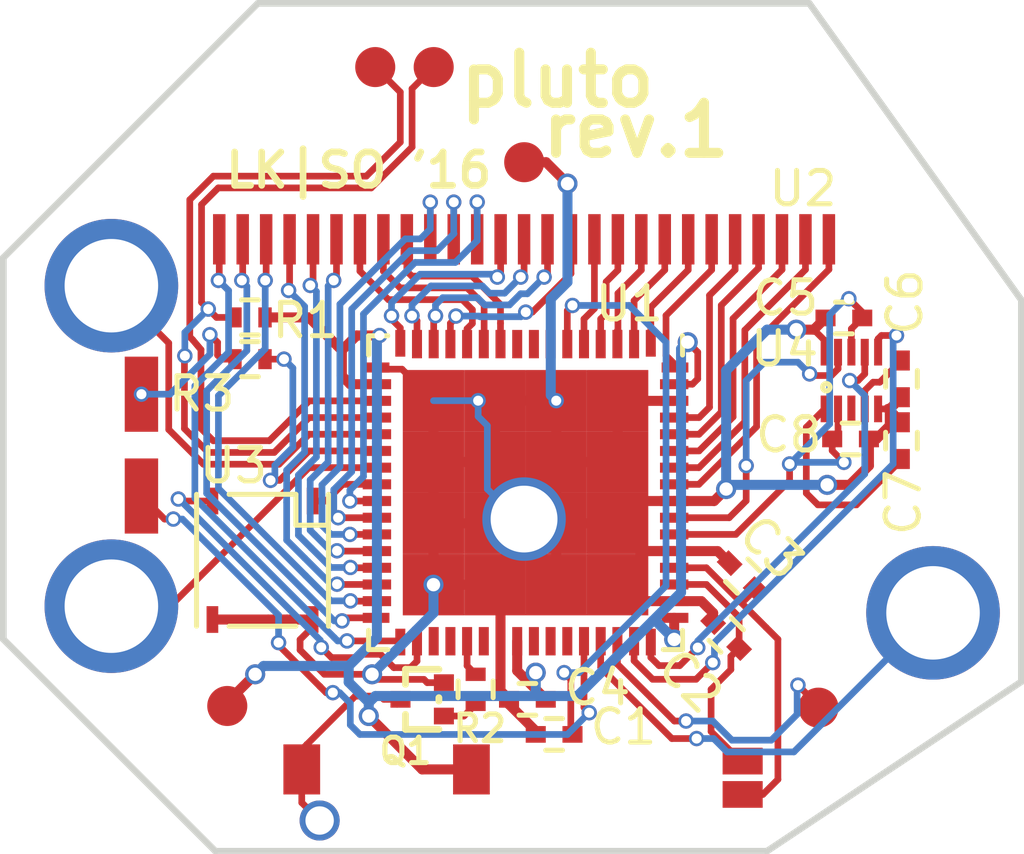
<source format=kicad_pcb>
(kicad_pcb (version 20171130) (host pcbnew "(5.1.12)-1")

  (general
    (thickness 0.5)
    (drawings 454)
    (tracks 676)
    (zones 0)
    (modules 37)
    (nets 62)
  )

  (page A4)
  (layers
    (0 F.Cu signal)
    (31 B.Cu signal)
    (32 B.Adhes user hide)
    (33 F.Adhes user hide)
    (34 B.Paste user hide)
    (35 F.Paste user hide)
    (36 B.SilkS user hide)
    (37 F.SilkS user hide)
    (38 B.Mask user hide)
    (39 F.Mask user hide)
    (40 Dwgs.User user hide)
    (41 Cmts.User user hide)
    (42 Eco1.User user hide)
    (43 Eco2.User user hide)
    (44 Edge.Cuts user)
    (45 Margin user hide)
    (46 B.CrtYd user hide)
    (47 F.CrtYd user hide)
    (48 B.Fab user hide)
    (49 F.Fab user hide)
  )

  (setup
    (last_trace_width 0.2)
    (user_trace_width 0.2)
    (user_trace_width 0.3)
    (trace_clearance 0.1524)
    (zone_clearance 0.2)
    (zone_45_only no)
    (trace_min 0.1524)
    (via_size 0.46)
    (via_drill 0.3)
    (via_min_size 0.46)
    (via_min_drill 0.3)
    (uvia_size 0.3)
    (uvia_drill 0.1)
    (uvias_allowed no)
    (uvia_min_size 0.2)
    (uvia_min_drill 0.1)
    (edge_width 0.2)
    (segment_width 0.2)
    (pcb_text_width 0.3)
    (pcb_text_size 1.5 1.5)
    (mod_edge_width 0.15)
    (mod_text_size 1 1)
    (mod_text_width 0.15)
    (pad_size 0.8 0.3)
    (pad_drill 0)
    (pad_to_mask_clearance 0.1)
    (solder_mask_min_width 0.1)
    (aux_axis_origin 58.26 131.31)
    (grid_origin 51.2555 102.891)
    (visible_elements 7FFEFF7F)
    (pcbplotparams
      (layerselection 0x010f0_80000001)
      (usegerberextensions true)
      (usegerberattributes true)
      (usegerberadvancedattributes true)
      (creategerberjobfile true)
      (excludeedgelayer true)
      (linewidth 0.100000)
      (plotframeref false)
      (viasonmask false)
      (mode 1)
      (useauxorigin false)
      (hpglpennumber 1)
      (hpglpenspeed 20)
      (hpglpendiameter 15.000000)
      (psnegative false)
      (psa4output false)
      (plotreference true)
      (plotvalue true)
      (plotinvisibletext false)
      (padsonsilk false)
      (subtractmaskfromsilk false)
      (outputformat 1)
      (mirror false)
      (drillshape 0)
      (scaleselection 1)
      (outputdirectory "output/"))
  )

  (net 0 "")
  (net 1 "Net-(C1-Pad1)")
  (net 2 GND)
  (net 3 "Net-(P3-Pad1)")
  (net 4 "Net-(P4-Pad1)")
  (net 5 /LCD_SEG2)
  (net 6 /LCD_SEG1)
  (net 7 /LCD_SEG3)
  (net 8 /LCD_SEG4)
  (net 9 /LCD_SEG6)
  (net 10 /LCD_SEG5)
  (net 11 /LCD_COM3)
  (net 12 /LCD_COM2)
  (net 13 /LCD_COM1)
  (net 14 /LCD_SEG13)
  (net 15 /LCD_SEG12)
  (net 16 /LCD_SEG11)
  (net 17 /LCD_SEG10)
  (net 18 /LCD_SEG9)
  (net 19 /LCD_SEG8)
  (net 20 /LCD_SEG7)
  (net 21 /LCD_SEG18)
  (net 22 /LCD_SEG14)
  (net 23 /LCD_SEG15)
  (net 24 /LCD_SEG16)
  (net 25 /LCD_SEG17)
  (net 26 /LCD_SEG19)
  (net 27 /LCD_SEG24)
  (net 28 /LCD_SEG23)
  (net 29 /LCD_SEG22)
  (net 30 /LCD_SEG21)
  (net 31 /LCD_SEG20)
  (net 32 "Net-(Q1-Pad1)")
  (net 33 "Net-(R2-Pad1)")
  (net 34 /BUZ)
  (net 35 "Net-(U1-Pad7)")
  (net 36 "Net-(U1-Pad8)")
  (net 37 "Net-(U1-Pad9)")
  (net 38 "Net-(U1-Pad36)")
  (net 39 "Net-(U1-Pad38)")
  (net 40 "Net-(U1-Pad41)")
  (net 41 "Net-(U1-Pad42)")
  (net 42 "Net-(U1-Pad43)")
  (net 43 /IR)
  (net 44 "Net-(U1-Pad35)")
  (net 45 "Net-(P10-Pad1)")
  (net 46 /LED_1)
  (net 47 "Net-(P15-Pad1)")
  (net 48 VCC)
  (net 49 "Net-(C6-Pad1)")
  (net 50 "Net-(C7-Pad1)")
  (net 51 /INT1)
  (net 52 /SCL)
  (net 53 /SDA)
  (net 54 /Q-1)
  (net 55 /Q-2)
  (net 56 /MAG_PWR)
  (net 57 /B_LIGHT)
  (net 58 /B_MODE)
  (net 59 /B_ALARM)
  (net 60 /LED_2)
  (net 61 /IR_PWR)

  (net_class Default "This is the default net class."
    (clearance 0.1524)
    (trace_width 0.2)
    (via_dia 0.46)
    (via_drill 0.3)
    (uvia_dia 0.3)
    (uvia_drill 0.1)
    (add_net /BUZ)
    (add_net /B_ALARM)
    (add_net /B_LIGHT)
    (add_net /B_MODE)
    (add_net /INT1)
    (add_net /IR)
    (add_net /IR_PWR)
    (add_net /LCD_COM1)
    (add_net /LCD_COM2)
    (add_net /LCD_COM3)
    (add_net /LCD_SEG1)
    (add_net /LCD_SEG10)
    (add_net /LCD_SEG11)
    (add_net /LCD_SEG12)
    (add_net /LCD_SEG13)
    (add_net /LCD_SEG14)
    (add_net /LCD_SEG15)
    (add_net /LCD_SEG16)
    (add_net /LCD_SEG17)
    (add_net /LCD_SEG18)
    (add_net /LCD_SEG19)
    (add_net /LCD_SEG2)
    (add_net /LCD_SEG20)
    (add_net /LCD_SEG21)
    (add_net /LCD_SEG22)
    (add_net /LCD_SEG23)
    (add_net /LCD_SEG24)
    (add_net /LCD_SEG3)
    (add_net /LCD_SEG4)
    (add_net /LCD_SEG5)
    (add_net /LCD_SEG6)
    (add_net /LCD_SEG7)
    (add_net /LCD_SEG8)
    (add_net /LCD_SEG9)
    (add_net /LED_1)
    (add_net /LED_2)
    (add_net /MAG_PWR)
    (add_net /Q-1)
    (add_net /Q-2)
    (add_net /SCL)
    (add_net /SDA)
    (add_net "Net-(C1-Pad1)")
    (add_net "Net-(C6-Pad1)")
    (add_net "Net-(C7-Pad1)")
    (add_net "Net-(P10-Pad1)")
    (add_net "Net-(P15-Pad1)")
    (add_net "Net-(P3-Pad1)")
    (add_net "Net-(P4-Pad1)")
    (add_net "Net-(Q1-Pad1)")
    (add_net "Net-(R2-Pad1)")
    (add_net "Net-(U1-Pad35)")
    (add_net "Net-(U1-Pad36)")
    (add_net "Net-(U1-Pad38)")
    (add_net "Net-(U1-Pad41)")
    (add_net "Net-(U1-Pad42)")
    (add_net "Net-(U1-Pad43)")
    (add_net "Net-(U1-Pad7)")
    (add_net "Net-(U1-Pad8)")
    (add_net "Net-(U1-Pad9)")
  )

  (net_class PWR ""
    (clearance 0.1524)
    (trace_width 0.3)
    (via_dia 0.6)
    (via_drill 0.4)
    (uvia_dia 0.3)
    (uvia_drill 0.1)
    (add_net GND)
    (add_net VCC)
  )

  (module f-91w:SOT416 (layer F.Cu) (tedit 570BA954) (tstamp 56EC9A9B)
    (at 54.9055 104.691 180)
    (path /56EDF910)
    (solder_mask_margin 0.0762)
    (solder_paste_margin -0.0254)
    (attr smd)
    (fp_text reference Q1 (at 0.5 -1.55 180) (layer F.SilkS)
      (effects (font (size 0.762 0.762) (thickness 0.1524)))
    )
    (fp_text value BC846 (at 1.5 -1.8 180) (layer F.SilkS) hide
      (effects (font (size 0.762 0.762) (thickness 0.1524)))
    )
    (fp_line (start 0.5 0.45) (end 0.5 0.9) (layer F.SilkS) (width 0.2032))
    (fp_line (start 0.5 -0.9) (end 0.5 -0.45) (layer F.SilkS) (width 0.2032))
    (fp_line (start -0.5 -0.9) (end 0.5 -0.9) (layer F.SilkS) (width 0.2032))
    (fp_line (start -0.5 0.05) (end -0.5 -0.051314) (layer F.SilkS) (width 0.2032))
    (fp_line (start 0.5 0.9) (end -0.5 0.9) (layer F.SilkS) (width 0.2032))
    (pad 1 smd rect (at -0.65 -0.5 90) (size 0.5 0.6) (layers F.Cu F.Paste F.Mask)
      (net 32 "Net-(Q1-Pad1)"))
    (pad 2 smd rect (at -0.65 0.5 90) (size 0.5 0.6) (layers F.Cu F.Paste F.Mask)
      (net 2 GND))
    (pad 3 smd rect (at 0.65 0 90) (size 0.5 0.6) (layers F.Cu F.Paste F.Mask)
      (net 34 /BUZ))
  )

  (module f-91w:LCD-F-91W (layer F.Cu) (tedit 57052C1C) (tstamp 56E8A49E)
    (at 57.25 93.34)
    (path /56E8A641)
    (solder_mask_margin 0.2)
    (attr virtual)
    (fp_text reference U2 (at 9.0555 -3.949) (layer F.SilkS)
      (effects (font (size 1 1) (thickness 0.15)))
    )
    (fp_text value LCD-F-91W (at 0 -0.5) (layer F.Fab)
      (effects (font (size 1 1) (thickness 0.15)))
    )
    (pad 1 smd rect (at -8.42 -2.43) (size 0.373 1.509) (layers F.Cu F.Paste F.Mask)
      (net 6 /LCD_SEG1))
    (pad 2 smd rect (at -7.718 -2.43) (size 0.373 1.509) (layers F.Cu F.Paste F.Mask)
      (net 5 /LCD_SEG2))
    (pad 3 smd rect (at -7.016 -2.43) (size 0.373 1.509) (layers F.Cu F.Paste F.Mask)
      (net 7 /LCD_SEG3))
    (pad 4 smd rect (at -6.314 -2.43) (size 0.373 1.509) (layers F.Cu F.Paste F.Mask)
      (net 8 /LCD_SEG4))
    (pad 5 smd rect (at -5.612 -2.43) (size 0.373 1.509) (layers F.Cu F.Paste F.Mask)
      (net 10 /LCD_SEG5))
    (pad 6 smd rect (at -4.91 -2.43) (size 0.373 1.509) (layers F.Cu F.Paste F.Mask)
      (net 9 /LCD_SEG6))
    (pad 7 smd rect (at -4.208 -2.43) (size 0.373 1.509) (layers F.Cu F.Paste F.Mask)
      (net 13 /LCD_COM1))
    (pad 8 smd rect (at -3.506 -2.43) (size 0.373 1.509) (layers F.Cu F.Paste F.Mask)
      (net 12 /LCD_COM2))
    (pad 9 smd rect (at -2.804 -2.43) (size 0.373 1.509) (layers F.Cu F.Paste F.Mask)
      (net 11 /LCD_COM3))
    (pad 10 smd rect (at -2.102 -2.43) (size 0.373 1.509) (layers F.Cu F.Paste F.Mask)
      (net 20 /LCD_SEG7))
    (pad 11 smd rect (at -1.4 -2.43) (size 0.373 1.509) (layers F.Cu F.Paste F.Mask)
      (net 19 /LCD_SEG8))
    (pad 12 smd rect (at -0.698 -2.43) (size 0.373 1.509) (layers F.Cu F.Paste F.Mask)
      (net 18 /LCD_SEG9))
    (pad 13 smd rect (at 0.004 -2.43) (size 0.373 1.509) (layers F.Cu F.Paste F.Mask)
      (net 17 /LCD_SEG10))
    (pad 14 smd rect (at 0.706 -2.43) (size 0.373 1.509) (layers F.Cu F.Paste F.Mask)
      (net 16 /LCD_SEG11))
    (pad 15 smd rect (at 1.408 -2.43) (size 0.373 1.509) (layers F.Cu F.Paste F.Mask)
      (net 15 /LCD_SEG12))
    (pad 16 smd rect (at 2.11 -2.43) (size 0.373 1.509) (layers F.Cu F.Paste F.Mask)
      (net 14 /LCD_SEG13))
    (pad 17 smd rect (at 2.812 -2.43) (size 0.373 1.509) (layers F.Cu F.Paste F.Mask)
      (net 22 /LCD_SEG14))
    (pad 18 smd rect (at 3.514 -2.43) (size 0.373 1.509) (layers F.Cu F.Paste F.Mask)
      (net 23 /LCD_SEG15))
    (pad 19 smd rect (at 4.216 -2.43) (size 0.373 1.509) (layers F.Cu F.Paste F.Mask)
      (net 24 /LCD_SEG16))
    (pad 20 smd rect (at 4.918 -2.43) (size 0.373 1.509) (layers F.Cu F.Paste F.Mask)
      (net 25 /LCD_SEG17))
    (pad 21 smd rect (at 5.62 -2.43) (size 0.373 1.509) (layers F.Cu F.Paste F.Mask)
      (net 21 /LCD_SEG18))
    (pad 22 smd rect (at 6.322 -2.43) (size 0.373 1.509) (layers F.Cu F.Paste F.Mask)
      (net 26 /LCD_SEG19))
    (pad 23 smd rect (at 7.024 -2.43) (size 0.373 1.509) (layers F.Cu F.Paste F.Mask)
      (net 31 /LCD_SEG20))
    (pad 24 smd rect (at 7.726 -2.43) (size 0.373 1.509) (layers F.Cu F.Paste F.Mask)
      (net 30 /LCD_SEG21))
    (pad 25 smd rect (at 8.428 -2.43) (size 0.373 1.509) (layers F.Cu F.Paste F.Mask)
      (net 29 /LCD_SEG22))
    (pad 26 smd rect (at 9.13 -2.43) (size 0.373 1.509) (layers F.Cu F.Paste F.Mask)
      (net 28 /LCD_SEG23))
    (pad 27 smd rect (at 9.832 -2.43) (size 0.373 1.509) (layers F.Cu F.Paste F.Mask)
      (net 27 /LCD_SEG24))
  )

  (module Capacitors_SMD:C_0402 (layer F.Cu) (tedit 570B6661) (tstamp 56EC9D1A)
    (at 64.0055 102.766 135)
    (descr "Capacitor SMD 0402, reflow soldering, AVX (see smccp.pdf)")
    (tags "capacitor 0402")
    (path /56EE32A7)
    (attr smd)
    (fp_text reference C2 (at -0.212132 -1.732412 135) (layer F.SilkS)
      (effects (font (size 1 1) (thickness 0.15)))
    )
    (fp_text value 22p (at 0 1.7 135) (layer F.Fab)
      (effects (font (size 1 1) (thickness 0.15)))
    )
    (fp_line (start -0.25 0.475) (end 0.25 0.475) (layer F.SilkS) (width 0.15))
    (fp_line (start 0.25 -0.475) (end -0.25 -0.475) (layer F.SilkS) (width 0.15))
    (fp_line (start 1.15 -0.6) (end 1.15 0.6) (layer F.CrtYd) (width 0.05))
    (fp_line (start -1.15 -0.6) (end -1.15 0.6) (layer F.CrtYd) (width 0.05))
    (fp_line (start -1.15 0.6) (end 1.15 0.6) (layer F.CrtYd) (width 0.05))
    (fp_line (start -1.15 -0.6) (end 1.15 -0.6) (layer F.CrtYd) (width 0.05))
    (pad 1 smd rect (at -0.55 0 135) (size 0.6 0.5) (layers F.Cu F.Paste F.Mask)
      (net 54 /Q-1))
    (pad 2 smd rect (at 0.55 0 135) (size 0.6 0.5) (layers F.Cu F.Paste F.Mask)
      (net 2 GND))
    (model Capacitors_SMD.3dshapes/C_0402.wrl
      (at (xyz 0 0 0))
      (scale (xyz 1 1 1))
      (rotate (xyz 0 0 0))
    )
  )

  (module Capacitors_SMD:C_0402 (layer F.Cu) (tedit 570B6677) (tstamp 5707B13E)
    (at 67.7305 96.891)
    (descr "Capacitor SMD 0402, reflow soldering, AVX (see smccp.pdf)")
    (tags "capacitor 0402")
    (path /57057DE2)
    (attr smd)
    (fp_text reference C8 (at -1.85 -0.125) (layer F.SilkS)
      (effects (font (size 1 1) (thickness 0.15)))
    )
    (fp_text value 100n (at 0 1.7) (layer F.Fab)
      (effects (font (size 1 1) (thickness 0.15)))
    )
    (fp_line (start -0.25 0.475) (end 0.25 0.475) (layer F.SilkS) (width 0.15))
    (fp_line (start 0.25 -0.475) (end -0.25 -0.475) (layer F.SilkS) (width 0.15))
    (fp_line (start 1.15 -0.6) (end 1.15 0.6) (layer F.CrtYd) (width 0.05))
    (fp_line (start -1.15 -0.6) (end -1.15 0.6) (layer F.CrtYd) (width 0.05))
    (fp_line (start -1.15 0.6) (end 1.15 0.6) (layer F.CrtYd) (width 0.05))
    (fp_line (start -1.15 -0.6) (end 1.15 -0.6) (layer F.CrtYd) (width 0.05))
    (pad 1 smd rect (at -0.55 0) (size 0.6 0.5) (layers F.Cu F.Paste F.Mask)
      (net 56 /MAG_PWR))
    (pad 2 smd rect (at 0.55 0) (size 0.6 0.5) (layers F.Cu F.Paste F.Mask)
      (net 2 GND))
    (model Capacitors_SMD.3dshapes/C_0402.wrl
      (at (xyz 0 0 0))
      (scale (xyz 1 1 1))
      (rotate (xyz 0 0 0))
    )
  )

  (module Capacitors_SMD:C_0402 (layer F.Cu) (tedit 570500FA) (tstamp 56E9D426)
    (at 58.8555 105.741 180)
    (descr "Capacitor SMD 0402, reflow soldering, AVX (see smccp.pdf)")
    (tags "capacitor 0402")
    (path /56E9D6D2)
    (attr smd)
    (fp_text reference C1 (at -2.075 0.225 180) (layer F.SilkS)
      (effects (font (size 1 1) (thickness 0.15)))
    )
    (fp_text value 4.7u (at 0 1.7 180) (layer F.Fab)
      (effects (font (size 1 1) (thickness 0.15)))
    )
    (fp_line (start -0.25 0.475) (end 0.25 0.475) (layer F.SilkS) (width 0.15))
    (fp_line (start 0.25 -0.475) (end -0.25 -0.475) (layer F.SilkS) (width 0.15))
    (fp_line (start 1.15 -0.6) (end 1.15 0.6) (layer F.CrtYd) (width 0.05))
    (fp_line (start -1.15 -0.6) (end -1.15 0.6) (layer F.CrtYd) (width 0.05))
    (fp_line (start -1.15 0.6) (end 1.15 0.6) (layer F.CrtYd) (width 0.05))
    (fp_line (start -1.15 -0.6) (end 1.15 -0.6) (layer F.CrtYd) (width 0.05))
    (pad 1 smd rect (at -0.55 0 180) (size 0.6 0.5) (layers F.Cu F.Paste F.Mask)
      (net 1 "Net-(C1-Pad1)"))
    (pad 2 smd rect (at 0.55 0 180) (size 0.6 0.5) (layers F.Cu F.Paste F.Mask)
      (net 2 GND))
    (model Capacitors_SMD.3dshapes/C_0402.wrl
      (at (xyz 0 0 0))
      (scale (xyz 1 1 1))
      (rotate (xyz 0 0 0))
    )
  )

  (module Housings_DFN_QFN:QFN-64-1EP_9x9mm_Pitch0.5mm (layer F.Cu) (tedit 570B9EAA) (tstamp 56E8D305)
    (at 58 98.5 270)
    (descr "64-Lead Plastic Quad Flat, No Lead Package (MR) - 9x9x0.9 mm Body [QFN]; (see Microchip Packaging Specification 00000049BS.pdf)")
    (tags "QFN 0.5")
    (path /56E8AF3B)
    (attr smd)
    (fp_text reference U1 (at -5.659 -3.1055) (layer F.SilkS)
      (effects (font (size 1 1) (thickness 0.15)))
    )
    (fp_text value MSP430FR6972 (at 0 5.875 270) (layer F.Fab)
      (effects (font (size 1 1) (thickness 0.15)))
    )
    (fp_line (start 4.7 -4.7) (end 4.125 -4.7) (layer F.SilkS) (width 0.15))
    (fp_line (start 4.7 4.7) (end 4.125 4.7) (layer F.SilkS) (width 0.15))
    (fp_line (start -4.7 4.7) (end -4.125 4.7) (layer F.SilkS) (width 0.15))
    (fp_line (start -4.7 -4.7) (end -4.125 -4.7) (layer F.SilkS) (width 0.15))
    (fp_line (start 4.7 4.7) (end 4.7 4.125) (layer F.SilkS) (width 0.15))
    (fp_line (start -4.7 4.7) (end -4.7 4.125) (layer F.SilkS) (width 0.15))
    (fp_line (start 4.7 -4.7) (end 4.7 -4.125) (layer F.SilkS) (width 0.15))
    (fp_line (start -5.15 5.15) (end 5.15 5.15) (layer F.CrtYd) (width 0.05))
    (fp_line (start -5.15 -5.15) (end 5.15 -5.15) (layer F.CrtYd) (width 0.05))
    (fp_line (start 5.15 -5.15) (end 5.15 5.15) (layer F.CrtYd) (width 0.05))
    (fp_line (start -5.15 -5.15) (end -5.15 5.15) (layer F.CrtYd) (width 0.05))
    (pad 1 smd rect (at -4.475 -3.75 270) (size 0.8 0.3) (layers F.Cu F.Paste F.Mask)
      (net 21 /LCD_SEG18))
    (pad 2 smd rect (at -4.45 -3.25 270) (size 0.85 0.3) (layers F.Cu F.Paste F.Mask)
      (net 25 /LCD_SEG17))
    (pad 3 smd rect (at -4.45 -2.75 270) (size 0.85 0.3) (layers F.Cu F.Paste F.Mask)
      (net 24 /LCD_SEG16))
    (pad 4 smd rect (at -4.45 -2.25 270) (size 0.85 0.3) (layers F.Cu F.Paste F.Mask)
      (net 23 /LCD_SEG15))
    (pad 5 smd rect (at -4.45 -1.75 270) (size 0.85 0.3) (layers F.Cu F.Paste F.Mask)
      (net 22 /LCD_SEG14))
    (pad 6 smd rect (at -4.45 -1.25 270) (size 0.85 0.3) (layers F.Cu F.Paste F.Mask)
      (net 1 "Net-(C1-Pad1)"))
    (pad 7 smd rect (at -4.45 -0.75 270) (size 0.85 0.3) (layers F.Cu F.Paste F.Mask)
      (net 35 "Net-(U1-Pad7)"))
    (pad 8 smd rect (at -4.45 -0.25 270) (size 0.85 0.3) (layers F.Cu F.Paste F.Mask)
      (net 36 "Net-(U1-Pad8)"))
    (pad 9 smd rect (at -4.45 0.25 270) (size 0.85 0.3) (layers F.Cu F.Paste F.Mask)
      (net 37 "Net-(U1-Pad9)"))
    (pad 10 smd rect (at -4.45 0.75 270) (size 0.85 0.3) (layers F.Cu F.Paste F.Mask)
      (net 11 /LCD_COM3))
    (pad 11 smd rect (at -4.45 1.25 270) (size 0.85 0.3) (layers F.Cu F.Paste F.Mask)
      (net 12 /LCD_COM2))
    (pad 12 smd rect (at -4.45 1.75 270) (size 0.85 0.3) (layers F.Cu F.Paste F.Mask)
      (net 13 /LCD_COM1))
    (pad 13 smd rect (at -4.45 2.25 270) (size 0.85 0.3) (layers F.Cu F.Paste F.Mask)
      (net 14 /LCD_SEG13))
    (pad 14 smd rect (at -4.45 2.75 270) (size 0.85 0.3) (layers F.Cu F.Paste F.Mask)
      (net 15 /LCD_SEG12))
    (pad 15 smd rect (at -4.45 3.25 270) (size 0.85 0.3) (layers F.Cu F.Paste F.Mask)
      (net 16 /LCD_SEG11))
    (pad 16 smd rect (at -4.475 3.75 270) (size 0.8 0.3) (layers F.Cu F.Paste F.Mask)
      (net 17 /LCD_SEG10))
    (pad 17 smd rect (at -3.75 4.475) (size 0.8 0.3) (layers F.Cu F.Paste F.Mask)
      (net 2 GND))
    (pad 18 smd rect (at -3.25 4.45) (size 0.85 0.3) (layers F.Cu F.Paste F.Mask)
      (net 48 VCC))
    (pad 19 smd rect (at -2.75 4.45) (size 0.85 0.3) (layers F.Cu F.Paste F.Mask)
      (net 3 "Net-(P3-Pad1)"))
    (pad 20 smd rect (at -2.25 4.45) (size 0.85 0.3) (layers F.Cu F.Paste F.Mask)
      (net 4 "Net-(P4-Pad1)"))
    (pad 21 smd rect (at -1.75 4.45) (size 0.85 0.3) (layers F.Cu F.Paste F.Mask)
      (net 57 /B_LIGHT))
    (pad 22 smd rect (at -1.25 4.45) (size 0.85 0.3) (layers F.Cu F.Paste F.Mask)
      (net 60 /LED_2))
    (pad 23 smd rect (at -0.75 4.45) (size 0.85 0.3) (layers F.Cu F.Paste F.Mask)
      (net 58 /B_MODE))
    (pad 24 smd rect (at -0.25 4.45) (size 0.85 0.3) (layers F.Cu F.Paste F.Mask)
      (net 43 /IR))
    (pad 25 smd rect (at 0.25 4.45) (size 0.85 0.3) (layers F.Cu F.Paste F.Mask)
      (net 18 /LCD_SEG9))
    (pad 26 smd rect (at 0.75 4.45) (size 0.85 0.3) (layers F.Cu F.Paste F.Mask)
      (net 19 /LCD_SEG8))
    (pad 27 smd rect (at 1.25 4.45) (size 0.85 0.3) (layers F.Cu F.Paste F.Mask)
      (net 20 /LCD_SEG7))
    (pad 28 smd rect (at 1.75 4.45) (size 0.85 0.3) (layers F.Cu F.Paste F.Mask)
      (net 9 /LCD_SEG6))
    (pad 29 smd rect (at 2.25 4.45) (size 0.85 0.3) (layers F.Cu F.Paste F.Mask)
      (net 10 /LCD_SEG5))
    (pad 30 smd rect (at 2.75 4.45) (size 0.85 0.3) (layers F.Cu F.Paste F.Mask)
      (net 8 /LCD_SEG4))
    (pad 31 smd rect (at 3.25 4.45) (size 0.85 0.3) (layers F.Cu F.Paste F.Mask)
      (net 7 /LCD_SEG3))
    (pad 32 smd rect (at 3.75 4.475) (size 0.8 0.3) (layers F.Cu F.Paste F.Mask)
      (net 5 /LCD_SEG2))
    (pad 33 smd rect (at 4.475 3.75 270) (size 0.8 0.3) (layers F.Cu F.Paste F.Mask)
      (net 6 /LCD_SEG1))
    (pad 34 smd rect (at 4.45 3.25 270) (size 0.85 0.3) (layers F.Cu F.Paste F.Mask)
      (net 61 /IR_PWR))
    (pad 35 smd rect (at 4.45 2.75 270) (size 0.85 0.3) (layers F.Cu F.Paste F.Mask)
      (net 44 "Net-(U1-Pad35)"))
    (pad 36 smd rect (at 4.45 2.25 270) (size 0.85 0.3) (layers F.Cu F.Paste F.Mask)
      (net 38 "Net-(U1-Pad36)"))
    (pad 37 smd rect (at 4.45 1.75 270) (size 0.85 0.3) (layers F.Cu F.Paste F.Mask)
      (net 33 "Net-(R2-Pad1)"))
    (pad 38 smd rect (at 4.45 1.25 270) (size 0.85 0.3) (layers F.Cu F.Paste F.Mask)
      (net 39 "Net-(U1-Pad38)"))
    (pad 39 smd rect (at 4.45 0.75 270) (size 0.85 0.3) (layers F.Cu F.Paste F.Mask)
      (net 2 GND))
    (pad 40 smd rect (at 4.45 0.25 270) (size 0.85 0.3) (layers F.Cu F.Paste F.Mask)
      (net 48 VCC))
    (pad 41 smd rect (at 4.45 -0.25 270) (size 0.85 0.3) (layers F.Cu F.Paste F.Mask)
      (net 40 "Net-(U1-Pad41)"))
    (pad 42 smd rect (at 4.45 -0.75 270) (size 0.85 0.3) (layers F.Cu F.Paste F.Mask)
      (net 41 "Net-(U1-Pad42)"))
    (pad 43 smd rect (at 4.45 -1.25 270) (size 0.85 0.3) (layers F.Cu F.Paste F.Mask)
      (net 42 "Net-(U1-Pad43)"))
    (pad 44 smd rect (at 4.45 -1.75 270) (size 0.85 0.3) (layers F.Cu F.Paste F.Mask)
      (net 46 /LED_1))
    (pad 45 smd rect (at 4.45 -2.25 270) (size 0.85 0.3) (layers F.Cu F.Paste F.Mask)
      (net 59 /B_ALARM))
    (pad 46 smd rect (at 4.45 -2.75 270) (size 0.85 0.3) (layers F.Cu F.Paste F.Mask)
      (net 47 "Net-(P15-Pad1)"))
    (pad 47 smd rect (at 4.45 -3.25 270) (size 0.85 0.3) (layers F.Cu F.Paste F.Mask)
      (net 53 /SDA))
    (pad 48 smd rect (at 4.475 -3.75 270) (size 0.8 0.3) (layers F.Cu F.Paste F.Mask)
      (net 52 /SCL))
    (pad 49 smd rect (at 3.75 -4.475) (size 0.8 0.3) (layers F.Cu F.Paste F.Mask)
      (net 48 VCC))
    (pad 50 smd rect (at 3.25 -4.45) (size 0.85 0.3) (layers F.Cu F.Paste F.Mask)
      (net 2 GND))
    (pad 51 smd rect (at 2.75 -4.45) (size 0.85 0.3) (layers F.Cu F.Paste F.Mask)
      (net 54 /Q-1))
    (pad 52 smd rect (at 2.25 -4.45) (size 0.85 0.3) (layers F.Cu F.Paste F.Mask)
      (net 55 /Q-2))
    (pad 53 smd rect (at 1.75 -4.45) (size 0.85 0.3) (layers F.Cu F.Paste F.Mask)
      (net 2 GND))
    (pad 54 smd rect (at 1.25 -4.45) (size 0.85 0.3) (layers F.Cu F.Paste F.Mask)
      (net 56 /MAG_PWR))
    (pad 55 smd rect (at 0.75 -4.45) (size 0.85 0.3) (layers F.Cu F.Paste F.Mask)
      (net 51 /INT1))
    (pad 56 smd rect (at 0.25 -4.45) (size 0.85 0.3) (layers F.Cu F.Paste F.Mask)
      (net 2 GND))
    (pad 57 smd rect (at -0.25 -4.45) (size 0.85 0.3) (layers F.Cu F.Paste F.Mask)
      (net 27 /LCD_SEG24))
    (pad 58 smd rect (at -0.75 -4.45) (size 0.85 0.3) (layers F.Cu F.Paste F.Mask)
      (net 28 /LCD_SEG23))
    (pad 59 smd rect (at -1.25 -4.45) (size 0.85 0.3) (layers F.Cu F.Paste F.Mask)
      (net 29 /LCD_SEG22))
    (pad 60 smd rect (at -1.75 -4.45) (size 0.85 0.3) (layers F.Cu F.Paste F.Mask)
      (net 30 /LCD_SEG21))
    (pad 61 smd rect (at -2.25 -4.45) (size 0.85 0.3) (layers F.Cu F.Paste F.Mask)
      (net 31 /LCD_SEG20))
    (pad 62 smd rect (at -2.75 -4.45) (size 0.85 0.3) (layers F.Cu F.Paste F.Mask)
      (net 2 GND))
    (pad 63 smd rect (at -3.25 -4.45) (size 0.85 0.3) (layers F.Cu F.Paste F.Mask)
      (net 48 VCC))
    (pad 64 smd rect (at -3.75 -4.475) (size 0.8 0.3) (layers F.Cu F.Paste F.Mask)
      (net 26 /LCD_SEG19))
    (pad 65 smd rect (at 2.75625 2.75625 270) (size 1.8375 1.8375) (layers F.Cu F.Paste F.Mask)
      (net 2 GND) (solder_paste_margin_ratio -0.2))
    (pad 65 smd rect (at 2.75625 0.91875 270) (size 1.8375 1.8375) (layers F.Cu F.Paste F.Mask)
      (net 2 GND) (solder_paste_margin_ratio -0.2))
    (pad 65 smd rect (at 2.75625 -0.91875 270) (size 1.8375 1.8375) (layers F.Cu F.Paste F.Mask)
      (net 2 GND) (solder_paste_margin_ratio -0.2))
    (pad 65 smd rect (at 2.75625 -2.75625 270) (size 1.8375 1.8375) (layers F.Cu F.Paste F.Mask)
      (net 2 GND) (solder_paste_margin_ratio -0.2))
    (pad 65 smd rect (at 0.91875 2.75625 270) (size 1.8375 1.8375) (layers F.Cu F.Paste F.Mask)
      (net 2 GND) (solder_paste_margin_ratio -0.2))
    (pad 65 smd rect (at 0.91875 0.91875 270) (size 1.8375 1.8375) (layers F.Cu F.Paste F.Mask)
      (net 2 GND) (solder_paste_margin_ratio -0.2))
    (pad 65 smd rect (at 0.91875 -0.91875 270) (size 1.8375 1.8375) (layers F.Cu F.Paste F.Mask)
      (net 2 GND) (solder_paste_margin_ratio -0.2))
    (pad 65 smd rect (at 0.91875 -2.75625 270) (size 1.8375 1.8375) (layers F.Cu F.Paste F.Mask)
      (net 2 GND) (solder_paste_margin_ratio -0.2))
    (pad 65 smd rect (at -0.91875 2.75625 270) (size 1.8375 1.8375) (layers F.Cu F.Paste F.Mask)
      (net 2 GND) (solder_paste_margin_ratio -0.2))
    (pad 65 smd rect (at -0.91875 0.91875 270) (size 1.8375 1.8375) (layers F.Cu F.Paste F.Mask)
      (net 2 GND) (solder_paste_margin_ratio -0.2))
    (pad 65 smd rect (at -0.91875 -0.91875 270) (size 1.8375 1.8375) (layers F.Cu F.Paste F.Mask)
      (net 2 GND) (solder_paste_margin_ratio -0.2))
    (pad 65 smd rect (at -0.91875 -2.75625 270) (size 1.8375 1.8375) (layers F.Cu F.Paste F.Mask)
      (net 2 GND) (solder_paste_margin_ratio -0.2))
    (pad 65 smd rect (at -2.75625 2.75625 270) (size 1.8375 1.8375) (layers F.Cu F.Paste F.Mask)
      (net 2 GND) (solder_paste_margin_ratio -0.2))
    (pad 65 smd rect (at -2.75625 0.91875 270) (size 1.8375 1.8375) (layers F.Cu F.Paste F.Mask)
      (net 2 GND) (solder_paste_margin_ratio -0.2))
    (pad 65 smd rect (at -2.75625 -0.91875 270) (size 1.8375 1.8375) (layers F.Cu F.Paste F.Mask)
      (net 2 GND) (solder_paste_margin_ratio -0.2))
    (pad 65 smd rect (at -2.75625 -2.75625 270) (size 1.8375 1.8375) (layers F.Cu F.Paste F.Mask)
      (net 2 GND) (solder_paste_margin_ratio -0.2))
    (model Housings_DFN_QFN.3dshapes/QFN-64-1EP_9x9mm_Pitch0.5mm.wrl
      (at (xyz 0 0 0))
      (scale (xyz 1 1 1))
      (rotate (xyz 0 0 0))
    )
  )

  (module Connect:1pin (layer F.Cu) (tedit 56FD761B) (tstamp 56EB52F4)
    (at 70.2 102.1)
    (descr "module 1 pin (ou trou mecanique de percage)")
    (tags DEV)
    (path /56EB65DE)
    (fp_text reference P7 (at 1.55 -3.048) (layer F.SilkS) hide
      (effects (font (size 1 1) (thickness 0.15)))
    )
    (fp_text value CONN_01X01 (at 0 2.794) (layer F.Fab)
      (effects (font (size 1 1) (thickness 0.15)))
    )
    (pad 1 thru_hole circle (at 0 0) (size 4 4) (drill 2.8) (layers *.Cu F.Mask)
      (net 59 /B_ALARM))
  )

  (module Connect:1pin (layer F.Cu) (tedit 56FD7599) (tstamp 56E99FBF)
    (at 64.555 104.886)
    (descr "module 1 pin (ou trou mecanique de percage)")
    (tags DEV)
    (fp_text reference MH5 (at 4.945 1.364) (layer F.SilkS) hide
      (effects (font (size 1 1) (thickness 0.15)))
    )
    (fp_text value 1pin (at 0 2.794) (layer F.Fab)
      (effects (font (size 1 1) (thickness 0.15)))
    )
    (pad "" np_thru_hole circle (at 0 0) (size 1.3 1.3) (drill 1.3) (layers *.Cu *.Mask))
  )

  (module Connect:1pin (layer F.Cu) (tedit 56FD7263) (tstamp 56FD2563)
    (at 66.77 104.94)
    (descr "module 1 pin (ou trou mecanique de percage)")
    (tags DEV)
    (path /56FD41E4)
    (fp_text reference P15 (at 2.98 0.06) (layer F.SilkS) hide
      (effects (font (size 1 1) (thickness 0.15)))
    )
    (fp_text value CONN_01X01 (at 0 2.794) (layer F.Fab)
      (effects (font (size 1 1) (thickness 0.15)))
    )
    (pad 1 smd circle (at 0 0) (size 1.2 1.2) (layers F.Cu F.Paste F.Mask)
      (net 47 "Net-(P15-Pad1)"))
  )

  (module Connect:1pin (layer F.Cu) (tedit 56FD724E) (tstamp 56EB513D)
    (at 64.5 106.541)
    (descr "module 1 pin (ou trou mecanique de percage)")
    (tags DEV)
    (path /56EB4C80)
    (fp_text reference P1 (at 3.75 2) (layer F.SilkS) hide
      (effects (font (size 1 1) (thickness 0.15)))
    )
    (fp_text value CONN_01X01 (at 0 2.794) (layer F.Fab)
      (effects (font (size 1 1) (thickness 0.15)))
    )
    (pad 1 smd rect (at 0 0) (size 1.2 0.8) (layers F.Cu F.Paste F.Mask)
      (net 54 /Q-1))
  )

  (module Connect:1pin (layer F.Cu) (tedit 56FD7254) (tstamp 56EB5143)
    (at 64.5 107.54)
    (descr "module 1 pin (ou trou mecanique de percage)")
    (tags DEV)
    (path /56EB5038)
    (fp_text reference P2 (at 3.75 2.21) (layer F.SilkS) hide
      (effects (font (size 1 1) (thickness 0.15)))
    )
    (fp_text value CONN_01X01 (at 0 2.794) (layer F.Fab)
      (effects (font (size 1 1) (thickness 0.15)))
    )
    (pad 1 smd rect (at 0 0) (size 1.2 0.8) (layers F.Cu F.Paste F.Mask)
      (net 55 /Q-2))
  )

  (module Connect:1pin (layer F.Cu) (tedit 56FD71EE) (tstamp 56EC9B60)
    (at 56.38 106.79)
    (descr "module 1 pin (ou trou mecanique de percage)")
    (tags DEV)
    (path /56EE14D1)
    (fp_text reference P8 (at -7.88 1.21) (layer F.SilkS) hide
      (effects (font (size 1 1) (thickness 0.15)))
    )
    (fp_text value CONN_01X01 (at 0 2.794) (layer F.Fab)
      (effects (font (size 1 1) (thickness 0.15)))
    )
    (pad 1 smd rect (at 0 0) (size 1.1 1.5) (layers F.Cu F.Paste F.Mask)
      (net 48 VCC))
  )

  (module Connect:1pin (layer F.Cu) (tedit 56FD75F6) (tstamp 56FD1E26)
    (at 55.65 108.37)
    (descr "module 1 pin (ou trou mecanique de percage)")
    (tags DEV)
    (fp_text reference MH7 (at 0.1 2.13) (layer F.SilkS) hide
      (effects (font (size 1 1) (thickness 0.15)))
    )
    (fp_text value 1pin (at 0 2.794) (layer F.Fab)
      (effects (font (size 1 1) (thickness 0.15)))
    )
    (pad "" np_thru_hole circle (at 0 0) (size 0.85 0.85) (drill 0.85) (layers *.Cu *.Mask))
  )

  (module Connect:1pin (layer F.Cu) (tedit 56FD71A7) (tstamp 56EC9B66)
    (at 51.3 106.79)
    (descr "module 1 pin (ou trou mecanique de percage)")
    (tags DEV)
    (path /56EE0904)
    (fp_text reference P9 (at -4.05 0.21) (layer F.SilkS) hide
      (effects (font (size 1 1) (thickness 0.15)))
    )
    (fp_text value CONN_01X01 (at 0 2.794) (layer F.Fab)
      (effects (font (size 1 1) (thickness 0.15)))
    )
    (pad 1 smd rect (at 0 0) (size 1.1 1.5) (layers F.Cu F.Paste F.Mask)
      (net 34 /BUZ))
  )

  (module Connect:1pin (layer F.Cu) (tedit 56FD75A4) (tstamp 56E99FD5)
    (at 50.754 104.846)
    (descr "module 1 pin (ou trou mecanique de percage)")
    (tags DEV)
    (fp_text reference MH6 (at -9.004 -3.096) (layer F.SilkS) hide
      (effects (font (size 1 1) (thickness 0.15)))
    )
    (fp_text value 1pin (at 0 2.794) (layer F.Fab)
      (effects (font (size 1 1) (thickness 0.15)))
    )
    (pad "" np_thru_hole circle (at 0 0) (size 1.3 1.3) (drill 1.3) (layers *.Cu *.Mask))
  )

  (module Connect:1pin (layer F.Cu) (tedit 56FD7187) (tstamp 56FD2542)
    (at 49.07 104.89)
    (descr "module 1 pin (ou trou mecanique de percage)")
    (tags DEV)
    (path /56FD3E14)
    (fp_text reference P14 (at -7.32 -4.89) (layer F.SilkS) hide
      (effects (font (size 1 1) (thickness 0.15)))
    )
    (fp_text value CONN_01X01 (at 0 2.794) (layer F.Fab)
      (effects (font (size 1 1) (thickness 0.15)))
    )
    (pad 1 smd circle (at 0 0) (size 1.2 1.2) (layers F.Cu F.Paste F.Mask)
      (net 48 VCC))
  )

  (module Connect:1pin (layer F.Cu) (tedit 56FD7609) (tstamp 56E91897)
    (at 50.01 95.93)
    (descr "module 1 pin (ou trou mecanique de percage)")
    (tags DEV)
    (fp_text reference MH2 (at -7.51 -7.43) (layer F.SilkS) hide
      (effects (font (size 1 1) (thickness 0.15)))
    )
    (fp_text value 1pin (at 0 2.794) (layer F.Fab)
      (effects (font (size 1 1) (thickness 0.15)))
    )
    (pad "" np_thru_hole circle (at 0 0) (size 1.1 1.1) (drill 1.1) (layers *.Cu *.Mask)
      (clearance 0.2))
  )

  (module Connect:1pin (layer F.Cu) (tedit 56FD7612) (tstamp 56EB5263)
    (at 45.6 101.9)
    (descr "module 1 pin (ou trou mecanique de percage)")
    (tags DEV)
    (path /56EB64B8)
    (fp_text reference P6 (at 0 -3.048) (layer F.SilkS) hide
      (effects (font (size 1 1) (thickness 0.15)))
    )
    (fp_text value CONN_01X01 (at 0 2.794) (layer F.Fab)
      (effects (font (size 1 1) (thickness 0.15)))
    )
    (pad 1 thru_hole circle (at 0 0) (size 4 4) (drill 2.8) (layers *.Cu F.Mask)
      (net 58 /B_MODE))
  )

  (module Connect:1pin (layer F.Cu) (tedit 56FD70E9) (tstamp 56FC333D)
    (at 46.5 98.5)
    (descr "module 1 pin (ou trou mecanique de percage)")
    (tags DEV)
    (path /56FC3872)
    (fp_text reference P11 (at 0 -3.048) (layer F.SilkS) hide
      (effects (font (size 1 1) (thickness 0.15)))
    )
    (fp_text value CONN_01X01 (at 0 2.794) (layer F.Fab)
      (effects (font (size 1 1) (thickness 0.15)))
    )
    (pad 1 smd rect (at 0 0.1) (size 1 2.25) (layers F.Cu F.Paste F.Mask)
      (net 46 /LED_1))
  )

  (module Connect:1pin (layer F.Cu) (tedit 56FD7116) (tstamp 56FBED20)
    (at 46.5 95.5)
    (descr "module 1 pin (ou trou mecanique de percage)")
    (tags DEV)
    (path /56FBEE31)
    (fp_text reference P10 (at -6 -5) (layer F.SilkS) hide
      (effects (font (size 1 1) (thickness 0.15)))
    )
    (fp_text value CONN_01X01 (at 0 2.794) (layer F.Fab)
      (effects (font (size 1 1) (thickness 0.15)))
    )
    (pad 1 smd rect (at 0 0.05) (size 1 2.25) (layers F.Cu F.Paste F.Mask)
      (net 45 "Net-(P10-Pad1)"))
  )

  (module Connect:1pin (layer F.Cu) (tedit 56FD760D) (tstamp 56EB5236)
    (at 45.6 92.3)
    (descr "module 1 pin (ou trou mecanique de percage)")
    (tags DEV)
    (path /56EB6141)
    (fp_text reference P5 (at 0 -3.048) (layer F.SilkS) hide
      (effects (font (size 1 1) (thickness 0.15)))
    )
    (fp_text value CONN_01X01 (at 0 2.794) (layer F.Fab)
      (effects (font (size 1 1) (thickness 0.15)))
    )
    (pad 1 thru_hole circle (at 0 0) (size 4 4) (drill 2.8) (layers *.Cu F.Mask)
      (net 57 /B_LIGHT))
  )

  (module Connect:1pin (layer F.Cu) (tedit 56FD75AD) (tstamp 56E99F92)
    (at 51.448 87.25)
    (descr "module 1 pin (ou trou mecanique de percage)")
    (tags DEV)
    (fp_text reference MH3 (at 0 -3.048) (layer F.SilkS) hide
      (effects (font (size 1 1) (thickness 0.15)))
    )
    (fp_text value 1pin (at 0 2.794) (layer F.Fab)
      (effects (font (size 1 1) (thickness 0.15)))
    )
    (pad "" np_thru_hole circle (at 0 0) (size 1.3 1.3) (drill 1.3) (layers *.Cu *.Mask))
  )

  (module Connect:1pin (layer F.Cu) (tedit 56FD70A5) (tstamp 56EB51D6)
    (at 53.5 85.75)
    (descr "module 1 pin (ou trou mecanique de percage)")
    (tags DEV)
    (path /56EB559F)
    (fp_text reference P3 (at 0 -3.048) (layer F.SilkS) hide
      (effects (font (size 1 1) (thickness 0.15)))
    )
    (fp_text value CONN_01X01 (at 0 2.794) (layer F.Fab)
      (effects (font (size 1 1) (thickness 0.15)))
    )
    (pad 1 smd circle (at 0 0) (size 1.2 1.2) (layers F.Cu F.Paste F.Mask)
      (net 3 "Net-(P3-Pad1)"))
  )

  (module Connect:1pin (layer F.Cu) (tedit 56FD70A7) (tstamp 56EB51DC)
    (at 55.25 85.75)
    (descr "module 1 pin (ou trou mecanique de percage)")
    (tags DEV)
    (path /56EB5C47)
    (fp_text reference P4 (at 0 -3.048) (layer F.SilkS) hide
      (effects (font (size 1 1) (thickness 0.15)))
    )
    (fp_text value CONN_01X01 (at 0 2.794) (layer F.Fab)
      (effects (font (size 1 1) (thickness 0.15)))
    )
    (pad 1 smd circle (at 0 0) (size 1.2 1.2) (layers F.Cu F.Paste F.Mask)
      (net 4 "Net-(P4-Pad1)"))
  )

  (module Connect:1pin (layer F.Cu) (tedit 56FD70AA) (tstamp 56FD2483)
    (at 57.96 88.6)
    (descr "module 1 pin (ou trou mecanique de percage)")
    (tags DEV)
    (path /56FD3464)
    (fp_text reference P13 (at 0 -3.048) (layer F.SilkS) hide
      (effects (font (size 1 1) (thickness 0.15)))
    )
    (fp_text value CONN_01X01 (at 0 2.794) (layer F.Fab)
      (effects (font (size 1 1) (thickness 0.15)))
    )
    (pad 1 smd circle (at 0 0) (size 1.2 1.2) (layers F.Cu F.Paste F.Mask)
      (net 2 GND))
  )

  (module Connect:1pin (layer F.Cu) (tedit 56FD75B4) (tstamp 56E99FAF)
    (at 64.422 87.319)
    (descr "module 1 pin (ou trou mecanique de percage)")
    (tags DEV)
    (fp_text reference MH4 (at 0 -3.048) (layer F.SilkS) hide
      (effects (font (size 1 1) (thickness 0.15)))
    )
    (fp_text value 1pin (at 0 2.794) (layer F.Fab)
      (effects (font (size 1 1) (thickness 0.15)))
    )
    (pad "" np_thru_hole circle (at 0 0) (size 1.3 1.3) (drill 1.3) (layers *.Cu *.Mask))
  )

  (module Connect:1pin (layer F.Cu) (tedit 56FD7603) (tstamp 56E9186D)
    (at 65.782 95.646)
    (descr "module 1 pin (ou trou mecanique de percage)")
    (tags DEV)
    (fp_text reference MH1 (at 0 -3.048) (layer F.SilkS) hide
      (effects (font (size 1 1) (thickness 0.15)))
    )
    (fp_text value 1pin (at 0 2.794) (layer F.Fab)
      (effects (font (size 1 1) (thickness 0.15)))
    )
    (pad "" np_thru_hole circle (at 0 0) (size 1.1 1.1) (drill 1.1) (layers *.Cu *.Mask)
      (clearance 0.2))
  )

  (module Resistors_SMD:R_0402 (layer F.Cu) (tedit 57066D2F) (tstamp 56EC9AA7)
    (at 56.5055 104.391 270)
    (descr "Resistor SMD 0402, reflow soldering, Vishay (see dcrcw.pdf)")
    (tags "resistor 0402")
    (path /56EDFAA4)
    (attr smd)
    (fp_text reference R2 (at 1.175 -0.125) (layer F.SilkS)
      (effects (font (size 0.8 0.8) (thickness 0.15)))
    )
    (fp_text value 47k (at 0 1.8 270) (layer F.Fab)
      (effects (font (size 1 1) (thickness 0.15)))
    )
    (fp_line (start -0.25 0.525) (end 0.25 0.525) (layer F.SilkS) (width 0.15))
    (fp_line (start 0.25 -0.525) (end -0.25 -0.525) (layer F.SilkS) (width 0.15))
    (fp_line (start 0.95 -0.65) (end 0.95 0.65) (layer F.CrtYd) (width 0.05))
    (fp_line (start -0.95 -0.65) (end -0.95 0.65) (layer F.CrtYd) (width 0.05))
    (fp_line (start -0.95 0.65) (end 0.95 0.65) (layer F.CrtYd) (width 0.05))
    (fp_line (start -0.95 -0.65) (end 0.95 -0.65) (layer F.CrtYd) (width 0.05))
    (pad 1 smd rect (at -0.45 0 270) (size 0.4 0.6) (layers F.Cu F.Paste F.Mask)
      (net 33 "Net-(R2-Pad1)"))
    (pad 2 smd rect (at 0.45 0 270) (size 0.4 0.6) (layers F.Cu F.Paste F.Mask)
      (net 32 "Net-(Q1-Pad1)"))
    (model Resistors_SMD.3dshapes/R_0402.wrl
      (at (xyz 0 0 0))
      (scale (xyz 1 1 1))
      (rotate (xyz 0 0 0))
    )
  )

  (module Resistors_SMD:R_0402 (layer F.Cu) (tedit 57052FE6) (tstamp 56E8D512)
    (at 49.75 93.25 180)
    (descr "Resistor SMD 0402, reflow soldering, Vishay (see dcrcw.pdf)")
    (tags "resistor 0402")
    (path /56E8A86F)
    (attr smd)
    (fp_text reference R1 (at -1.6555 -0.091 180) (layer F.SilkS)
      (effects (font (size 1 1) (thickness 0.15)))
    )
    (fp_text value 10k (at 0 1.8 180) (layer F.Fab)
      (effects (font (size 1 1) (thickness 0.15)))
    )
    (fp_line (start -0.25 0.525) (end 0.25 0.525) (layer F.SilkS) (width 0.15))
    (fp_line (start 0.25 -0.525) (end -0.25 -0.525) (layer F.SilkS) (width 0.15))
    (fp_line (start 0.95 -0.65) (end 0.95 0.65) (layer F.CrtYd) (width 0.05))
    (fp_line (start -0.95 -0.65) (end -0.95 0.65) (layer F.CrtYd) (width 0.05))
    (fp_line (start -0.95 0.65) (end 0.95 0.65) (layer F.CrtYd) (width 0.05))
    (fp_line (start -0.95 -0.65) (end 0.95 -0.65) (layer F.CrtYd) (width 0.05))
    (pad 1 smd rect (at -0.45 0 180) (size 0.4 0.6) (layers F.Cu F.Paste F.Mask)
      (net 48 VCC))
    (pad 2 smd rect (at 0.45 0 180) (size 0.4 0.6) (layers F.Cu F.Paste F.Mask)
      (net 4 "Net-(P4-Pad1)"))
    (model Resistors_SMD.3dshapes/R_0402.wrl
      (at (xyz 0 0 0))
      (scale (xyz 1 1 1))
      (rotate (xyz 0 0 0))
    )
  )

  (module Capacitors_SMD:C_0402 (layer F.Cu) (tedit 57050211) (tstamp 56EC9D26)
    (at 64.5 101 135)
    (descr "Capacitor SMD 0402, reflow soldering, AVX (see smccp.pdf)")
    (tags "capacitor 0402")
    (path /56EE2C6E)
    (attr smd)
    (fp_text reference C3 (at 0.002475 1.212335 135) (layer F.SilkS)
      (effects (font (size 1 1) (thickness 0.15)))
    )
    (fp_text value 22p (at 0 1.7 135) (layer F.Fab)
      (effects (font (size 1 1) (thickness 0.15)))
    )
    (fp_line (start -0.25 0.475) (end 0.25 0.475) (layer F.SilkS) (width 0.15))
    (fp_line (start 0.25 -0.475) (end -0.25 -0.475) (layer F.SilkS) (width 0.15))
    (fp_line (start 1.15 -0.6) (end 1.15 0.6) (layer F.CrtYd) (width 0.05))
    (fp_line (start -1.15 -0.6) (end -1.15 0.6) (layer F.CrtYd) (width 0.05))
    (fp_line (start -1.15 0.6) (end 1.15 0.6) (layer F.CrtYd) (width 0.05))
    (fp_line (start -1.15 -0.6) (end 1.15 -0.6) (layer F.CrtYd) (width 0.05))
    (pad 1 smd rect (at -0.55 0 135) (size 0.6 0.5) (layers F.Cu F.Paste F.Mask)
      (net 55 /Q-2))
    (pad 2 smd rect (at 0.55 0 135) (size 0.6 0.5) (layers F.Cu F.Paste F.Mask)
      (net 2 GND))
    (model Capacitors_SMD.3dshapes/C_0402.wrl
      (at (xyz 0 0 0))
      (scale (xyz 1 1 1))
      (rotate (xyz 0 0 0))
    )
  )

  (module Resistors_SMD:R_0402 (layer F.Cu) (tedit 57052FDA) (tstamp 56F83BE2)
    (at 49.75 94.5)
    (descr "Resistor SMD 0402, reflow soldering, Vishay (see dcrcw.pdf)")
    (tags "resistor 0402")
    (path /56F848AB)
    (attr smd)
    (fp_text reference R3 (at -1.4445 1.041) (layer F.SilkS)
      (effects (font (size 1 1) (thickness 0.15)))
    )
    (fp_text value 10k (at 0 1.8) (layer F.Fab)
      (effects (font (size 1 1) (thickness 0.15)))
    )
    (fp_line (start -0.25 0.525) (end 0.25 0.525) (layer F.SilkS) (width 0.15))
    (fp_line (start 0.25 -0.525) (end -0.25 -0.525) (layer F.SilkS) (width 0.15))
    (fp_line (start 0.95 -0.65) (end 0.95 0.65) (layer F.CrtYd) (width 0.05))
    (fp_line (start -0.95 -0.65) (end -0.95 0.65) (layer F.CrtYd) (width 0.05))
    (fp_line (start -0.95 0.65) (end 0.95 0.65) (layer F.CrtYd) (width 0.05))
    (fp_line (start -0.95 -0.65) (end 0.95 -0.65) (layer F.CrtYd) (width 0.05))
    (pad 1 smd rect (at -0.45 0) (size 0.4 0.6) (layers F.Cu F.Paste F.Mask)
      (net 45 "Net-(P10-Pad1)"))
    (pad 2 smd rect (at 0.45 0) (size 0.4 0.6) (layers F.Cu F.Paste F.Mask)
      (net 60 /LED_2))
    (model Resistors_SMD.3dshapes/R_0402.wrl
      (at (xyz 0 0 0))
      (scale (xyz 1 1 1))
      (rotate (xyz 0 0 0))
    )
  )

  (module Capacitors_SMD:C_0402 (layer F.Cu) (tedit 570B6669) (tstamp 56FBF00A)
    (at 58.0555 104.691 180)
    (descr "Capacitor SMD 0402, reflow soldering, AVX (see smccp.pdf)")
    (tags "capacitor 0402")
    (path /56FBF4BC)
    (attr smd)
    (fp_text reference C4 (at -2.1 0.35) (layer F.SilkS)
      (effects (font (size 1 1) (thickness 0.15)))
    )
    (fp_text value 100n (at 0 1.7 180) (layer F.Fab)
      (effects (font (size 1 1) (thickness 0.15)))
    )
    (fp_line (start -0.25 0.475) (end 0.25 0.475) (layer F.SilkS) (width 0.15))
    (fp_line (start 0.25 -0.475) (end -0.25 -0.475) (layer F.SilkS) (width 0.15))
    (fp_line (start 1.15 -0.6) (end 1.15 0.6) (layer F.CrtYd) (width 0.05))
    (fp_line (start -1.15 -0.6) (end -1.15 0.6) (layer F.CrtYd) (width 0.05))
    (fp_line (start -1.15 0.6) (end 1.15 0.6) (layer F.CrtYd) (width 0.05))
    (fp_line (start -1.15 -0.6) (end 1.15 -0.6) (layer F.CrtYd) (width 0.05))
    (pad 1 smd rect (at -0.55 0 180) (size 0.6 0.5) (layers F.Cu F.Paste F.Mask)
      (net 48 VCC))
    (pad 2 smd rect (at 0.55 0 180) (size 0.6 0.5) (layers F.Cu F.Paste F.Mask)
      (net 2 GND))
    (model Capacitors_SMD.3dshapes/C_0402.wrl
      (at (xyz 0 0 0))
      (scale (xyz 1 1 1))
      (rotate (xyz 0 0 0))
    )
  )

  (module f-91w:TSOP57xxx (layer F.Cu) (tedit 57052BBF) (tstamp 56F47CC1)
    (at 50.125 100.525 180)
    (path /56F47D47)
    (fp_text reference U3 (at 0.8695 2.834 180) (layer F.SilkS)
      (effects (font (size 1 1) (thickness 0.15)))
    )
    (fp_text value TSOP57xxx (at 0 3 180) (layer F.Fab)
      (effects (font (size 1 1) (thickness 0.15)))
    )
    (fp_line (start -1.000156 -1.975) (end 1.000105 -1.975) (layer F.SilkS) (width 0.15))
    (fp_line (start 1.975 -1.975) (end 1.975 1.975) (layer F.SilkS) (width 0.15))
    (fp_line (start 1 1.975) (end -1 1.975) (layer F.SilkS) (width 0.15))
    (fp_line (start -1.975 1.975) (end -1.975 -1.975) (layer F.SilkS) (width 0.15))
    (fp_line (start -1.95 1.05) (end -1 1.05) (layer F.SilkS) (width 0.15))
    (fp_line (start -1 1.05) (end -1 1.975) (layer F.SilkS) (width 0.15))
    (pad 6 smd rect (at -1.5 -1.775 180) (size 0.35 0.8) (layers F.Cu F.Paste F.Mask)
      (net 2 GND))
    (pad 6 smd rect (at 1.5 -1.775 180) (size 0.35 0.8) (layers F.Cu F.Paste F.Mask)
      (net 2 GND))
    (pad 1 smd rect (at -1.5 1.775 180) (size 0.35 0.8) (layers F.Cu F.Paste F.Mask)
      (net 43 /IR))
    (pad 5 smd rect (at 1.5 1.775 180) (size 0.35 0.8) (layers F.Cu F.Paste F.Mask)
      (net 61 /IR_PWR))
  )

  (module Capacitors_SMD:C_0402 (layer F.Cu) (tedit 570580EC) (tstamp 57007A84)
    (at 67.5305 93.266)
    (descr "Capacitor SMD 0402, reflow soldering, AVX (see smccp.pdf)")
    (tags "capacitor 0402")
    (path /5700E1C2)
    (attr smd)
    (fp_text reference C5 (at -1.75 -0.6) (layer F.SilkS)
      (effects (font (size 1 1) (thickness 0.15)))
    )
    (fp_text value 100n (at 0 1.7) (layer F.Fab)
      (effects (font (size 1 1) (thickness 0.15)))
    )
    (fp_line (start -0.25 0.475) (end 0.25 0.475) (layer F.SilkS) (width 0.15))
    (fp_line (start 0.25 -0.475) (end -0.25 -0.475) (layer F.SilkS) (width 0.15))
    (fp_line (start 1.15 -0.6) (end 1.15 0.6) (layer F.CrtYd) (width 0.05))
    (fp_line (start -1.15 -0.6) (end -1.15 0.6) (layer F.CrtYd) (width 0.05))
    (fp_line (start -1.15 0.6) (end 1.15 0.6) (layer F.CrtYd) (width 0.05))
    (fp_line (start -1.15 -0.6) (end 1.15 -0.6) (layer F.CrtYd) (width 0.05))
    (pad 1 smd rect (at -0.55 0) (size 0.6 0.5) (layers F.Cu F.Paste F.Mask)
      (net 2 GND))
    (pad 2 smd rect (at 0.55 0) (size 0.6 0.5) (layers F.Cu F.Paste F.Mask)
      (net 56 /MAG_PWR))
    (model Capacitors_SMD.3dshapes/C_0402.wrl
      (at (xyz 0 0 0))
      (scale (xyz 1 1 1))
      (rotate (xyz 0 0 0))
    )
  )

  (module Capacitors_SMD:C_0402 (layer F.Cu) (tedit 5705030E) (tstamp 57007A8A)
    (at 69.2555 95.091 270)
    (descr "Capacitor SMD 0402, reflow soldering, AVX (see smccp.pdf)")
    (tags "capacitor 0402")
    (path /5700FED8)
    (attr smd)
    (fp_text reference C6 (at -2.3 -0.1 270) (layer F.SilkS)
      (effects (font (size 1 1) (thickness 0.15)))
    )
    (fp_text value 100n (at 0 1.7 270) (layer F.Fab)
      (effects (font (size 1 1) (thickness 0.15)))
    )
    (fp_line (start -0.25 0.475) (end 0.25 0.475) (layer F.SilkS) (width 0.15))
    (fp_line (start 0.25 -0.475) (end -0.25 -0.475) (layer F.SilkS) (width 0.15))
    (fp_line (start 1.15 -0.6) (end 1.15 0.6) (layer F.CrtYd) (width 0.05))
    (fp_line (start -1.15 -0.6) (end -1.15 0.6) (layer F.CrtYd) (width 0.05))
    (fp_line (start -1.15 0.6) (end 1.15 0.6) (layer F.CrtYd) (width 0.05))
    (fp_line (start -1.15 -0.6) (end 1.15 -0.6) (layer F.CrtYd) (width 0.05))
    (pad 1 smd rect (at -0.55 0 270) (size 0.6 0.5) (layers F.Cu F.Paste F.Mask)
      (net 49 "Net-(C6-Pad1)"))
    (pad 2 smd rect (at 0.55 0 270) (size 0.6 0.5) (layers F.Cu F.Paste F.Mask)
      (net 2 GND))
    (model Capacitors_SMD.3dshapes/C_0402.wrl
      (at (xyz 0 0 0))
      (scale (xyz 1 1 1))
      (rotate (xyz 0 0 0))
    )
  )

  (module Capacitors_SMD:C_0402 (layer F.Cu) (tedit 570B667B) (tstamp 57007A90)
    (at 69.2555 96.941 90)
    (descr "Capacitor SMD 0402, reflow soldering, AVX (see smccp.pdf)")
    (tags "capacitor 0402")
    (path /5700FF6D)
    (attr smd)
    (fp_text reference C7 (at -1.85 0.05 270) (layer F.SilkS)
      (effects (font (size 1 1) (thickness 0.15)))
    )
    (fp_text value 100n (at 0 1.7 90) (layer F.Fab)
      (effects (font (size 1 1) (thickness 0.15)))
    )
    (fp_line (start -0.25 0.475) (end 0.25 0.475) (layer F.SilkS) (width 0.15))
    (fp_line (start 0.25 -0.475) (end -0.25 -0.475) (layer F.SilkS) (width 0.15))
    (fp_line (start 1.15 -0.6) (end 1.15 0.6) (layer F.CrtYd) (width 0.05))
    (fp_line (start -1.15 -0.6) (end -1.15 0.6) (layer F.CrtYd) (width 0.05))
    (fp_line (start -1.15 0.6) (end 1.15 0.6) (layer F.CrtYd) (width 0.05))
    (fp_line (start -1.15 -0.6) (end 1.15 -0.6) (layer F.CrtYd) (width 0.05))
    (pad 1 smd rect (at -0.55 0 90) (size 0.6 0.5) (layers F.Cu F.Paste F.Mask)
      (net 50 "Net-(C7-Pad1)"))
    (pad 2 smd rect (at 0.55 0 90) (size 0.6 0.5) (layers F.Cu F.Paste F.Mask)
      (net 2 GND))
    (model Capacitors_SMD.3dshapes/C_0402.wrl
      (at (xyz 0 0 0))
      (scale (xyz 1 1 1))
      (rotate (xyz 0 0 0))
    )
  )

  (module f-91w:DFN-10-1EP_2x2mm_Pitch0.4mm (layer F.Cu) (tedit 570B942A) (tstamp 57007AA3)
    (at 67.7555 95.141 90)
    (descr "10-Lead Plastic Dual Flat, No Lead Package (MF) - 3x3x0.9 mm Body [DFN] (see Microchip Packaging Specification 00000049BS.pdf)")
    (tags "DFN 0.5")
    (path /57006D5B)
    (attr smd)
    (fp_text reference U4 (at 0.95 -2 180) (layer F.SilkS)
      (effects (font (size 1 1) (thickness 0.15)))
    )
    (fp_text value MAG3110 (at 0 1.95 90) (layer F.Fab)
      (effects (font (size 1 1) (thickness 0.15)))
    )
    (fp_line (start -1 1) (end 1 1) (layer F.CrtYd) (width 0.05))
    (fp_line (start -1 -1) (end 1 -1) (layer F.CrtYd) (width 0.05))
    (fp_line (start 1 -1) (end 1 1) (layer F.CrtYd) (width 0.05))
    (fp_line (start -1 -1) (end -1 1) (layer F.CrtYd) (width 0.05))
    (fp_circle (center -0.2 -0.75) (end -0.1 -0.7) (layer F.SilkS) (width 0.15))
    (pad 1 smd rect (at -0.85 -0.8 90) (size 0.8 0.24) (layers F.Cu F.Paste F.Mask)
      (net 50 "Net-(C7-Pad1)"))
    (pad 2 smd rect (at -0.85 -0.4 90) (size 0.8 0.24) (layers F.Cu F.Paste F.Mask)
      (net 56 /MAG_PWR))
    (pad 3 smd rect (at -0.85 0 90) (size 0.8 0.24) (layers F.Cu F.Paste F.Mask))
    (pad 4 smd rect (at -0.85 0.4 90) (size 0.8 0.24) (layers F.Cu F.Paste F.Mask)
      (net 49 "Net-(C6-Pad1)"))
    (pad 5 smd rect (at -0.85 0.8 90) (size 0.8 0.24) (layers F.Cu F.Paste F.Mask)
      (net 2 GND))
    (pad 6 smd rect (at 0.85 0.8 90) (size 0.8 0.24) (layers F.Cu F.Paste F.Mask)
      (net 53 /SDA))
    (pad 7 smd rect (at 0.85 0.4 90) (size 0.8 0.24) (layers F.Cu F.Paste F.Mask)
      (net 52 /SCL))
    (pad 8 smd rect (at 0.85 0 90) (size 0.8 0.24) (layers F.Cu F.Paste F.Mask)
      (net 56 /MAG_PWR))
    (pad 9 smd rect (at 0.85 -0.4 90) (size 0.8 0.24) (layers F.Cu F.Paste F.Mask)
      (net 51 /INT1))
    (pad 10 smd rect (at 0.85 -0.8 90) (size 0.8 0.24) (layers F.Cu F.Paste F.Mask)
      (net 2 GND))
    (model ../../../../../home/steffen/electronic/KiCAD/pluto/10-pin_DFN/10-pin_2x2mm_DFN10.wrl
      (at (xyz 0 0 0))
      (scale (xyz 0.393700787402 0.393700787402 0.393700787402))
      (rotate (xyz -90 0 -90))
    )
  )

  (gr_line (start 42.3655 102.891) (end 48.7155 109.241) (layer Edge.Cuts) (width 0.2) (tstamp 64632B95))
  (gr_line (start 72.8455 104.161) (end 65.2255 109.241) (layer Edge.Cuts) (width 0.2) (tstamp 64632B8D))
  (gr_line (start 66.4955 83.841) (end 72.8455 92.731) (layer Edge.Cuts) (width 0.2) (tstamp 64632B58))
  (gr_line (start 42.3655 91.461) (end 49.9855 83.841) (layer Edge.Cuts) (width 0.2) (tstamp 64632B54))
  (gr_line (start 42.3655 102.891) (end 42.3655 91.461) (layer Edge.Cuts) (width 0.2) (tstamp 64632B12))
  (gr_line (start 65.2255 109.241) (end 48.7155 109.241) (layer Edge.Cuts) (width 0.2))
  (gr_line (start 72.8455 92.731) (end 72.8455 104.161) (layer Edge.Cuts) (width 0.2))
  (gr_line (start 49.9855 83.841) (end 66.4955 83.841) (layer Edge.Cuts) (width 0.2))
  (gr_text "LK|SO '16" (at 53.0055 88.841) (layer F.SilkS)
    (effects (font (size 1 1) (thickness 0.2)))
  )
  (gr_text rev.1 (at 61.3055 87.641) (layer F.SilkS)
    (effects (font (size 1.5 1.5) (thickness 0.3)))
  )
  (gr_text pluto (at 58.9555 86.141) (layer F.SilkS)
    (effects (font (size 1.5 1.5) (thickness 0.3)))
  )
  (gr_line (start 55.781856 107.528991) (end 55.781856 106.047325) (layer Dwgs.User) (width 0.1))
  (gr_line (start 63.97 106.981046) (end 63.97 106.32) (layer Dwgs.User) (width 0.1))
  (gr_line (start 55.784825 106.046597) (end 56.931353 106.046597) (layer Dwgs.User) (width 0.1))
  (gr_line (start 55.784825 107.528264) (end 55.784825 106.046597) (layer Dwgs.User) (width 0.1))
  (gr_line (start 65.030169 106.981046) (end 63.97 106.981046) (layer Dwgs.User) (width 0.1))
  (gr_line (start 65.030169 107.972619) (end 63.97 107.972619) (layer Dwgs.User) (width 0.1))
  (gr_line (start 63.97 107.311572) (end 63.97 107.311572) (layer Dwgs.User) (width 0.1))
  (gr_line (start 65.030169 106.32) (end 65.030169 106.981046) (layer Dwgs.User) (width 0.1))
  (gr_line (start 56.931353 106.046597) (end 56.931353 107.528264) (layer Dwgs.User) (width 0.1))
  (gr_line (start 63.97 107.311572) (end 65.030169 107.311572) (layer Dwgs.User) (width 0.1))
  (gr_line (start 63.97 107.972619) (end 63.97 107.311572) (layer Dwgs.User) (width 0.1))
  (gr_line (start 55.784825 106.046597) (end 55.784825 106.046597) (layer Dwgs.User) (width 0.1))
  (gr_line (start 65.030169 107.311572) (end 65.030169 107.972619) (layer Dwgs.User) (width 0.1))
  (gr_line (start 63.97 106.32) (end 63.97 106.32) (layer Dwgs.User) (width 0.1))
  (gr_line (start 63.97 106.32) (end 65.030169 106.32) (layer Dwgs.User) (width 0.1))
  (gr_line (start 46.080453 100.628554) (end 46.242511 100.69966) (layer Dwgs.User) (width 0.1))
  (gr_line (start 58.410294 97.218392) (end 58.410294 94.299156) (layer Dwgs.User) (width 0.1))
  (gr_line (start 61.849877 97.218392) (end 58.410294 97.218392) (layer Dwgs.User) (width 0.1))
  (gr_line (start 58.410294 94.299156) (end 58.410294 94.299156) (layer Dwgs.User) (width 0.1))
  (gr_line (start 58.410294 94.299156) (end 61.849877 94.299156) (layer Dwgs.User) (width 0.1))
  (gr_line (start 61.849877 94.299156) (end 61.849877 97.218392) (layer Dwgs.User) (width 0.1))
  (gr_line (start 66.046437 95.380882) (end 65.517271 95.910048) (layer Dwgs.User) (width 0.1))
  (gr_line (start 65.517271 95.380882) (end 66.046437 95.910048) (layer Dwgs.User) (width 0.1))
  (gr_line (start 55.781856 106.047325) (end 55.781856 106.047325) (layer Dwgs.User) (width 0.1))
  (gr_line (start 56.928384 107.528991) (end 55.781856 107.528991) (layer Dwgs.User) (width 0.1))
  (gr_line (start 47.633796 101.73561) (end 47.649177 101.79046) (layer Dwgs.User) (width 0.1))
  (gr_line (start 47.616157 101.681372) (end 47.633796 101.73561) (layer Dwgs.User) (width 0.1))
  (gr_line (start 47.719961 101.567676) (end 47.616157 101.681372) (layer Dwgs.User) (width 0.1))
  (gr_line (start 58.410051 94.299825) (end 61.849634 94.299825) (layer Dwgs.User) (width 0.1))
  (gr_line (start 53.885676 94.299825) (end 53.885676 94.299825) (layer Dwgs.User) (width 0.1))
  (gr_line (start 62.678382 90.156252) (end 62.678382 90.156252) (layer Dwgs.User) (width 0.1))
  (gr_line (start 62.678382 91.665669) (end 62.678382 90.156252) (layer Dwgs.User) (width 0.1))
  (gr_line (start 63.051696 91.665669) (end 62.678382 91.665669) (layer Dwgs.User) (width 0.1))
  (gr_line (start 63.051696 90.156252) (end 63.051696 91.665669) (layer Dwgs.User) (width 0.1))
  (gr_line (start 62.678382 90.156252) (end 63.051696 90.156252) (layer Dwgs.User) (width 0.1))
  (gr_line (start 62.706838 85.554364) (end 62.177671 86.083531) (layer Dwgs.User) (width 0.1))
  (gr_line (start 62.177671 85.554364) (end 62.706838 86.083531) (layer Dwgs.User) (width 0.1))
  (gr_line (start 60.948711 85.50441) (end 60.419544 86.033577) (layer Dwgs.User) (width 0.1))
  (gr_line (start 60.419544 85.50441) (end 60.948711 86.033577) (layer Dwgs.User) (width 0.1))
  (gr_line (start 58.467463 90.156252) (end 58.467463 90.156252) (layer Dwgs.User) (width 0.1))
  (gr_line (start 58.467463 91.665669) (end 58.467463 90.156252) (layer Dwgs.User) (width 0.1))
  (gr_line (start 58.840776 91.665669) (end 58.467463 91.665669) (layer Dwgs.User) (width 0.1))
  (gr_line (start 58.840776 90.156252) (end 58.840776 91.665669) (layer Dwgs.User) (width 0.1))
  (gr_line (start 58.467463 90.156252) (end 58.840776 90.156252) (layer Dwgs.User) (width 0.1))
  (gr_line (start 66.049408 101.678516) (end 66.253091 101.510523) (layer Dwgs.User) (width 0.1))
  (gr_line (start 65.881334 101.882134) (end 66.049408 101.678516) (layer Dwgs.User) (width 0.1))
  (gr_line (start 65.754404 102.115845) (end 65.881334 101.882134) (layer Dwgs.User) (width 0.1))
  (gr_line (start 65.674149 102.374121) (end 65.754404 102.115845) (layer Dwgs.User) (width 0.1))
  (gr_line (start 65.646096 102.651432) (end 65.674149 102.374121) (layer Dwgs.User) (width 0.1))
  (gr_line (start 65.674036 102.928828) (end 65.646096 102.651432) (layer Dwgs.User) (width 0.1))
  (gr_line (start 51.822573 90.156252) (end 51.822573 91.665669) (layer Dwgs.User) (width 0.1))
  (gr_line (start 51.44926 90.156252) (end 51.822573 90.156252) (layer Dwgs.User) (width 0.1))
  (gr_line (start 50.747444 90.156252) (end 50.747444 90.156252) (layer Dwgs.User) (width 0.1))
  (gr_line (start 46.874186 102.512607) (end 46.8119 102.641041) (layer Dwgs.User) (width 0.1))
  (gr_line (start 46.923245 102.378111) (end 46.874186 102.512607) (layer Dwgs.User) (width 0.1))
  (gr_line (start 46.958523 102.239755) (end 46.923245 102.378111) (layer Dwgs.User) (width 0.1))
  (gr_line (start 51.806271 107.567994) (end 51.806271 107.567994) (layer Dwgs.User) (width 0.1))
  (gr_line (start 51.818742 107.624123) (end 51.806271 107.567994) (layer Dwgs.User) (width 0.1))
  (gr_line (start 69.132254 103.876313) (end 69.148793 103.03957) (layer Dwgs.User) (width 0.1))
  (gr_line (start 68.91673 104.199878) (end 69.132254 103.876313) (layer Dwgs.User) (width 0.1))
  (gr_line (start 68.679155 104.199878) (end 68.91673 104.199878) (layer Dwgs.User) (width 0.1))
  (gr_line (start 66.53548 106.682) (end 68.679155 104.199878) (layer Dwgs.User) (width 0.1))
  (gr_line (start 66.53548 106.887052) (end 66.53548 106.682) (layer Dwgs.User) (width 0.1))
  (gr_line (start 66.099915 107.257629) (end 66.53548 106.887052) (layer Dwgs.User) (width 0.1))
  (gr_line (start 64.686854 87.054186) (end 64.157688 87.583353) (layer Dwgs.User) (width 0.1))
  (gr_line (start 64.157688 87.054186) (end 64.686854 87.583353) (layer Dwgs.User) (width 0.1))
  (gr_line (start 51.616304 85.660655) (end 51.124377 85.946541) (layer Dwgs.User) (width 0.1))
  (gr_line (start 52.120424 85.396289) (end 51.616304 85.660655) (layer Dwgs.User) (width 0.1))
  (gr_line (start 59.169279 90.156252) (end 59.169279 90.156252) (layer Dwgs.User) (width 0.1))
  (gr_line (start 59.169279 91.665669) (end 59.169279 90.156252) (layer Dwgs.User) (width 0.1))
  (gr_line (start 59.542593 91.665669) (end 59.169279 91.665669) (layer Dwgs.User) (width 0.1))
  (gr_line (start 59.542593 90.156252) (end 59.542593 91.665669) (layer Dwgs.User) (width 0.1))
  (gr_line (start 59.169279 90.156252) (end 59.542593 90.156252) (layer Dwgs.User) (width 0.1))
  (gr_line (start 65.858974 90.156252) (end 65.858974 91.665669) (layer Dwgs.User) (width 0.1))
  (gr_line (start 65.485661 90.156252) (end 65.858974 90.156252) (layer Dwgs.User) (width 0.1))
  (gr_line (start 64.783842 90.156252) (end 64.783842 90.156252) (layer Dwgs.User) (width 0.1))
  (gr_line (start 64.783842 91.665669) (end 64.783842 90.156252) (layer Dwgs.User) (width 0.1))
  (gr_line (start 57.063828 90.156252) (end 57.063828 90.156252) (layer Dwgs.User) (width 0.1))
  (gr_line (start 57.063828 91.665669) (end 57.063828 90.156252) (layer Dwgs.User) (width 0.1))
  (gr_line (start 57.437141 91.665669) (end 57.063828 91.665669) (layer Dwgs.User) (width 0.1))
  (gr_line (start 57.437141 90.156252) (end 57.437141 91.665669) (layer Dwgs.User) (width 0.1))
  (gr_line (start 57.063828 90.156252) (end 57.437141 90.156252) (layer Dwgs.User) (width 0.1))
  (gr_line (start 64.819138 104.621228) (end 64.289971 105.150394) (layer Dwgs.User) (width 0.1))
  (gr_line (start 64.289971 104.621228) (end 64.819138 105.150394) (layer Dwgs.User) (width 0.1))
  (gr_line (start 67.029011 104.675901) (end 66.499845 105.205068) (layer Dwgs.User) (width 0.1))
  (gr_line (start 66.499845 104.675901) (end 67.029011 105.205068) (layer Dwgs.User) (width 0.1))
  (gr_line (start 68.016548 102.115345) (end 68.012766 102.172182) (layer Dwgs.User) (width 0.1))
  (gr_line (start 68.022672 102.058763) (end 68.016548 102.115345) (layer Dwgs.User) (width 0.1))
  (gr_line (start 68.031111 102.002505) (end 68.022672 102.058763) (layer Dwgs.User) (width 0.1))
  (gr_line (start 68.041892 101.946644) (end 68.031111 102.002505) (layer Dwgs.User) (width 0.1))
  (gr_line (start 68.054959 101.891253) (end 68.041892 101.946644) (layer Dwgs.User) (width 0.1))
  (gr_line (start 68.07034 101.836403) (end 68.054959 101.891253) (layer Dwgs.User) (width 0.1))
  (gr_line (start 50.560217 107.949821) (end 51.045854 108.266283) (layer Dwgs.User) (width 0.1))
  (gr_line (start 50.089942 107.612896) (end 50.560217 107.949821) (layer Dwgs.User) (width 0.1))
  (gr_line (start 49.635545 107.256201) (end 50.089942 107.612896) (layer Dwgs.User) (width 0.1))
  (gr_line (start 57.765644 90.156252) (end 57.765644 90.156252) (layer Dwgs.User) (width 0.1))
  (gr_line (start 57.765644 91.665669) (end 57.765644 90.156252) (layer Dwgs.User) (width 0.1))
  (gr_line (start 58.138957 91.665669) (end 57.765644 91.665669) (layer Dwgs.User) (width 0.1))
  (gr_line (start 58.138957 90.156252) (end 58.138957 91.665669) (layer Dwgs.User) (width 0.1))
  (gr_line (start 57.765644 90.156252) (end 58.138957 90.156252) (layer Dwgs.User) (width 0.1))
  (gr_line (start 46.825159 91.72698) (end 46.870359 91.862579) (layer Dwgs.User) (width 0.1))
  (gr_line (start 46.76673 91.596342) (end 46.825159 91.72698) (layer Dwgs.User) (width 0.1))
  (gr_line (start 46.695624 91.472316) (end 46.76673 91.596342) (layer Dwgs.User) (width 0.1))
  (gr_line (start 46.83176 101.305997) (end 46.890188 101.436635) (layer Dwgs.User) (width 0.1))
  (gr_line (start 46.760101 101.181974) (end 46.83176 101.305997) (layer Dwgs.User) (width 0.1))
  (gr_line (start 46.677418 101.065668) (end 46.760101 101.181974) (layer Dwgs.User) (width 0.1))
  (gr_line (start 67.022482 101.275602) (end 67.022482 101.275602) (layer Dwgs.User) (width 0.1))
  (gr_line (start 66.745162 101.303533) (end 67.022482 101.275602) (layer Dwgs.User) (width 0.1))
  (gr_line (start 66.486856 101.383687) (end 66.745162 101.303533) (layer Dwgs.User) (width 0.1))
  (gr_line (start 66.253091 101.510523) (end 66.486856 101.383687) (layer Dwgs.User) (width 0.1))
  (gr_line (start 49.3438 91.665669) (end 49.3438 90.156252) (layer Dwgs.User) (width 0.1))
  (gr_line (start 49.717113 91.665669) (end 49.3438 91.665669) (layer Dwgs.User) (width 0.1))
  (gr_line (start 49.717113 90.156252) (end 49.717113 91.665669) (layer Dwgs.User) (width 0.1))
  (gr_line (start 49.3438 90.156252) (end 49.717113 90.156252) (layer Dwgs.User) (width 0.1))
  (gr_line (start 53.226216 90.156252) (end 53.226216 91.665669) (layer Dwgs.User) (width 0.1))
  (gr_line (start 52.852903 90.156252) (end 53.226216 90.156252) (layer Dwgs.User) (width 0.1))
  (gr_line (start 52.151087 90.156252) (end 52.151087 90.156252) (layer Dwgs.User) (width 0.1))
  (gr_line (start 53.885676 97.219061) (end 53.885676 94.299825) (layer Dwgs.User) (width 0.1))
  (gr_line (start 57.325259 97.219061) (end 53.885676 97.219061) (layer Dwgs.User) (width 0.1))
  (gr_line (start 57.325259 94.299825) (end 57.325259 97.219061) (layer Dwgs.User) (width 0.1))
  (gr_line (start 46.918854 92.144248) (end 46.92272 92.24512) (layer Dwgs.User) (width 0.1))
  (gr_line (start 46.901779 92.002036) (end 46.918854 92.144248) (layer Dwgs.User) (width 0.1))
  (gr_line (start 46.870359 91.862579) (end 46.901779 92.002036) (layer Dwgs.User) (width 0.1))
  (gr_line (start 47.691369 102.071389) (end 47.69278 102.128407) (layer Dwgs.User) (width 0.1))
  (gr_line (start 47.687588 102.014553) (end 47.691369 102.071389) (layer Dwgs.User) (width 0.1))
  (gr_line (start 47.681463 101.95797) (end 47.687588 102.014553) (layer Dwgs.User) (width 0.1))
  (gr_line (start 68.941537 102.767821) (end 68.883106 102.637183) (layer Dwgs.User) (width 0.1))
  (gr_line (start 69.012643 102.891843) (end 68.941537 102.767821) (layer Dwgs.User) (width 0.1))
  (gr_line (start 69.148793 103.03957) (end 69.012643 102.891843) (layer Dwgs.User) (width 0.1))
  (gr_line (start 64.219652 108.5639) (end 64.711026 108.266971) (layer Dwgs.User) (width 0.1))
  (gr_line (start 63.713562 108.838375) (end 64.219652 108.5639) (layer Dwgs.User) (width 0.1))
  (gr_line (start 63.192453 109.088783) (end 63.713562 108.838375) (layer Dwgs.User) (width 0.1))
  (gr_line (start 48.231791 101.250803) (end 48.091874 101.308131) (layer Dwgs.User) (width 0.1))
  (gr_line (start 48.37757 101.209071) (end 48.231791 101.250803) (layer Dwgs.User) (width 0.1))
  (gr_line (start 48.527947 101.18353) (end 48.37757 101.209071) (layer Dwgs.User) (width 0.1))
  (gr_line (start 48.681653 101.174809) (end 48.527947 101.18353) (layer Dwgs.User) (width 0.1))
  (gr_line (start 69.122323 101.196856) (end 69.219887 101.092126) (layer Dwgs.User) (width 0.1))
  (gr_line (start 69.035782 101.310958) (end 69.122323 101.196856) (layer Dwgs.User) (width 0.1))
  (gr_line (start 68.960818 101.432777) (end 69.035782 101.310958) (layer Dwgs.User) (width 0.1))
  (gr_line (start 52.096723 108.058606) (end 51.567556 108.587773) (layer Dwgs.User) (width 0.1))
  (gr_line (start 51.567556 108.058606) (end 52.096723 108.587773) (layer Dwgs.User) (width 0.1))
  (gr_line (start 55.913329 108.108491) (end 55.384162 108.637658) (layer Dwgs.User) (width 0.1))
  (gr_line (start 55.384162 108.108491) (end 55.913329 108.637658) (layer Dwgs.User) (width 0.1))
  (gr_line (start 65.157155 91.665669) (end 64.783842 91.665669) (layer Dwgs.User) (width 0.1))
  (gr_line (start 65.157155 90.156252) (end 65.157155 91.665669) (layer Dwgs.User) (width 0.1))
  (gr_line (start 64.783842 90.156252) (end 65.157155 90.156252) (layer Dwgs.User) (width 0.1))
  (gr_line (start 64.082026 90.156252) (end 64.082026 90.156252) (layer Dwgs.User) (width 0.1))
  (gr_line (start 48.257696 103.859552) (end 48.465067 103.909627) (layer Dwgs.User) (width 0.1))
  (gr_line (start 48.062672 103.779026) (end 48.257696 103.859552) (layer Dwgs.User) (width 0.1))
  (gr_line (start 47.883114 103.670277) (end 48.062672 103.779026) (layer Dwgs.User) (width 0.1))
  (gr_line (start 47.722137 103.535538) (end 47.883114 103.670277) (layer Dwgs.User) (width 0.1))
  (gr_line (start 66.187477 90.156252) (end 66.187477 90.156252) (layer Dwgs.User) (width 0.1))
  (gr_line (start 66.187477 91.665669) (end 66.187477 90.156252) (layer Dwgs.User) (width 0.1))
  (gr_line (start 66.56079 91.665669) (end 66.187477 91.665669) (layer Dwgs.User) (width 0.1))
  (gr_line (start 66.56079 90.156252) (end 66.56079 91.665669) (layer Dwgs.User) (width 0.1))
  (gr_line (start 65.837369 86.756922) (end 65.353324 86.394241) (layer Dwgs.User) (width 0.1))
  (gr_line (start 66.305093 87.139686) (end 65.837369 86.756922) (layer Dwgs.User) (width 0.1))
  (gr_line (start 66.756508 87.541051) (end 66.305093 87.139686) (layer Dwgs.User) (width 0.1))
  (gr_line (start 60.57292 90.156252) (end 60.57292 90.156252) (layer Dwgs.User) (width 0.1))
  (gr_line (start 60.57292 91.665669) (end 60.57292 90.156252) (layer Dwgs.User) (width 0.1))
  (gr_line (start 60.946233 91.665669) (end 60.57292 91.665669) (layer Dwgs.User) (width 0.1))
  (gr_line (start 60.946233 90.156252) (end 60.946233 91.665669) (layer Dwgs.User) (width 0.1))
  (gr_line (start 60.57292 90.156252) (end 60.946233 90.156252) (layer Dwgs.User) (width 0.1))
  (gr_line (start 46.685154 90.335161) (end 46.695624 91.472316) (layer Dwgs.User) (width 0.1))
  (gr_line (start 46.896821 90.072232) (end 46.685154 90.335161) (layer Dwgs.User) (width 0.1))
  (gr_line (start 47.148727 90.072232) (end 46.896821 90.072232) (layer Dwgs.User) (width 0.1))
  (gr_line (start 53.712361 85.447084) (end 53.183194 85.97625) (layer Dwgs.User) (width 0.1))
  (gr_line (start 53.183194 85.447084) (end 53.712361 85.97625) (layer Dwgs.User) (width 0.1))
  (gr_line (start 51.712267 86.985577) (end 51.183101 87.514744) (layer Dwgs.User) (width 0.1))
  (gr_line (start 51.183101 86.985577) (end 51.712267 87.514744) (layer Dwgs.User) (width 0.1))
  (gr_line (start 69.443681 100.914634) (end 69.567706 100.843528) (layer Dwgs.User) (width 0.1))
  (gr_line (start 69.327374 100.997867) (end 69.443681 100.914634) (layer Dwgs.User) (width 0.1))
  (gr_line (start 69.219887 101.092126) (end 69.327374 100.997867) (layer Dwgs.User) (width 0.1))
  (gr_line (start 68.121269 103.477832) (end 67.981998 103.636331) (layer Dwgs.User) (width 0.1))
  (gr_line (start 68.235719 103.2978) (end 68.121269 103.477832) (layer Dwgs.User) (width 0.1))
  (gr_line (start 68.322231 103.098467) (end 68.235719 103.2978) (layer Dwgs.User) (width 0.1))
  (gr_line (start 68.251292 103.003679) (end 68.322231 103.098467) (layer Dwgs.User) (width 0.1))
  (gr_line (start 68.189085 102.903713) (end 68.251292 103.003679) (layer Dwgs.User) (width 0.1))
  (gr_line (start 68.135826 102.799176) (end 68.189085 102.903713) (layer Dwgs.User) (width 0.1))
  (gr_line (start 47.834693 101.467171) (end 47.719961 101.567676) (layer Dwgs.User) (width 0.1))
  (gr_line (start 47.959085 101.380456) (end 47.834693 101.467171) (layer Dwgs.User) (width 0.1))
  (gr_line (start 48.091874 101.308131) (end 47.959085 101.380456) (layer Dwgs.User) (width 0.1))
  (gr_line (start 52.151087 91.665669) (end 52.151087 90.156252) (layer Dwgs.User) (width 0.1))
  (gr_line (start 52.5244 91.665669) (end 52.151087 91.665669) (layer Dwgs.User) (width 0.1))
  (gr_line (start 52.5244 90.156252) (end 52.5244 91.665669) (layer Dwgs.User) (width 0.1))
  (gr_line (start 52.151087 90.156252) (end 52.5244 90.156252) (layer Dwgs.User) (width 0.1))
  (gr_line (start 52.852903 90.156252) (end 52.852903 90.156252) (layer Dwgs.User) (width 0.1))
  (gr_line (start 52.852903 91.665669) (end 52.852903 90.156252) (layer Dwgs.User) (width 0.1))
  (gr_line (start 53.226216 91.665669) (end 52.852903 91.665669) (layer Dwgs.User) (width 0.1))
  (gr_line (start 53.554722 91.665669) (end 53.554722 90.156252) (layer Dwgs.User) (width 0.1))
  (gr_line (start 53.928035 91.665669) (end 53.554722 91.665669) (layer Dwgs.User) (width 0.1))
  (gr_line (start 53.928035 90.156252) (end 53.928035 91.665669) (layer Dwgs.User) (width 0.1))
  (gr_line (start 53.554722 90.156252) (end 53.928035 90.156252) (layer Dwgs.User) (width 0.1))
  (gr_line (start 64.336246 85.735035) (end 63.803188 85.44147) (layer Dwgs.User) (width 0.1))
  (gr_line (start 64.852955 86.053119) (end 64.336246 85.735035) (layer Dwgs.User) (width 0.1))
  (gr_line (start 65.353324 86.394241) (end 64.852955 86.053119) (layer Dwgs.User) (width 0.1))
  (gr_line (start 46.488352 93.272036) (end 46.380865 93.366293) (layer Dwgs.User) (width 0.1))
  (gr_line (start 46.585919 93.167304) (end 46.488352 93.272036) (layer Dwgs.User) (width 0.1))
  (gr_line (start 46.67246 93.053204) (end 46.585919 93.167304) (layer Dwgs.User) (width 0.1))
  (gr_line (start 48.641981 91.665669) (end 48.641981 90.156252) (layer Dwgs.User) (width 0.01))
  (gr_line (start 49.015294 91.665669) (end 48.641981 91.665669) (layer Dwgs.User) (width 0.01))
  (gr_line (start 66.889305 90.156252) (end 66.889305 90.156252) (layer Dwgs.User) (width 0.1))
  (gr_line (start 66.889305 91.665669) (end 66.889305 90.156252) (layer Dwgs.User) (width 0.1))
  (gr_line (start 67.262618 91.665669) (end 66.889305 91.665669) (layer Dwgs.User) (width 0.1))
  (gr_line (start 67.262618 90.156252) (end 67.262618 91.665669) (layer Dwgs.User) (width 0.1))
  (gr_line (start 66.889305 90.156252) (end 67.262618 90.156252) (layer Dwgs.User) (width 0.1))
  (gr_line (start 50.273492 95.667476) (end 49.744326 96.196643) (layer Dwgs.User) (width 0.1))
  (gr_line (start 49.744326 95.667476) (end 50.273492 96.196643) (layer Dwgs.User) (width 0.1))
  (gr_line (start 62.687986 84.933803) (end 53.162436 84.933803) (layer Dwgs.User) (width 0.1))
  (gr_line (start 63.253771 85.173898) (end 62.687986 84.933803) (layer Dwgs.User) (width 0.1))
  (gr_line (start 63.803188 85.44147) (end 63.253771 85.173898) (layer Dwgs.User) (width 0.1))
  (gr_line (start 49.949909 103.086404) (end 50.0301 102.828036) (layer Dwgs.User) (width 0.1))
  (gr_line (start 49.823008 103.320206) (end 49.949909 103.086404) (layer Dwgs.User) (width 0.1))
  (gr_line (start 49.654939 103.523911) (end 49.823008 103.320206) (layer Dwgs.User) (width 0.1))
  (gr_line (start 49.451234 103.69198) (end 49.654939 103.523911) (layer Dwgs.User) (width 0.1))
  (gr_line (start 54.62986 90.156252) (end 54.62986 91.665669) (layer Dwgs.User) (width 0.1))
  (gr_line (start 54.256547 90.156252) (end 54.62986 90.156252) (layer Dwgs.User) (width 0.1))
  (gr_line (start 53.554722 90.156252) (end 53.554722 90.156252) (layer Dwgs.User) (width 0.1))
  (gr_line (start 68.091729 102.690678) (end 68.135826 102.799176) (layer Dwgs.User) (width 0.1))
  (gr_line (start 68.057019 102.578822) (end 68.091729 102.690678) (layer Dwgs.User) (width 0.1))
  (gr_line (start 68.031901 102.46422) (end 68.057019 102.578822) (layer Dwgs.User) (width 0.1))
  (gr_line (start 68.016605 102.347476) (end 68.031901 102.46422) (layer Dwgs.User) (width 0.1))
  (gr_line (start 68.011355 102.2292) (end 68.016605 102.347476) (layer Dwgs.User) (width 0.1))
  (gr_line (start 68.012766 102.172182) (end 68.011355 102.2292) (layer Dwgs.User) (width 0.1))
  (gr_line (start 69.340148 90.783313) (end 69.03854 90.270668) (layer Dwgs.User) (width 0.1))
  (gr_line (start 69.621015 91.309322) (end 69.340148 90.783313) (layer Dwgs.User) (width 0.1))
  (gr_line (start 69.878396 91.849444) (end 69.621015 91.309322) (layer Dwgs.User) (width 0.1))
  (gr_line (start 45.709486 94.370056) (end 45.709486 99.79236) (layer Dwgs.User) (width 0.1))
  (gr_line (start 46.264558 93.449526) (end 45.709486 94.370056) (layer Dwgs.User) (width 0.1))
  (gr_line (start 46.380865 93.366293) (end 46.264558 93.449526) (layer Dwgs.User) (width 0.1))
  (gr_line (start 47.515051 102.802921) (end 47.452844 102.902887) (layer Dwgs.User) (width 0.1))
  (gr_line (start 47.568309 102.698383) (end 47.515051 102.802921) (layer Dwgs.User) (width 0.1))
  (gr_line (start 47.612406 102.589885) (end 47.568309 102.698383) (layer Dwgs.User) (width 0.1))
  (gr_line (start 47.647117 102.478029) (end 47.612406 102.589885) (layer Dwgs.User) (width 0.1))
  (gr_line (start 61.976564 90.156252) (end 61.976564 90.156252) (layer Dwgs.User) (width 0.1))
  (gr_line (start 61.976564 91.665669) (end 61.976564 90.156252) (layer Dwgs.User) (width 0.1))
  (gr_line (start 62.349877 91.665669) (end 61.976564 91.665669) (layer Dwgs.User) (width 0.1))
  (gr_line (start 62.349877 90.156252) (end 62.349877 91.665669) (layer Dwgs.User) (width 0.1))
  (gr_line (start 61.976564 90.156252) (end 62.349877 90.156252) (layer Dwgs.User) (width 0.1))
  (gr_line (start 56.928384 106.047325) (end 56.928384 107.528991) (layer Dwgs.User) (width 0.1))
  (gr_line (start 55.781856 106.047325) (end 56.928384 106.047325) (layer Dwgs.User) (width 0.1))
  (gr_line (start 47.582866 103.37704) (end 47.722137 103.535538) (layer Dwgs.User) (width 0.1))
  (gr_line (start 47.468417 103.197007) (end 47.582866 103.37704) (layer Dwgs.User) (width 0.1))
  (gr_line (start 47.381904 102.997674) (end 47.468417 103.197007) (layer Dwgs.User) (width 0.1))
  (gr_line (start 47.452844 102.902887) (end 47.381904 102.997674) (layer Dwgs.User) (width 0.1))
  (gr_line (start 49.015294 90.156252) (end 49.015294 91.665669) (layer Dwgs.User) (width 0.01))
  (gr_line (start 48.641981 90.156252) (end 49.015294 90.156252) (layer Dwgs.User) (width 0.01))
  (gr_line (start 50.745954 106.047325) (end 50.745954 106.047325) (layer Dwgs.User) (width 0.1))
  (gr_line (start 46.980028 102.098093) (end 46.958523 102.239755) (layer Dwgs.User) (width 0.1))
  (gr_line (start 46.987197 101.955328) (end 46.980028 102.098093) (layer Dwgs.User) (width 0.1))
  (gr_line (start 46.983895 101.853906) (end 46.987197 101.955328) (layer Dwgs.User) (width 0.1))
  (gr_line (start 52.061123 108.835011) (end 52.589711 109.085887) (layer Dwgs.User) (width 0.1))
  (gr_line (start 51.54633 108.561578) (end 52.061123 108.835011) (layer Dwgs.User) (width 0.1))
  (gr_line (start 51.045854 108.266283) (end 51.54633 108.561578) (layer Dwgs.User) (width 0.1))
  (gr_line (start 65.650854 107.612219) (end 66.099915 107.257629) (layer Dwgs.User) (width 0.1))
  (gr_line (start 65.187993 107.949203) (end 65.650854 107.612219) (layer Dwgs.User) (width 0.1))
  (gr_line (start 64.711026 108.266971) (end 65.187993 107.949203) (layer Dwgs.User) (width 0.1))
  (gr_line (start 49.21728 101.282894) (end 48.958973 101.20274) (layer Dwgs.User) (width 0.1))
  (gr_line (start 49.451045 101.409731) (end 49.21728 101.282894) (layer Dwgs.User) (width 0.1))
  (gr_line (start 49.654727 101.577723) (end 49.451045 101.409731) (layer Dwgs.User) (width 0.1))
  (gr_line (start 49.822802 101.781341) (end 49.654727 101.577723) (layer Dwgs.User) (width 0.1))
  (gr_line (start 66.187477 90.156252) (end 66.56079 90.156252) (layer Dwgs.User) (width 0.1))
  (gr_line (start 65.485661 90.156252) (end 65.485661 90.156252) (layer Dwgs.User) (width 0.1))
  (gr_line (start 65.485661 91.665669) (end 65.485661 90.156252) (layer Dwgs.User) (width 0.1))
  (gr_line (start 65.858974 91.665669) (end 65.485661 91.665669) (layer Dwgs.User) (width 0.1))
  (gr_line (start 61.274745 90.156252) (end 61.274745 90.156252) (layer Dwgs.User) (width 0.1))
  (gr_line (start 61.274745 91.665669) (end 61.274745 90.156252) (layer Dwgs.User) (width 0.1))
  (gr_line (start 61.648058 91.665669) (end 61.274745 91.665669) (layer Dwgs.User) (width 0.1))
  (gr_line (start 61.648058 90.156252) (end 61.648058 91.665669) (layer Dwgs.User) (width 0.1))
  (gr_line (start 61.274745 90.156252) (end 61.648058 90.156252) (layer Dwgs.User) (width 0.1))
  (gr_line (start 49.292399 87.59011) (end 47.148727 90.072232) (layer Dwgs.User) (width 0.1))
  (gr_line (start 49.292399 87.296861) (end 49.292399 87.59011) (layer Dwgs.User) (width 0.1))
  (gr_line (start 54.718618 106.108702) (end 54.718618 108.996104) (layer Dwgs.User) (width 0.1))
  (gr_line (start 51.806271 106.108702) (end 54.718618 106.108702) (layer Dwgs.User) (width 0.1))
  (gr_line (start 48.681653 101.174809) (end 48.681653 101.174809) (layer Dwgs.User) (width 0.1))
  (gr_line (start 48.958973 101.20274) (end 48.681653 101.174809) (layer Dwgs.User) (width 0.1))
  (gr_line (start 65.754227 103.187197) (end 65.674036 102.928828) (layer Dwgs.User) (width 0.1))
  (gr_line (start 65.881128 103.420999) (end 65.754227 103.187197) (layer Dwgs.User) (width 0.1))
  (gr_line (start 66.049197 103.624704) (end 65.881128 103.420999) (layer Dwgs.User) (width 0.1))
  (gr_line (start 66.252902 103.792773) (end 66.049197 103.624704) (layer Dwgs.User) (width 0.1))
  (gr_line (start 66.486703 103.919674) (end 66.252902 103.792773) (layer Dwgs.User) (width 0.1))
  (gr_line (start 66.745072 103.999865) (end 66.486703 103.919674) (layer Dwgs.User) (width 0.1))
  (gr_line (start 68.087979 101.782165) (end 68.07034 101.836403) (layer Dwgs.User) (width 0.1))
  (gr_line (start 67.984174 101.668469) (end 68.087979 101.782165) (layer Dwgs.User) (width 0.1))
  (gr_line (start 67.869443 101.567964) (end 67.984174 101.668469) (layer Dwgs.User) (width 0.1))
  (gr_line (start 67.74505 101.481249) (end 67.869443 101.567964) (layer Dwgs.User) (width 0.1))
  (gr_line (start 67.612262 101.408923) (end 67.74505 101.481249) (layer Dwgs.User) (width 0.1))
  (gr_line (start 67.472345 101.351596) (end 67.612262 101.408923) (layer Dwgs.User) (width 0.1))
  (gr_line (start 62.656025 109.313502) (end 63.192453 109.088783) (layer Dwgs.User) (width 0.1))
  (gr_line (start 53.131575 109.313502) (end 62.656025 109.313502) (layer Dwgs.User) (width 0.1))
  (gr_line (start 52.589711 109.085887) (end 53.131575 109.313502) (layer Dwgs.User) (width 0.1))
  (gr_line (start 46.043939 94.434374) (end 46.043939 94.434374) (layer Dwgs.User) (width 0.1))
  (gr_line (start 46.043939 95.625505) (end 46.043939 94.434374) (layer Dwgs.User) (width 0.1))
  (gr_line (start 46.904547 95.625505) (end 46.043939 95.625505) (layer Dwgs.User) (width 0.1))
  (gr_line (start 46.904547 94.434374) (end 46.904547 95.625505) (layer Dwgs.User) (width 0.1))
  (gr_line (start 46.043939 94.434374) (end 46.904547 94.434374) (layer Dwgs.User) (width 0.1))
  (gr_line (start 49.197553 106.880436) (end 49.635545 107.256201) (layer Dwgs.User) (width 0.1))
  (gr_line (start 49.197553 106.541439) (end 49.197553 106.880436) (layer Dwgs.User) (width 0.1))
  (gr_line (start 47.05443 104.059318) (end 49.197553 106.541439) (layer Dwgs.User) (width 0.1))
  (gr_line (start 46.031468 98.525372) (end 46.031468 98.525372) (layer Dwgs.User) (width 0.1))
  (gr_line (start 46.031468 99.716502) (end 46.031468 98.525372) (layer Dwgs.User) (width 0.1))
  (gr_line (start 46.892076 99.716502) (end 46.031468 99.716502) (layer Dwgs.User) (width 0.1))
  (gr_line (start 46.892076 98.525372) (end 46.892076 99.716502) (layer Dwgs.User) (width 0.1))
  (gr_line (start 46.031468 98.525372) (end 46.892076 98.525372) (layer Dwgs.User) (width 0.1))
  (gr_line (start 67.022468 104.027805) (end 66.745072 103.999865) (layer Dwgs.User) (width 0.1))
  (gr_line (start 67.239068 104.01042) (end 67.022468 104.027805) (layer Dwgs.User) (width 0.1))
  (gr_line (start 67.446439 103.960345) (end 67.239068 104.01042) (layer Dwgs.User) (width 0.1))
  (gr_line (start 67.641463 103.879819) (end 67.446439 103.960345) (layer Dwgs.User) (width 0.1))
  (gr_line (start 67.821022 103.77107) (end 67.641463 103.879819) (layer Dwgs.User) (width 0.1))
  (gr_line (start 67.981998 103.636331) (end 67.821022 103.77107) (layer Dwgs.User) (width 0.1))
  (gr_line (start 50.747444 91.665669) (end 50.747444 90.156252) (layer Dwgs.User) (width 0.1))
  (gr_line (start 51.120757 91.665669) (end 50.747444 91.665669) (layer Dwgs.User) (width 0.1))
  (gr_line (start 51.120757 90.156252) (end 51.120757 91.665669) (layer Dwgs.User) (width 0.1))
  (gr_line (start 50.747444 90.156252) (end 51.120757 90.156252) (layer Dwgs.User) (width 0.1))
  (gr_line (start 54.958366 90.156252) (end 54.958366 90.156252) (layer Dwgs.User) (width 0.1))
  (gr_line (start 54.958366 91.665669) (end 54.958366 90.156252) (layer Dwgs.User) (width 0.1))
  (gr_line (start 55.331679 91.665669) (end 54.958366 91.665669) (layer Dwgs.User) (width 0.1))
  (gr_line (start 55.331679 90.156252) (end 55.331679 91.665669) (layer Dwgs.User) (width 0.1))
  (gr_line (start 46.747423 92.931386) (end 46.67246 93.053204) (layer Dwgs.User) (width 0.1))
  (gr_line (start 46.80971 92.802402) (end 46.747423 92.931386) (layer Dwgs.User) (width 0.1))
  (gr_line (start 46.858769 92.668453) (end 46.80971 92.802402) (layer Dwgs.User) (width 0.1))
  (gr_line (start 63.380199 90.156252) (end 63.380199 90.156252) (layer Dwgs.User) (width 0.1))
  (gr_line (start 63.380199 91.665669) (end 63.380199 90.156252) (layer Dwgs.User) (width 0.1))
  (gr_line (start 63.753512 91.665669) (end 63.380199 91.665669) (layer Dwgs.User) (width 0.1))
  (gr_line (start 63.753512 90.156252) (end 63.753512 91.665669) (layer Dwgs.User) (width 0.1))
  (gr_line (start 63.380199 90.156252) (end 63.753512 90.156252) (layer Dwgs.User) (width 0.1))
  (gr_line (start 47.672235 102.363427) (end 47.647117 102.478029) (layer Dwgs.User) (width 0.1))
  (gr_line (start 47.687531 102.246683) (end 47.672235 102.363427) (layer Dwgs.User) (width 0.1))
  (gr_line (start 47.69278 102.128407) (end 47.687531 102.246683) (layer Dwgs.User) (width 0.1))
  (gr_line (start 46.242511 100.69966) (end 46.364329 100.774073) (layer Dwgs.User) (width 0.1))
  (gr_line (start 45.709486 99.79236) (end 46.080453 100.628554) (layer Dwgs.User) (width 0.1))
  (gr_line (start 52.636047 85.153863) (end 52.120424 85.396289) (layer Dwgs.User) (width 0.1))
  (gr_line (start 53.162481 84.933803) (end 52.636047 85.153863) (layer Dwgs.User) (width 0.1))
  (gr_line (start 51.44926 90.156252) (end 51.44926 90.156252) (layer Dwgs.User) (width 0.1))
  (gr_line (start 51.44926 91.665669) (end 51.44926 90.156252) (layer Dwgs.User) (width 0.1))
  (gr_line (start 51.822573 91.665669) (end 51.44926 91.665669) (layer Dwgs.User) (width 0.1))
  (gr_line (start 68.792687 101.975724) (end 68.814193 101.834613) (layer Dwgs.User) (width 0.1))
  (gr_line (start 68.785519 102.118489) (end 68.792687 101.975724) (layer Dwgs.User) (width 0.1))
  (gr_line (start 68.789385 102.219912) (end 68.785519 102.118489) (layer Dwgs.User) (width 0.1))
  (gr_line (start 68.898532 101.561211) (end 68.960818 101.432777) (layer Dwgs.User) (width 0.1))
  (gr_line (start 68.849471 101.695706) (end 68.898532 101.561211) (layer Dwgs.User) (width 0.1))
  (gr_line (start 68.814193 101.834613) (end 68.849471 101.695706) (layer Dwgs.User) (width 0.1))
  (gr_line (start 46.582611 100.958181) (end 46.677418 101.065668) (layer Dwgs.User) (width 0.1))
  (gr_line (start 46.477879 100.860616) (end 46.582611 100.958181) (layer Dwgs.User) (width 0.1))
  (gr_line (start 46.364329 100.774073) (end 46.477879 100.860616) (layer Dwgs.User) (width 0.1))
  (gr_line (start 68.806488 102.361573) (end 68.789385 102.219912) (layer Dwgs.User) (width 0.1))
  (gr_line (start 68.837908 102.501583) (end 68.806488 102.361573) (layer Dwgs.User) (width 0.1))
  (gr_line (start 68.883106 102.637183) (end 68.837908 102.501583) (layer Dwgs.User) (width 0.1))
  (gr_line (start 66.756508 87.787996) (end 66.756508 87.541051) (layer Dwgs.User) (width 0.1))
  (gr_line (start 68.899633 90.270668) (end 66.756508 87.787996) (layer Dwgs.User) (width 0.1))
  (gr_line (start 69.03854 90.270668) (end 68.899633 90.270668) (layer Dwgs.User) (width 0.1))
  (gr_line (start 53.162447 84.933803) (end 53.162453 84.933803) (layer Dwgs.User) (width 0.1))
  (gr_line (start 53.162442 84.933803) (end 53.162447 84.933803) (layer Dwgs.User) (width 0.1))
  (gr_line (start 53.162436 84.933803) (end 53.162442 84.933803) (layer Dwgs.User) (width 0.1))
  (gr_line (start 55.660185 90.156252) (end 55.660185 90.156252) (layer Dwgs.User) (width 0.1))
  (gr_line (start 55.660185 91.665669) (end 55.660185 90.156252) (layer Dwgs.User) (width 0.1))
  (gr_line (start 56.033498 91.665669) (end 55.660185 91.665669) (layer Dwgs.User) (width 0.1))
  (gr_line (start 56.033498 90.156252) (end 56.033498 91.665669) (layer Dwgs.User) (width 0.1))
  (gr_line (start 55.660185 90.156252) (end 56.033498 90.156252) (layer Dwgs.User) (width 0.1))
  (gr_line (start 58.410051 97.219061) (end 58.410051 94.299825) (layer Dwgs.User) (width 0.1))
  (gr_line (start 61.849634 97.219061) (end 58.410051 97.219061) (layer Dwgs.User) (width 0.1))
  (gr_line (start 61.849634 94.299825) (end 61.849634 97.219061) (layer Dwgs.User) (width 0.1))
  (gr_line (start 70.10955 92.404423) (end 69.878396 91.849444) (layer Dwgs.User) (width 0.1))
  (gr_line (start 70.10955 99.898194) (end 70.10955 92.404423) (layer Dwgs.User) (width 0.1))
  (gr_line (start 69.567706 100.843528) (end 70.10955 99.898194) (layer Dwgs.User) (width 0.1))
  (gr_line (start 64.082026 91.665669) (end 64.082026 90.156252) (layer Dwgs.User) (width 0.1))
  (gr_line (start 64.455339 91.665669) (end 64.082026 91.665669) (layer Dwgs.User) (width 0.1))
  (gr_line (start 64.455339 90.156252) (end 64.455339 91.665669) (layer Dwgs.User) (width 0.1))
  (gr_line (start 64.082026 90.156252) (end 64.455339 90.156252) (layer Dwgs.User) (width 0.1))
  (gr_line (start 46.966256 101.712242) (end 46.983895 101.853906) (layer Dwgs.User) (width 0.1))
  (gr_line (start 46.934836 101.572234) (end 46.966256 101.712242) (layer Dwgs.User) (width 0.1))
  (gr_line (start 46.890188 101.436635) (end 46.934836 101.572234) (layer Dwgs.User) (width 0.1))
  (gr_line (start 52.498497 107.624123) (end 51.818742 107.624123) (layer Dwgs.User) (width 0.1))
  (gr_line (start 52.498497 108.722701) (end 52.498497 107.624123) (layer Dwgs.User) (width 0.1))
  (gr_line (start 52.960328 108.996104) (end 52.498497 108.722701) (layer Dwgs.User) (width 0.1))
  (gr_line (start 54.718618 108.996104) (end 52.960328 108.996104) (layer Dwgs.User) (width 0.1))
  (gr_line (start 50.645333 86.253525) (end 50.179861 86.581188) (layer Dwgs.User) (width 0.1))
  (gr_line (start 51.124377 85.946541) (end 50.645333 86.253525) (layer Dwgs.User) (width 0.1))
  (gr_line (start 67.326566 101.309863) (end 67.472345 101.351596) (layer Dwgs.User) (width 0.1))
  (gr_line (start 67.176189 101.284322) (end 67.326566 101.309863) (layer Dwgs.User) (width 0.1))
  (gr_line (start 67.022482 101.275602) (end 67.176189 101.284322) (layer Dwgs.User) (width 0.1))
  (gr_line (start 50.418938 90.156252) (end 50.418938 91.665669) (layer Dwgs.User) (width 0.1))
  (gr_line (start 50.045625 90.156252) (end 50.418938 90.156252) (layer Dwgs.User) (width 0.1))
  (gr_line (start 49.3438 90.156252) (end 49.3438 90.156252) (layer Dwgs.User) (width 0.1))
  (gr_line (start 46.894046 92.529549) (end 46.858769 92.668453) (layer Dwgs.User) (width 0.1))
  (gr_line (start 46.915552 92.388438) (end 46.894046 92.529549) (layer Dwgs.User) (width 0.1))
  (gr_line (start 46.92272 92.24512) (end 46.915552 92.388438) (layer Dwgs.User) (width 0.1))
  (gr_line (start 49.949731 102.015052) (end 49.822802 101.781341) (layer Dwgs.User) (width 0.1))
  (gr_line (start 50.029987 102.273328) (end 49.949731 102.015052) (layer Dwgs.User) (width 0.1))
  (gr_line (start 50.05804 102.550639) (end 50.029987 102.273328) (layer Dwgs.User) (width 0.1))
  (gr_line (start 50.0301 102.828036) (end 50.05804 102.550639) (layer Dwgs.User) (width 0.1))
  (gr_line (start 46.650943 102.876962) (end 46.596926 102.94421) (layer Dwgs.User) (width 0.1))
  (gr_line (start 46.737486 102.76341) (end 46.650943 102.876962) (layer Dwgs.User) (width 0.1))
  (gr_line (start 46.8119 102.641041) (end 46.737486 102.76341) (layer Dwgs.User) (width 0.1))
  (gr_line (start 56.362001 90.156252) (end 56.362001 90.156252) (layer Dwgs.User) (width 0.1))
  (gr_line (start 56.362001 91.665669) (end 56.362001 90.156252) (layer Dwgs.User) (width 0.1))
  (gr_line (start 56.735314 91.665669) (end 56.362001 91.665669) (layer Dwgs.User) (width 0.1))
  (gr_line (start 56.735314 90.156252) (end 56.735314 91.665669) (layer Dwgs.User) (width 0.1))
  (gr_line (start 56.362001 90.156252) (end 56.735314 90.156252) (layer Dwgs.User) (width 0.1))
  (gr_line (start 49.217432 103.818881) (end 49.451234 103.69198) (layer Dwgs.User) (width 0.1))
  (gr_line (start 48.959064 103.899072) (end 49.217432 103.818881) (layer Dwgs.User) (width 0.1))
  (gr_line (start 48.681667 103.927012) (end 48.959064 103.899072) (layer Dwgs.User) (width 0.1))
  (gr_line (start 48.465067 103.909627) (end 48.681667 103.927012) (layer Dwgs.User) (width 0.1))
  (gr_line (start 53.162464 84.933803) (end 53.16247 84.933803) (layer Dwgs.User) (width 0.1))
  (gr_line (start 53.162459 84.933803) (end 53.162464 84.933803) (layer Dwgs.User) (width 0.1))
  (gr_line (start 53.162453 84.933803) (end 53.162459 84.933803) (layer Dwgs.User) (width 0.1))
  (gr_line (start 59.871107 90.156252) (end 59.871107 90.156252) (layer Dwgs.User) (width 0.1))
  (gr_line (start 59.871107 91.665669) (end 59.871107 90.156252) (layer Dwgs.User) (width 0.1))
  (gr_line (start 60.24442 91.665669) (end 59.871107 91.665669) (layer Dwgs.User) (width 0.1))
  (gr_line (start 60.24442 90.156252) (end 60.24442 91.665669) (layer Dwgs.User) (width 0.1))
  (gr_line (start 59.871107 90.156252) (end 60.24442 90.156252) (layer Dwgs.User) (width 0.1))
  (gr_line (start 54.958366 90.156252) (end 55.331679 90.156252) (layer Dwgs.User) (width 0.1))
  (gr_line (start 54.256547 90.156252) (end 54.256547 90.156252) (layer Dwgs.User) (width 0.1))
  (gr_line (start 54.256547 91.665669) (end 54.256547 90.156252) (layer Dwgs.User) (width 0.1))
  (gr_line (start 54.62986 91.665669) (end 54.256547 91.665669) (layer Dwgs.User) (width 0.1))
  (gr_line (start 49.331421 104.627394) (end 48.802254 105.156561) (layer Dwgs.User) (width 0.1))
  (gr_line (start 48.802254 104.627394) (end 49.331421 105.156561) (layer Dwgs.User) (width 0.1))
  (gr_line (start 51.018546 104.58154) (end 50.489379 105.110707) (layer Dwgs.User) (width 0.1))
  (gr_line (start 50.489379 104.58154) (end 51.018546 105.110707) (layer Dwgs.User) (width 0.1))
  (gr_line (start 47.673025 101.901712) (end 47.681463 101.95797) (layer Dwgs.User) (width 0.1))
  (gr_line (start 47.662244 101.845851) (end 47.673025 101.901712) (layer Dwgs.User) (width 0.1))
  (gr_line (start 47.649177 101.79046) (end 47.662244 101.845851) (layer Dwgs.User) (width 0.1))
  (gr_line (start 50.045625 90.156252) (end 50.045625 90.156252) (layer Dwgs.User) (width 0.1))
  (gr_line (start 50.045625 91.665669) (end 50.045625 90.156252) (layer Dwgs.User) (width 0.1))
  (gr_line (start 50.418938 91.665669) (end 50.045625 91.665669) (layer Dwgs.User) (width 0.1))
  (gr_line (start 46.8819 104.059318) (end 47.05443 104.059318) (layer Dwgs.User) (width 0.1))
  (gr_line (start 46.608497 103.676774) (end 46.8819 104.059318) (layer Dwgs.User) (width 0.1))
  (gr_line (start 46.596926 102.94421) (end 46.608497 103.676774) (layer Dwgs.User) (width 0.1))
  (gr_line (start 53.885676 94.299825) (end 57.325259 94.299825) (layer Dwgs.User) (width 0.1))
  (gr_line (start 53.162476 84.933803) (end 53.162481 84.933803) (layer Dwgs.User) (width 0.1))
  (gr_line (start 53.16247 84.933803) (end 53.162476 84.933803) (layer Dwgs.User) (width 0.1))
  (gr_line (start 51.806271 107.567994) (end 51.806271 106.108702) (layer Dwgs.User) (width 0.1))
  (gr_line (start 58.410051 94.299825) (end 58.410051 94.299825) (layer Dwgs.User) (width 0.1))
  (gr_line (start 50.745954 107.528991) (end 50.745954 106.047325) (layer Dwgs.User) (width 0.1))
  (gr_line (start 51.892481 107.528991) (end 50.745954 107.528991) (layer Dwgs.User) (width 0.1))
  (gr_line (start 51.892481 106.047325) (end 51.892481 107.528991) (layer Dwgs.User) (width 0.1))
  (gr_line (start 50.745954 106.047325) (end 51.892481 106.047325) (layer Dwgs.User) (width 0.1))
  (gr_line (start 49.728652 86.929109) (end 49.292399 87.296861) (layer Dwgs.User) (width 0.1))
  (gr_line (start 50.179861 86.581188) (end 49.728652 86.929109) (layer Dwgs.User) (width 0.1))
  (gr_line (start 58.227916 88.339861) (end 57.69875 88.869028) (layer Dwgs.User) (width 0.1))
  (gr_line (start 57.69875 88.339861) (end 58.227916 88.869028) (layer Dwgs.User) (width 0.1))
  (gr_line (start 55.529166 85.5) (end 55 86.029167) (layer Dwgs.User) (width 0.1))
  (gr_line (start 55 85.5) (end 55.529166 86.029167) (layer Dwgs.User) (width 0.1))

  (segment (start 59.1555 103.891) (end 59.6055 103.891) (width 0.2) (layer B.Cu) (net 1))
  (segment (start 59.6055 103.891) (end 62.2055 101.291) (width 0.2) (layer B.Cu) (net 1))
  (via (at 59.1555 103.891) (size 0.46) (drill 0.3) (layers F.Cu B.Cu) (net 1))
  (segment (start 59.3555 104.091) (end 59.1555 103.891) (width 0.2) (layer F.Cu) (net 1))
  (segment (start 59.3555 105.541) (end 59.3555 104.091) (width 0.2) (layer F.Cu) (net 1))
  (segment (start 59.4055 105.591) (end 59.3555 105.541) (width 0.2) (layer F.Cu) (net 1))
  (segment (start 59.4055 105.741) (end 59.4055 105.591) (width 0.2) (layer F.Cu) (net 1))
  (segment (start 59.4055 92.891) (end 61.1055 92.891) (width 0.2) (layer B.Cu) (net 1))
  (segment (start 61.1055 92.891) (end 62.2055 93.991) (width 0.2) (layer B.Cu) (net 1))
  (segment (start 62.2055 93.991) (end 62.2055 101.291) (width 0.2) (layer B.Cu) (net 1))
  (via (at 59.4055 92.891) (size 0.46) (drill 0.3) (layers F.Cu B.Cu) (net 1))
  (segment (start 59.25 93.0465) (end 59.4055 92.891) (width 0.2) (layer F.Cu) (net 1))
  (segment (start 59.25 94.05) (end 59.25 93.0465) (width 0.2) (layer F.Cu) (net 1))
  (segment (start 58.0555 99.591) (end 56.8555 98.391) (width 0.2) (layer B.Cu) (net 2))
  (segment (start 56.58125 96.21675) (end 56.8555 96.491) (width 0.2) (layer B.Cu) (net 2))
  (segment (start 56.8555 96.491) (end 56.8555 98.391) (width 0.2) (layer B.Cu) (net 2))
  (segment (start 56.58125 95.74375) (end 56.58125 96.21675) (width 0.2) (layer B.Cu) (net 2))
  (segment (start 58.0555 99.591) (end 58.7465 99.591) (width 0.2) (layer F.Cu) (net 2))
  (segment (start 58.7465 99.591) (end 58.91875 99.41875) (width 0.2) (layer F.Cu) (net 2))
  (segment (start 58.91875 99.41875) (end 57.08125 99.41875) (width 0.2) (layer F.Cu) (net 2))
  (via (at 57.9555 99.291) (size 2.5) (drill 2) (layers F.Cu B.Cu) (net 2))
  (segment (start 56.58125 95.74375) (end 55.24375 95.74375) (width 0.2) (layer B.Cu) (net 2))
  (segment (start 53.4055 103.941) (end 51.977986 103.941) (width 0.2) (layer F.Cu) (net 2))
  (segment (start 51.977986 103.941) (end 51.25 103.213014) (width 0.2) (layer F.Cu) (net 2))
  (segment (start 51.25 103.213014) (end 51.25 102.9) (width 0.2) (layer F.Cu) (net 2))
  (segment (start 51.25 102.9) (end 51.625 102.525) (width 0.2) (layer F.Cu) (net 2))
  (segment (start 51.625 102.525) (end 51.625 102.3) (width 0.2) (layer F.Cu) (net 2))
  (segment (start 50.8555 102.3) (end 51.2555 102.3) (width 0.3) (layer F.Cu) (net 2))
  (segment (start 50.3 102.3) (end 50.8555 102.3) (width 0.3) (layer F.Cu) (net 2))
  (segment (start 55.5555 104.191) (end 55.0555 104.191) (width 0.2) (layer F.Cu) (net 2))
  (segment (start 54.95791 104.09341) (end 53.55791 104.09341) (width 0.2) (layer F.Cu) (net 2))
  (segment (start 53.55791 104.09341) (end 53.4055 103.941) (width 0.2) (layer F.Cu) (net 2))
  (segment (start 55.0555 104.191) (end 54.95791 104.09341) (width 0.2) (layer F.Cu) (net 2))
  (segment (start 62.45 101.75) (end 63.2645 101.75) (width 0.3) (layer F.Cu) (net 2))
  (segment (start 63.2645 101.75) (end 63.616591 102.102091) (width 0.3) (layer F.Cu) (net 2) (tstamp 570BA856))
  (segment (start 63.616591 102.102091) (end 63.616591 102.377091) (width 0.3) (layer F.Cu) (net 2) (tstamp 570BA865))
  (segment (start 66.9555 94.291) (end 66.9555 93.941) (width 0.2) (layer F.Cu) (net 2))
  (segment (start 66.9555 93.941) (end 66.6305 93.616) (width 0.2) (layer F.Cu) (net 2))
  (segment (start 66.1055 93.616) (end 66.6305 93.616) (width 0.3) (layer F.Cu) (net 2))
  (segment (start 66.6305 93.616) (end 66.9805 93.266) (width 0.3) (layer F.Cu) (net 2))
  (segment (start 65.2305 93.616) (end 66.1055 93.616) (width 0.3) (layer B.Cu) (net 2))
  (via (at 66.1055 93.616) (size 0.6) (drill 0.4) (layers F.Cu B.Cu) (net 2))
  (segment (start 64.0055 94.841) (end 65.2305 93.616) (width 0.3) (layer B.Cu) (net 2))
  (segment (start 67.0305 98.266) (end 67.7055 98.266) (width 0.3) (layer F.Cu) (net 2))
  (segment (start 67.7055 98.266) (end 68.2805 97.691) (width 0.3) (layer F.Cu) (net 2))
  (segment (start 68.2805 97.691) (end 68.2805 96.891) (width 0.3) (layer F.Cu) (net 2))
  (segment (start 68.2805 96.891) (end 68.5055 96.891) (width 0.3) (layer F.Cu) (net 2))
  (segment (start 68.5055 96.891) (end 68.9055 96.491) (width 0.3) (layer F.Cu) (net 2))
  (segment (start 67.0305 98.266) (end 64.1305 98.266) (width 0.3) (layer B.Cu) (net 2))
  (segment (start 64.1305 98.266) (end 64.0055 98.391) (width 0.3) (layer B.Cu) (net 2))
  (via (at 67.0305 98.266) (size 0.6) (drill 0.4) (layers F.Cu B.Cu) (net 2))
  (segment (start 53.55 94.75) (end 53.601 94.801) (width 0.2) (layer F.Cu) (net 2))
  (segment (start 53.601 94.801) (end 54.301 94.801) (width 0.2) (layer F.Cu) (net 2) (tstamp 570B965C))
  (segment (start 54.301 94.801) (end 55.24375 95.74375) (width 0.2) (layer F.Cu) (net 2) (tstamp 570B9668))
  (segment (start 64.0055 98.391) (end 64.0055 94.841) (width 0.3) (layer B.Cu) (net 2))
  (segment (start 63.6465 98.75) (end 64.0055 98.391) (width 0.3) (layer F.Cu) (net 2))
  (via (at 64.0055 98.391) (size 0.6) (drill 0.4) (layers F.Cu B.Cu) (net 2))
  (segment (start 62.45 98.75) (end 63.6465 98.75) (width 0.3) (layer F.Cu) (net 2))
  (segment (start 69.2555 96.391) (end 69.2555 96.441) (width 0.3) (layer F.Cu) (net 2))
  (segment (start 53.4055 103.941) (end 53.4055 103.991) (width 0.3) (layer F.Cu) (net 2))
  (via (at 53.4055 103.941) (size 0.6) (drill 0.4) (layers F.Cu B.Cu) (net 2))
  (segment (start 55.24375 102.10275) (end 53.4055 103.941) (width 0.3) (layer B.Cu) (net 2))
  (segment (start 55.24375 101.25625) (end 55.24375 102.10275) (width 0.3) (layer B.Cu) (net 2))
  (via (at 55.24375 101.25625) (size 0.6) (drill 0.4) (layers F.Cu B.Cu) (net 2))
  (segment (start 57.25 102.95) (end 57.25 104.4355) (width 0.3) (layer F.Cu) (net 2))
  (segment (start 57.25 104.4355) (end 57.5055 104.691) (width 0.3) (layer F.Cu) (net 2))
  (segment (start 57.5055 104.691) (end 57.5055 104.841) (width 0.3) (layer F.Cu) (net 2))
  (segment (start 57.5055 104.841) (end 58.3055 105.641) (width 0.3) (layer F.Cu) (net 2))
  (segment (start 58.3055 105.641) (end 58.3055 105.741) (width 0.3) (layer F.Cu) (net 2))
  (segment (start 59.2555 89.191) (end 59.2555 92.191) (width 0.3) (layer B.Cu) (net 2))
  (segment (start 59.2555 92.191) (end 58.7555 92.691) (width 0.3) (layer B.Cu) (net 2))
  (segment (start 58.7555 92.691) (end 58.7555 95.5305) (width 0.3) (layer B.Cu) (net 2))
  (segment (start 58.7555 95.5805) (end 58.91875 95.74375) (width 0.3) (layer B.Cu) (net 2))
  (via (at 58.91875 95.74375) (size 0.46) (drill 0.3) (layers F.Cu B.Cu) (net 2) (tstamp 57065B76))
  (via (at 59.2555 89.241) (size 0.6) (drill 0.4) (layers F.Cu B.Cu) (net 2))
  (segment (start 58.6145 88.6) (end 59.2555 89.241) (width 0.3) (layer F.Cu) (net 2))
  (segment (start 57.96 88.6) (end 58.6145 88.6) (width 0.3) (layer F.Cu) (net 2))
  (segment (start 50.3 102.3) (end 48.625 102.3) (width 0.3) (layer F.Cu) (net 2))
  (segment (start 51.2555 102.3) (end 51.625 102.3) (width 0.3) (layer F.Cu) (net 2) (tstamp 570664E4))
  (segment (start 68.9055 96.491) (end 68.9055 96.041) (width 0.3) (layer F.Cu) (net 2) (tstamp 5707B173))
  (segment (start 69.2555 96.391) (end 68.9055 96.041) (width 0.3) (layer F.Cu) (net 2))
  (segment (start 68.9055 96.041) (end 68.8555 95.991) (width 0.3) (layer F.Cu) (net 2) (tstamp 5707B176))
  (segment (start 68.8555 95.991) (end 68.9055 95.991) (width 0.3) (layer F.Cu) (net 2) (tstamp 5707AFEC))
  (segment (start 68.5555 95.991) (end 68.9055 95.991) (width 0.2) (layer F.Cu) (net 2))
  (segment (start 68.9055 95.991) (end 69.2555 95.641) (width 0.3) (layer F.Cu) (net 2) (tstamp 5707AFE9))
  (segment (start 62.45 101.75) (end 61.25 101.75) (width 0.3) (layer F.Cu) (net 2))
  (segment (start 61.25 101.75) (end 61.25 100.5875) (width 0.3) (layer F.Cu) (net 2) (tstamp 57010CF9))
  (segment (start 61.25 100.5875) (end 61.5875 100.25) (width 0.3) (layer F.Cu) (net 2) (tstamp 57010CFA))
  (segment (start 61.5875 100.25) (end 62.45 100.25) (width 0.3) (layer F.Cu) (net 2) (tstamp 57010D05))
  (segment (start 61.25 101.75) (end 60.75625 101.25625) (width 0.3) (layer F.Cu) (net 2) (tstamp 57010CEC))
  (segment (start 62.45 100.25) (end 61.5875 100.25) (width 0.3) (layer F.Cu) (net 2))
  (segment (start 61.5875 100.25) (end 60.75625 99.41875) (width 0.3) (layer F.Cu) (net 2) (tstamp 57010CE0))
  (segment (start 57.08125 101.25625) (end 55.24375 101.25625) (width 0.3) (layer F.Cu) (net 2))
  (segment (start 55.24375 99.41875) (end 55.24375 101.25625) (width 0.3) (layer F.Cu) (net 2))
  (segment (start 57.08125 97.58125) (end 57.08125 95.74375) (width 0.3) (layer F.Cu) (net 2))
  (segment (start 55.24375 97.58125) (end 57.08125 97.58125) (width 0.3) (layer F.Cu) (net 2))
  (segment (start 55.24375 99.41875) (end 55.24375 97.58125) (width 0.3) (layer F.Cu) (net 2))
  (segment (start 57.08125 99.41875) (end 55.24375 99.41875) (width 0.3) (layer F.Cu) (net 2))
  (segment (start 58.91875 99.41875) (end 58.91875 101.25625) (width 0.3) (layer F.Cu) (net 2))
  (segment (start 60.75625 99.41875) (end 58.91875 99.41875) (width 0.3) (layer F.Cu) (net 2))
  (segment (start 58.91875 97.58125) (end 58.91875 99.41875) (width 0.3) (layer F.Cu) (net 2))
  (segment (start 60.75625 97.58125) (end 58.91875 97.58125) (width 0.3) (layer F.Cu) (net 2))
  (segment (start 60.75625 95.74375) (end 60.75625 97.58125) (width 0.3) (layer F.Cu) (net 2))
  (segment (start 58.91875 95.74375) (end 58.91875 97.58125) (width 0.3) (layer F.Cu) (net 2))
  (segment (start 55.24375 95.74375) (end 55.24375 97.58125) (width 0.3) (layer F.Cu) (net 2))
  (via (at 56.58125 95.74375) (size 0.46) (drill 0.3) (layers F.Cu B.Cu) (net 2))
  (segment (start 56.568 101.444) (end 56.39925 101.27525) (width 0.3) (layer F.Cu) (net 2))
  (segment (start 56.58125 101.25625) (end 56.75 101.425) (width 0.3) (layer F.Cu) (net 2))
  (segment (start 58.41875 95.74375) (end 56.58125 95.74375) (width 0.3) (layer F.Cu) (net 2))
  (segment (start 58.243 95.769) (end 58.23675 95.76275) (width 0.3) (layer F.Cu) (net 2))
  (segment (start 61.25 101.75) (end 60.75625 101.25625) (width 0.3) (layer F.Cu) (net 2))
  (segment (start 63.75 100.25) (end 62.45 100.25) (width 0.3) (layer F.Cu) (net 2))
  (segment (start 64.111091 100.611091) (end 63.75 100.25) (width 0.3) (layer F.Cu) (net 2))
  (segment (start 62.45 95.75) (end 60.2625 95.75) (width 0.3) (layer F.Cu) (net 2))
  (segment (start 61.425 98.75) (end 60.75625 99.41875) (width 0.3) (layer F.Cu) (net 2))
  (segment (start 62.45 98.75) (end 61.425 98.75) (width 0.3) (layer F.Cu) (net 2))
  (segment (start 61.5875 100.25) (end 60.75625 99.41875) (width 0.3) (layer F.Cu) (net 2))
  (segment (start 57.25 101.425) (end 57.08125 101.25625) (width 0.3) (layer F.Cu) (net 2))
  (segment (start 57.25 102.95) (end 57.25 101.425) (width 0.3) (layer F.Cu) (net 2))
  (segment (start 48.7555 96.942767) (end 48.648309 96.942767) (width 0.2) (layer F.Cu) (net 3))
  (segment (start 53.232401 89.017599) (end 54.25 88) (width 0.2) (layer F.Cu) (net 3))
  (segment (start 54.25 88) (end 54.25 86.5) (width 0.2) (layer F.Cu) (net 3))
  (segment (start 54.25 86.5) (end 53.5 85.75) (width 0.2) (layer F.Cu) (net 3))
  (segment (start 47.94759 89.724036) (end 48.654027 89.017599) (width 0.2) (layer F.Cu) (net 3))
  (segment (start 48.031553 93.917599) (end 47.94759 93.833636) (width 0.2) (layer F.Cu) (net 3))
  (segment (start 48.654027 89.017599) (end 53.232401 89.017599) (width 0.2) (layer F.Cu) (net 3))
  (segment (start 48.282401 96.482401) (end 48.282401 94.214124) (width 0.2) (layer F.Cu) (net 3))
  (segment (start 47.94759 93.833636) (end 47.94759 89.724036) (width 0.2) (layer F.Cu) (net 3))
  (segment (start 48.282401 94.214124) (end 48.031553 93.917599) (width 0.2) (layer F.Cu) (net 3))
  (segment (start 48.282401 96.576859) (end 48.282401 96.482401) (width 0.2) (layer F.Cu) (net 3) (tstamp 5706747F))
  (segment (start 48.648309 96.942767) (end 48.282401 96.576859) (width 0.2) (layer F.Cu) (net 3) (tstamp 5706747E))
  (segment (start 53.55 95.75) (end 51.522002 95.75) (width 0.2) (layer F.Cu) (net 3))
  (segment (start 51.522002 95.75) (end 50.329235 96.942767) (width 0.2) (layer F.Cu) (net 3))
  (segment (start 50.329235 96.942767) (end 48.7555 96.942767) (width 0.2) (layer F.Cu) (net 3))
  (segment (start 48.7555 96.942767) (end 48.742767 96.942767) (width 0.2) (layer F.Cu) (net 3) (tstamp 5706747C))
  (segment (start 48.500009 93) (end 48.3 92.799991) (width 0.2) (layer F.Cu) (net 4))
  (segment (start 48.3 92.799991) (end 48.3 89.870009) (width 0.2) (layer F.Cu) (net 4))
  (segment (start 48.3 89.870009) (end 48.8 89.370009) (width 0.2) (layer F.Cu) (net 4))
  (segment (start 47.8 94.4) (end 47.8 93.700009) (width 0.2) (layer B.Cu) (net 4))
  (segment (start 47.787591 96.580421) (end 47.787591 94.479999) (width 0.2) (layer F.Cu) (net 4))
  (segment (start 48.502348 97.295178) (end 47.787591 96.580421) (width 0.2) (layer F.Cu) (net 4))
  (segment (start 51.520386 96.25) (end 50.475208 97.295178) (width 0.2) (layer F.Cu) (net 4))
  (segment (start 50.475208 97.295178) (end 48.502348 97.295178) (width 0.2) (layer F.Cu) (net 4))
  (segment (start 53.55 96.25) (end 51.520386 96.25) (width 0.2) (layer F.Cu) (net 4))
  (via (at 47.8 94.4) (size 0.46) (drill 0.3) (layers F.Cu B.Cu) (net 4))
  (segment (start 47.787591 94.412409) (end 47.8 94.4) (width 0.2) (layer F.Cu) (net 4))
  (segment (start 47.787591 94.479999) (end 47.787591 94.412409) (width 0.2) (layer F.Cu) (net 4))
  (segment (start 47.8 93.700009) (end 48.500009 93) (width 0.2) (layer B.Cu) (net 4))
  (segment (start 49.3 93.25) (end 48.750009 93.25) (width 0.2) (layer F.Cu) (net 4))
  (segment (start 48.750009 93.25) (end 48.500009 93) (width 0.2) (layer F.Cu) (net 4))
  (via (at 48.500009 93) (size 0.46) (drill 0.3) (layers F.Cu B.Cu) (net 4))
  (segment (start 54.60241 86.39759) (end 55.25 85.75) (width 0.2) (layer F.Cu) (net 4))
  (segment (start 48.8 89.370009) (end 53.378374 89.370009) (width 0.2) (layer F.Cu) (net 4))
  (segment (start 53.378374 89.370009) (end 54.60241 88.145973) (width 0.2) (layer F.Cu) (net 4))
  (segment (start 54.60241 88.145973) (end 54.60241 86.39759) (width 0.2) (layer F.Cu) (net 4))
  (segment (start 49.5055 92.141) (end 49.532 92.1145) (width 0.2) (layer F.Cu) (net 5))
  (segment (start 49.532 92.1145) (end 49.532 90.91) (width 0.2) (layer F.Cu) (net 5))
  (segment (start 49.6555 92.316) (end 49.5055 92.166) (width 0.2) (layer B.Cu) (net 5))
  (segment (start 49.5055 92.166) (end 49.5055 92.141) (width 0.2) (layer B.Cu) (net 5))
  (via (at 49.5055 92.141) (size 0.46) (drill 0.3) (layers F.Cu B.Cu) (net 5))
  (segment (start 49.6555 94.246118) (end 49.6555 92.316) (width 0.2) (layer B.Cu) (net 5))
  (segment (start 49.5555 94.346118) (end 49.6555 94.246118) (width 0.2) (layer B.Cu) (net 5))
  (segment (start 52.5055 102.341) (end 52.272543 102.341) (width 0.2) (layer B.Cu) (net 5))
  (segment (start 52.272543 102.341) (end 48.45241 98.520867) (width 0.2) (layer B.Cu) (net 5))
  (segment (start 48.45241 98.520867) (end 48.45241 95.449208) (width 0.2) (layer B.Cu) (net 5))
  (segment (start 48.45241 95.449208) (end 49.5555 94.346118) (width 0.2) (layer B.Cu) (net 5))
  (segment (start 52.4965 102.25) (end 52.5055 102.259) (width 0.2) (layer F.Cu) (net 5))
  (via (at 52.5055 102.341) (size 0.46) (drill 0.3) (layers F.Cu B.Cu) (net 5))
  (segment (start 52.5055 102.259) (end 52.5055 102.341) (width 0.2) (layer F.Cu) (net 5))
  (segment (start 53.55 102.25) (end 52.4965 102.25) (width 0.2) (layer F.Cu) (net 5))
  (segment (start 52.6555 102.941) (end 54.241 102.941) (width 0.2) (layer F.Cu) (net 6))
  (segment (start 54.241 102.941) (end 54.25 102.95) (width 0.2) (layer F.Cu) (net 6))
  (segment (start 52.374171 102.941) (end 52.6555 102.941) (width 0.2) (layer B.Cu) (net 6))
  (via (at 52.6555 102.941) (size 0.46) (drill 0.3) (layers F.Cu B.Cu) (net 6))
  (segment (start 52.274171 102.841) (end 52.374171 102.941) (width 0.2) (layer B.Cu) (net 6))
  (segment (start 52.274171 102.841) (end 48.100008 98.666837) (width 0.2) (layer B.Cu) (net 6))
  (segment (start 48.100008 98.666837) (end 48.100008 95.303238) (width 0.2) (layer B.Cu) (net 6))
  (segment (start 48.100008 95.303238) (end 49.108873 94.294373) (width 0.2) (layer B.Cu) (net 6))
  (segment (start 49.108873 94.294373) (end 49.108873 92.444373) (width 0.2) (layer B.Cu) (net 6))
  (segment (start 49.108873 92.444373) (end 48.8055 92.141) (width 0.2) (layer B.Cu) (net 6))
  (segment (start 48.83 92.1165) (end 48.83 90.91) (width 0.2) (layer F.Cu) (net 6) (tstamp 57052E6A))
  (segment (start 48.8055 92.141) (end 48.83 92.1165) (width 0.2) (layer F.Cu) (net 6) (tstamp 57052E69))
  (via (at 48.8055 92.141) (size 0.46) (drill 0.3) (layers F.Cu B.Cu) (net 6))
  (segment (start 50.2055 94.191) (end 50.2055 92.141) (width 0.2) (layer B.Cu) (net 7) (tstamp 57052D98))
  (segment (start 50.082401 94.317589) (end 50.082401 94.314099) (width 0.2) (layer B.Cu) (net 7) (tstamp 57052D8D))
  (segment (start 50.082401 94.314099) (end 50.2055 94.191) (width 0.2) (layer B.Cu) (net 7) (tstamp 57052D8F))
  (segment (start 49.682245 94.717745) (end 50.082401 94.317589) (width 0.2) (layer B.Cu) (net 7))
  (segment (start 48.804812 98.374897) (end 48.804812 95.595178) (width 0.2) (layer B.Cu) (net 7) (tstamp 57052D7D))
  (segment (start 51.413208 100.983293) (end 48.804812 98.374897) (width 0.2) (layer B.Cu) (net 7))
  (segment (start 52.170915 101.741) (end 51.413208 100.983293) (width 0.2) (layer B.Cu) (net 7) (tstamp 57052D77))
  (segment (start 52.7555 101.741) (end 52.170915 101.741) (width 0.2) (layer B.Cu) (net 7) (tstamp 57052D76))
  (segment (start 48.804812 95.595178) (end 49.682245 94.717745) (width 0.2) (layer B.Cu) (net 7) (tstamp 57052D86))
  (segment (start 53.55 101.75) (end 52.7645 101.75) (width 0.2) (layer F.Cu) (net 7))
  (via (at 52.7555 101.741) (size 0.46) (drill 0.3) (layers F.Cu B.Cu) (net 7))
  (segment (start 52.7645 101.75) (end 52.7555 101.741) (width 0.2) (layer F.Cu) (net 7) (tstamp 57052D6F))
  (segment (start 50.234 92.1125) (end 50.234 90.91) (width 0.2) (layer F.Cu) (net 7) (tstamp 57052DAD))
  (segment (start 50.2055 92.141) (end 50.234 92.1125) (width 0.2) (layer F.Cu) (net 7) (tstamp 57052DAC))
  (via (at 50.2055 92.141) (size 0.46) (drill 0.3) (layers F.Cu B.Cu) (net 7))
  (segment (start 50.847739 98.791) (end 50.847739 97.826083) (width 0.2) (layer B.Cu) (net 8) (tstamp 57052D4B))
  (segment (start 50.847739 97.826083) (end 51.294161 97.379661) (width 0.2) (layer B.Cu) (net 8) (tstamp 57052D4C))
  (segment (start 50.847739 99.919452) (end 50.847739 98.791) (width 0.2) (layer B.Cu) (net 8) (tstamp 57052D4A))
  (segment (start 51.387394 100.459107) (end 50.847739 99.919452) (width 0.2) (layer B.Cu) (net 8))
  (segment (start 52.169287 101.241) (end 51.387394 100.459107) (width 0.2) (layer B.Cu) (net 8) (tstamp 57052D47))
  (segment (start 52.3555 101.241) (end 52.169287 101.241) (width 0.2) (layer B.Cu) (net 8) (tstamp 57052D46))
  (segment (start 51.294161 97.379661) (end 51.38557 97.288252) (width 0.2) (layer B.Cu) (net 8))
  (segment (start 50.936 92.4105) (end 50.936 90.91) (width 0.2) (layer F.Cu) (net 8) (tstamp 57052D62))
  (segment (start 50.9055 92.441) (end 50.936 92.4105) (width 0.2) (layer F.Cu) (net 8) (tstamp 57052D61))
  (via (at 50.9055 92.441) (size 0.46) (drill 0.3) (layers F.Cu B.Cu) (net 8))
  (segment (start 51.38557 92.92107) (end 50.9055 92.441) (width 0.2) (layer B.Cu) (net 8) (tstamp 57052D51))
  (segment (start 51.38557 97.288252) (end 51.38557 92.92107) (width 0.2) (layer B.Cu) (net 8) (tstamp 57052D50))
  (segment (start 52.3645 101.25) (end 52.3555 101.241) (width 0.2) (layer F.Cu) (net 8) (tstamp 57052D43))
  (via (at 52.3555 101.241) (size 0.46) (drill 0.3) (layers F.Cu B.Cu) (net 8))
  (segment (start 53.55 101.25) (end 52.3645 101.25) (width 0.2) (layer F.Cu) (net 8))
  (segment (start 51.294161 97.379661) (end 51.244161 97.429661) (width 0.2) (layer B.Cu) (net 8) (tstamp 57052D4D))
  (segment (start 51.892533 97.778033) (end 52.090374 97.580192) (width 0.2) (layer B.Cu) (net 9))
  (segment (start 51.552543 99.627512) (end 51.552543 98.441) (width 0.2) (layer B.Cu) (net 9) (tstamp 57052D21))
  (segment (start 51.552543 98.441) (end 51.552543 98.118023) (width 0.2) (layer B.Cu) (net 9) (tstamp 57052D22))
  (segment (start 51.552543 98.118023) (end 51.892533 97.778033) (width 0.2) (layer B.Cu) (net 9) (tstamp 57052D23))
  (segment (start 53.55 100.25) (end 52.3645 100.25) (width 0.2) (layer F.Cu) (net 9))
  (segment (start 52.166031 100.241) (end 51.685766 99.760735) (width 0.2) (layer B.Cu) (net 9) (tstamp 57052D1E))
  (segment (start 52.3555 100.241) (end 52.166031 100.241) (width 0.2) (layer B.Cu) (net 9) (tstamp 57052D1D))
  (via (at 52.3555 100.241) (size 0.46) (drill 0.3) (layers F.Cu B.Cu) (net 9))
  (segment (start 52.3645 100.25) (end 52.3555 100.241) (width 0.2) (layer F.Cu) (net 9) (tstamp 57052D1A))
  (segment (start 51.685766 99.760735) (end 51.552543 99.627512) (width 0.2) (layer B.Cu) (net 9))
  (segment (start 52.34 92.0565) (end 52.34 90.91) (width 0.2) (layer F.Cu) (net 9) (tstamp 57052D2B))
  (segment (start 52.2555 92.141) (end 52.34 92.0565) (width 0.2) (layer F.Cu) (net 9) (tstamp 57052D2A))
  (via (at 52.2555 92.141) (size 0.46) (drill 0.3) (layers F.Cu B.Cu) (net 9))
  (segment (start 52.090374 92.306126) (end 52.2555 92.141) (width 0.2) (layer B.Cu) (net 9) (tstamp 57052D27))
  (segment (start 52.090374 97.580192) (end 52.090374 92.306126) (width 0.2) (layer B.Cu) (net 9) (tstamp 57052D26))
  (segment (start 52.328525 90.921475) (end 52.34 90.91) (width 0.2) (layer F.Cu) (net 9))
  (via (at 52.7555 100.741) (size 0.46) (drill 0.3) (layers F.Cu B.Cu) (net 10))
  (segment (start 51.568347 97.603847) (end 51.737972 97.434222) (width 0.2) (layer B.Cu) (net 10))
  (segment (start 51.737972 97.434222) (end 51.737972 92.473472) (width 0.2) (layer B.Cu) (net 10) (tstamp 57052D3A))
  (segment (start 51.737972 92.473472) (end 51.5555 92.291) (width 0.2) (layer B.Cu) (net 10) (tstamp 57052D3B))
  (via (at 51.5555 92.291) (size 0.46) (drill 0.3) (layers F.Cu B.Cu) (net 10))
  (segment (start 51.5555 92.291) (end 51.638 92.2085) (width 0.2) (layer F.Cu) (net 10) (tstamp 57052D3E))
  (segment (start 51.638 92.2085) (end 51.638 90.91) (width 0.2) (layer F.Cu) (net 10) (tstamp 57052D3F))
  (segment (start 51.58658 100.159921) (end 51.200141 99.773482) (width 0.2) (layer B.Cu) (net 10))
  (segment (start 52.7555 100.741) (end 52.167659 100.741) (width 0.2) (layer B.Cu) (net 10) (tstamp 57052D32))
  (segment (start 52.167659 100.741) (end 51.58658 100.159921) (width 0.2) (layer B.Cu) (net 10) (tstamp 57052D33))
  (segment (start 51.200141 97.972053) (end 51.568347 97.603847) (width 0.2) (layer B.Cu) (net 10) (tstamp 57052D37))
  (segment (start 51.200141 99.773482) (end 51.200141 97.972053) (width 0.2) (layer B.Cu) (net 10) (tstamp 57052D36))
  (segment (start 53.55 100.75) (end 52.7645 100.75) (width 0.2) (layer F.Cu) (net 10))
  (segment (start 52.7645 100.75) (end 52.7555 100.741) (width 0.2) (layer F.Cu) (net 10) (tstamp 57052D2F))
  (segment (start 57.25 93.425) (end 57.25 94.05) (width 0.2) (layer F.Cu) (net 11))
  (segment (start 57.25 92.863956) (end 57.25 93.425) (width 0.2) (layer F.Cu) (net 11))
  (segment (start 54.594276 92.012776) (end 56.39882 92.012776) (width 0.2) (layer F.Cu) (net 11))
  (segment (start 56.39882 92.012776) (end 57.25 92.863956) (width 0.2) (layer F.Cu) (net 11))
  (segment (start 54.446 90.91) (end 54.446 91.8645) (width 0.2) (layer F.Cu) (net 11))
  (segment (start 54.446 91.8645) (end 54.594276 92.012776) (width 0.2) (layer F.Cu) (net 11))
  (segment (start 56.759793 92.872133) (end 56.252847 92.365187) (width 0.2) (layer F.Cu) (net 12))
  (segment (start 53.744 91.8645) (end 53.744 90.91) (width 0.2) (layer F.Cu) (net 12))
  (segment (start 56.252847 92.365187) (end 54.244687 92.365187) (width 0.2) (layer F.Cu) (net 12))
  (segment (start 54.244687 92.365187) (end 53.744 91.8645) (width 0.2) (layer F.Cu) (net 12))
  (segment (start 56.759793 94.040207) (end 56.759793 92.872133) (width 0.2) (layer F.Cu) (net 12))
  (segment (start 56.75 94.05) (end 56.759793 94.040207) (width 0.2) (layer F.Cu) (net 12))
  (segment (start 56.25 93.589327) (end 56.407382 93.431945) (width 0.2) (layer F.Cu) (net 13))
  (segment (start 53.895098 92.717598) (end 53.042 91.8645) (width 0.2) (layer F.Cu) (net 13))
  (segment (start 56.25 94.05) (end 56.25 93.589327) (width 0.2) (layer F.Cu) (net 13))
  (segment (start 56.106875 92.717599) (end 53.895098 92.717598) (width 0.2) (layer F.Cu) (net 13))
  (segment (start 53.042 91.8645) (end 53.042 90.91) (width 0.2) (layer F.Cu) (net 13))
  (segment (start 56.407382 93.018106) (end 56.106875 92.717599) (width 0.2) (layer F.Cu) (net 13))
  (segment (start 56.407382 93.431945) (end 56.407382 93.018106) (width 0.2) (layer F.Cu) (net 13))
  (segment (start 59.36 90.91) (end 59.36 91.9365) (width 0.2) (layer F.Cu) (net 14))
  (segment (start 59.36 91.9365) (end 58.2055 93.091) (width 0.2) (layer F.Cu) (net 14))
  (segment (start 58.2055 93.091) (end 58.0055 93.091) (width 0.2) (layer F.Cu) (net 14))
  (via (at 58.0055 93.091) (size 0.46) (drill 0.3) (layers F.Cu B.Cu) (net 14))
  (segment (start 57.868279 93.228221) (end 58.0055 93.091) (width 0.2) (layer B.Cu) (net 14))
  (segment (start 56.632001 93.228221) (end 57.868279 93.228221) (width 0.2) (layer B.Cu) (net 14))
  (segment (start 55.916192 93.20916) (end 56.61294 93.20916) (width 0.2) (layer B.Cu) (net 14))
  (segment (start 56.61294 93.20916) (end 56.632001 93.228221) (width 0.2) (layer B.Cu) (net 14))
  (via (at 55.916192 93.20916) (size 0.46) (drill 0.3) (layers F.Cu B.Cu) (net 14))
  (segment (start 55.75 94.05) (end 55.75 93.425) (width 0.2) (layer F.Cu) (net 14))
  (segment (start 55.75 93.425) (end 55.916192 93.258808) (width 0.2) (layer F.Cu) (net 14))
  (segment (start 55.916192 93.258808) (end 55.916192 93.20916) (width 0.2) (layer F.Cu) (net 14))
  (segment (start 57.853883 92.541) (end 58.0555 92.541) (width 0.2) (layer B.Cu) (net 15))
  (segment (start 58.0555 92.541) (end 58.5555 92.041) (width 0.2) (layer B.Cu) (net 15))
  (segment (start 57.519072 92.875811) (end 57.853883 92.541) (width 0.2) (layer B.Cu) (net 15))
  (segment (start 55.30385 93.200018) (end 55.30385 92.874749) (width 0.2) (layer B.Cu) (net 15))
  (segment (start 55.30385 92.874749) (end 55.518958 92.659641) (width 0.2) (layer B.Cu) (net 15))
  (segment (start 56.561805 92.659641) (end 56.777974 92.875811) (width 0.2) (layer B.Cu) (net 15))
  (segment (start 55.518958 92.659641) (end 56.561805 92.659641) (width 0.2) (layer B.Cu) (net 15))
  (segment (start 56.777974 92.875811) (end 57.519072 92.875811) (width 0.2) (layer B.Cu) (net 15))
  (segment (start 58.658 90.91) (end 58.658 91.9385) (width 0.2) (layer F.Cu) (net 15))
  (segment (start 58.658 91.9385) (end 58.5555 92.041) (width 0.2) (layer F.Cu) (net 15))
  (via (at 58.5555 92.041) (size 0.46) (drill 0.3) (layers F.Cu B.Cu) (net 15))
  (segment (start 55.25 93.253868) (end 55.30385 93.200018) (width 0.2) (layer F.Cu) (net 15))
  (via (at 55.30385 93.200018) (size 0.46) (drill 0.3) (layers F.Cu B.Cu) (net 15))
  (segment (start 55.25 94.05) (end 55.25 93.253868) (width 0.2) (layer F.Cu) (net 15))
  (segment (start 57.956 90.91) (end 57.956 91.9405) (width 0.2) (layer F.Cu) (net 16))
  (segment (start 57.956 91.9405) (end 57.8555 92.041) (width 0.2) (layer F.Cu) (net 16))
  (via (at 57.8555 92.041) (size 0.46) (drill 0.3) (layers F.Cu B.Cu) (net 16))
  (segment (start 57.373099 92.523401) (end 57.8555 92.041) (width 0.2) (layer B.Cu) (net 16))
  (segment (start 55.167501 92.30723) (end 56.707776 92.30723) (width 0.2) (layer B.Cu) (net 16))
  (segment (start 56.707776 92.30723) (end 56.923947 92.523401) (width 0.2) (layer B.Cu) (net 16))
  (segment (start 56.923947 92.523401) (end 57.373099 92.523401) (width 0.2) (layer B.Cu) (net 16))
  (segment (start 54.75 94.05) (end 54.75 93.35) (width 0.2) (layer F.Cu) (net 16))
  (segment (start 54.75 94.05) (end 54.750006 94.049994) (width 0.2) (layer F.Cu) (net 16))
  (segment (start 54.750006 94.049994) (end 54.750006 93.796208) (width 0.2) (layer F.Cu) (net 16))
  (segment (start 54.6 93.2) (end 54.6 92.874731) (width 0.2) (layer B.Cu) (net 16))
  (segment (start 54.6 92.874731) (end 55.167501 92.30723) (width 0.2) (layer B.Cu) (net 16))
  (segment (start 54.75 93.35) (end 54.6 93.2) (width 0.2) (layer F.Cu) (net 16))
  (via (at 54.6 93.2) (size 0.46) (drill 0.3) (layers F.Cu B.Cu) (net 16))
  (segment (start 57.254 90.91) (end 57.254 91.9425) (width 0.2) (layer F.Cu) (net 17))
  (segment (start 57.254 91.9425) (end 57.1555 92.041) (width 0.2) (layer F.Cu) (net 17))
  (via (at 57.1555 92.041) (size 0.46) (drill 0.3) (layers F.Cu B.Cu) (net 17))
  (segment (start 57.069321 91.954821) (end 57.1555 92.041) (width 0.2) (layer B.Cu) (net 17))
  (segment (start 54.845179 91.954821) (end 57.069321 91.954821) (width 0.2) (layer B.Cu) (net 17))
  (segment (start 54.25 94.05) (end 54.25 93.563954) (width 0.2) (layer F.Cu) (net 17))
  (segment (start 54.25 93.563954) (end 53.987597 93.301551) (width 0.2) (layer F.Cu) (net 17))
  (segment (start 53.987597 93.301551) (end 53.987597 93.2) (width 0.2) (layer F.Cu) (net 17))
  (segment (start 53.987597 93.2) (end 53.987597 92.812403) (width 0.2) (layer B.Cu) (net 17))
  (segment (start 53.987597 92.812403) (end 54.845179 91.954821) (width 0.2) (layer B.Cu) (net 17))
  (via (at 53.987597 93.2) (size 0.46) (drill 0.3) (layers F.Cu B.Cu) (net 17))
  (segment (start 54.25 94.05) (end 54.25 93.85) (width 0.2) (layer F.Cu) (net 17))
  (segment (start 53.147612 93.148888) (end 54.694089 91.602411) (width 0.2) (layer B.Cu) (net 18))
  (segment (start 54.694089 91.602411) (end 55.897589 91.602411) (width 0.2) (layer B.Cu) (net 18))
  (segment (start 53.147612 98.01809) (end 53.147612 93.148888) (width 0.2) (layer B.Cu) (net 18))
  (segment (start 56.552 89.7945) (end 56.552 90.948) (width 0.2) (layer B.Cu) (net 18))
  (segment (start 56.552 90.948) (end 55.897589 91.602411) (width 0.2) (layer B.Cu) (net 18))
  (segment (start 53.147612 98.01809) (end 52.740965 98.424737) (width 0.2) (layer B.Cu) (net 18))
  (segment (start 52.740965 98.424737) (end 52.740965 98.750006) (width 0.2) (layer B.Cu) (net 18))
  (via (at 56.552 89.7945) (size 0.46) (drill 0.3) (layers F.Cu B.Cu) (net 18))
  (segment (start 56.552 90.91) (end 56.552 89.7945) (width 0.2) (layer F.Cu) (net 18))
  (segment (start 53.55 98.75) (end 52.740971 98.75) (width 0.2) (layer F.Cu) (net 18))
  (segment (start 52.740971 98.75) (end 52.740965 98.750006) (width 0.2) (layer F.Cu) (net 18))
  (via (at 52.740965 98.750006) (size 0.46) (drill 0.3) (layers F.Cu B.Cu) (net 18))
  (segment (start 52.795202 93.001298) (end 54.5465 91.25) (width 0.2) (layer B.Cu) (net 19))
  (segment (start 54.5465 91.25) (end 55.3465 91.25) (width 0.2) (layer B.Cu) (net 19))
  (segment (start 52.795202 97.872118) (end 52.795202 93.001298) (width 0.2) (layer B.Cu) (net 19))
  (segment (start 52.387362 99.250005) (end 52.258564 99.121207) (width 0.2) (layer B.Cu) (net 19))
  (segment (start 52.258564 99.121207) (end 52.258564 98.408756) (width 0.2) (layer B.Cu) (net 19))
  (segment (start 52.258564 98.408756) (end 52.795202 97.872118) (width 0.2) (layer B.Cu) (net 19))
  (segment (start 55.85 90.7355) (end 55.85 89.7965) (width 0.2) (layer B.Cu) (net 19))
  (segment (start 55.3465 91.25) (end 55.8555 90.741) (width 0.2) (layer B.Cu) (net 19))
  (segment (start 55.8555 90.741) (end 55.85 90.7355) (width 0.2) (layer B.Cu) (net 19))
  (via (at 55.85 89.7965) (size 0.46) (drill 0.3) (layers F.Cu B.Cu) (net 19))
  (segment (start 55.85 90.91) (end 55.85 89.7965) (width 0.2) (layer F.Cu) (net 19))
  (segment (start 53.55 99.25) (end 52.387367 99.25) (width 0.2) (layer F.Cu) (net 19))
  (segment (start 52.387367 99.25) (end 52.387362 99.250005) (width 0.2) (layer F.Cu) (net 19))
  (via (at 52.387362 99.250005) (size 0.46) (drill 0.3) (layers F.Cu B.Cu) (net 19))
  (segment (start 52.442792 92.853708) (end 54.39891 90.89759) (width 0.2) (layer B.Cu) (net 20))
  (segment (start 54.39891 90.89759) (end 54.85241 90.89759) (width 0.2) (layer B.Cu) (net 20))
  (segment (start 52.442792 97.726146) (end 52.442792 92.853708) (width 0.2) (layer B.Cu) (net 20))
  (segment (start 55.148 89.7985) (end 55.148 90.602) (width 0.2) (layer B.Cu) (net 20))
  (segment (start 52.442792 97.726146) (end 51.904961 98.263977) (width 0.2) (layer B.Cu) (net 20))
  (segment (start 55.148 90.602) (end 54.85241 90.89759) (width 0.2) (layer B.Cu) (net 20))
  (segment (start 51.904961 98.263977) (end 51.904961 99.481558) (width 0.2) (layer B.Cu) (net 20))
  (segment (start 51.904961 99.481558) (end 52.173409 99.750006) (width 0.2) (layer B.Cu) (net 20))
  (segment (start 52.173409 99.750006) (end 52.740965 99.750006) (width 0.2) (layer B.Cu) (net 20))
  (via (at 55.148 89.7985) (size 0.46) (drill 0.3) (layers F.Cu B.Cu) (net 20))
  (segment (start 55.148 90.91) (end 55.148 89.7985) (width 0.2) (layer F.Cu) (net 20))
  (segment (start 53.55 99.75) (end 52.740971 99.75) (width 0.2) (layer F.Cu) (net 20))
  (segment (start 52.740971 99.75) (end 52.740965 99.750006) (width 0.2) (layer F.Cu) (net 20))
  (via (at 52.740965 99.750006) (size 0.46) (drill 0.3) (layers F.Cu B.Cu) (net 20))
  (segment (start 61.75 94.05) (end 61.75 92.9465) (width 0.2) (layer F.Cu) (net 21))
  (segment (start 62.87 91.8265) (end 62.87 90.91) (width 0.2) (layer F.Cu) (net 21) (tstamp 5701057A))
  (segment (start 61.75 92.9465) (end 62.87 91.8265) (width 0.2) (layer F.Cu) (net 21) (tstamp 57010570))
  (segment (start 59.75 94.05) (end 59.75 93.2965) (width 0.2) (layer F.Cu) (net 22))
  (segment (start 59.75 93.2965) (end 60.062 92.9845) (width 0.2) (layer F.Cu) (net 22))
  (segment (start 60.062 92.9845) (end 60.062 90.91) (width 0.2) (layer F.Cu) (net 22) (tstamp 57010491))
  (segment (start 60.25 94.05) (end 60.25 93.294872) (width 0.2) (layer F.Cu) (net 23))
  (segment (start 60.25 93.294872) (end 60.414402 93.13047) (width 0.2) (layer F.Cu) (net 23))
  (segment (start 60.764 91.8325) (end 60.764 90.91) (width 0.2) (layer F.Cu) (net 23) (tstamp 5701053E))
  (segment (start 60.414402 92.182098) (end 60.764 91.8325) (width 0.2) (layer F.Cu) (net 23) (tstamp 57010539))
  (segment (start 60.414402 93.13047) (end 60.414402 92.182098) (width 0.2) (layer F.Cu) (net 23) (tstamp 57010532))
  (segment (start 60.75 94.05) (end 60.75 93.6465) (width 0.2) (layer F.Cu) (net 24))
  (segment (start 60.75 93.6465) (end 60.766804 93.629696) (width 0.2) (layer F.Cu) (net 24) (tstamp 57010544))
  (segment (start 60.766804 93.629696) (end 60.766804 92.529696) (width 0.2) (layer F.Cu) (net 24) (tstamp 57010548))
  (segment (start 60.766804 92.529696) (end 61.466 91.8305) (width 0.2) (layer F.Cu) (net 24) (tstamp 57010557))
  (segment (start 61.466 91.8305) (end 61.466 90.91) (width 0.2) (layer F.Cu) (net 24) (tstamp 5701055C))
  (segment (start 61.466 91.628872) (end 61.466 90.91) (width 0.2) (layer F.Cu) (net 24) (tstamp 570104DA))
  (segment (start 61.466 91.628872) (end 61.466 90.91) (width 0.2) (layer F.Cu) (net 24) (tstamp 57008694))
  (segment (start 61.25 94.05) (end 61.25 92.7465) (width 0.2) (layer F.Cu) (net 25))
  (segment (start 62.168 91.8285) (end 62.168 90.91) (width 0.2) (layer F.Cu) (net 25) (tstamp 57010569))
  (segment (start 61.25 92.7465) (end 62.168 91.8285) (width 0.2) (layer F.Cu) (net 25) (tstamp 57010562))
  (segment (start 62.45 94.75) (end 62.45 94.6355) (width 0.2) (layer F.Cu) (net 26))
  (segment (start 62.45 94.6355) (end 62.2055 94.391) (width 0.2) (layer F.Cu) (net 26) (tstamp 570105DA))
  (segment (start 63.572 91.8245) (end 63.572 90.91) (width 0.2) (layer F.Cu) (net 26) (tstamp 570105EC))
  (segment (start 62.2055 93.191) (end 63.572 91.8245) (width 0.2) (layer F.Cu) (net 26) (tstamp 570105E5))
  (segment (start 62.2055 94.391) (end 62.2055 93.191) (width 0.2) (layer F.Cu) (net 26) (tstamp 570105DF))
  (segment (start 62.45 94.75) (end 62.45 94.7355) (width 0.2) (layer F.Cu) (net 26))
  (segment (start 62.45 98.25) (end 63.189988 98.25) (width 0.2) (layer F.Cu) (net 27))
  (segment (start 67.082 91.8145) (end 67.082 90.91) (width 0.2) (layer F.Cu) (net 27) (tstamp 57010695))
  (segment (start 64.91751 93.97899) (end 67.082 91.8145) (width 0.2) (layer F.Cu) (net 27) (tstamp 57010689))
  (segment (start 64.91751 96.522478) (end 64.91751 93.97899) (width 0.2) (layer F.Cu) (net 27) (tstamp 57010687))
  (segment (start 63.189988 98.25) (end 64.91751 96.522478) (width 0.2) (layer F.Cu) (net 27) (tstamp 57010686))
  (segment (start 62.45 97.75) (end 63.191616 97.75) (width 0.2) (layer F.Cu) (net 28))
  (segment (start 66.38 91.8165) (end 66.38 90.91) (width 0.2) (layer F.Cu) (net 28) (tstamp 57010682))
  (segment (start 64.565108 93.631392) (end 66.38 91.8165) (width 0.2) (layer F.Cu) (net 28) (tstamp 5701067D))
  (segment (start 64.565108 96.376508) (end 64.565108 93.631392) (width 0.2) (layer F.Cu) (net 28) (tstamp 5701067B))
  (segment (start 63.191616 97.75) (end 64.565108 96.376508) (width 0.2) (layer F.Cu) (net 28) (tstamp 57010679))
  (segment (start 62.45 97.25) (end 63.193244 97.25) (width 0.2) (layer F.Cu) (net 29))
  (segment (start 65.678 91.8185) (end 65.678 90.91) (width 0.2) (layer F.Cu) (net 29) (tstamp 57010675))
  (segment (start 64.212706 93.283794) (end 65.678 91.8185) (width 0.2) (layer F.Cu) (net 29) (tstamp 57010668))
  (segment (start 64.212706 96.230538) (end 64.212706 93.283794) (width 0.2) (layer F.Cu) (net 29) (tstamp 57010664))
  (segment (start 63.193244 97.25) (end 64.212706 96.230538) (width 0.2) (layer F.Cu) (net 29) (tstamp 57010663))
  (segment (start 62.45 96.75) (end 63.194872 96.75) (width 0.2) (layer F.Cu) (net 30))
  (segment (start 64.976 91.7705) (end 64.976 90.91) (width 0.2) (layer F.Cu) (net 30) (tstamp 570106A9))
  (segment (start 63.860304 92.886196) (end 64.976 91.7705) (width 0.2) (layer F.Cu) (net 30) (tstamp 570106A4))
  (segment (start 63.860304 96.084568) (end 63.860304 92.886196) (width 0.2) (layer F.Cu) (net 30) (tstamp 570106A2))
  (segment (start 63.194872 96.75) (end 63.860304 96.084568) (width 0.2) (layer F.Cu) (net 30) (tstamp 5701069F))
  (segment (start 64.274 91.8225) (end 64.274 90.91) (width 0.2) (layer F.Cu) (net 31) (tstamp 570106B4))
  (segment (start 63.507902 92.588598) (end 64.274 91.8225) (width 0.2) (layer F.Cu) (net 31) (tstamp 570106AF))
  (segment (start 62.45 96.25) (end 63.1965 96.25) (width 0.2) (layer F.Cu) (net 31))
  (segment (start 63.1965 96.25) (end 63.507902 95.938598) (width 0.2) (layer F.Cu) (net 31) (tstamp 570106AD))
  (segment (start 63.507902 95.938598) (end 63.507902 92.588598) (width 0.2) (layer F.Cu) (net 31) (tstamp 570106AE))
  (segment (start 55.5555 105.191) (end 56.1555 105.191) (width 0.2) (layer F.Cu) (net 32))
  (segment (start 56.1555 105.191) (end 56.5055 104.841) (width 0.2) (layer F.Cu) (net 32))
  (segment (start 56.25 102.95) (end 56.25 103.6855) (width 0.2) (layer F.Cu) (net 33))
  (segment (start 56.25 103.6855) (end 56.5055 103.941) (width 0.2) (layer F.Cu) (net 33))
  (segment (start 53.657902 104.593402) (end 53.7555 104.691) (width 0.2) (layer F.Cu) (net 34))
  (segment (start 53.7555 104.691) (end 54.2555 104.691) (width 0.2) (layer F.Cu) (net 34))
  (segment (start 51.4555 106.041) (end 52.903098 104.593402) (width 0.2) (layer F.Cu) (net 34))
  (segment (start 52.903098 104.593402) (end 53.657902 104.593402) (width 0.2) (layer F.Cu) (net 34))
  (segment (start 51.3 106.79) (end 51.3 107.7855) (width 0.2) (layer F.Cu) (net 34))
  (segment (start 51.3 107.7855) (end 51.8355 108.321) (width 0.2) (layer F.Cu) (net 34))
  (via (at 51.8355 108.321) (size 1.2) (drill 0.85) (layers F.Cu B.Cu) (net 34))
  (segment (start 51.3 106.79) (end 51.3 106.1965) (width 0.2) (layer F.Cu) (net 34))
  (segment (start 51.3 106.1965) (end 51.4555 106.041) (width 0.2) (layer F.Cu) (net 34) (tstamp 57066B79))
  (segment (start 51.4555 106.041) (end 51.3 106.79) (width 0.2) (layer F.Cu) (net 34) (tstamp 57066B7B))
  (segment (start 54.1555 104.841) (end 54.153098 104.841) (width 0.2) (layer F.Cu) (net 34))
  (segment (start 51.4555 106.041) (end 51.3 106.79) (width 0.2) (layer F.Cu) (net 34) (tstamp 57066B78))
  (segment (start 53.55 98.25) (end 52.527017 98.25) (width 0.2) (layer F.Cu) (net 43))
  (segment (start 52.527017 98.25) (end 52.027017 98.75) (width 0.2) (layer F.Cu) (net 43))
  (segment (start 52.027017 98.75) (end 51.625 98.75) (width 0.2) (layer F.Cu) (net 43))
  (segment (start 48.549999 93.767768) (end 48.779998 93.997767) (width 0.2) (layer F.Cu) (net 45))
  (segment (start 48.779998 93.997767) (end 48.779998 94.379998) (width 0.2) (layer F.Cu) (net 45))
  (segment (start 48.779998 94.379998) (end 48.9 94.5) (width 0.2) (layer F.Cu) (net 45))
  (segment (start 49.3 94.5) (end 48.9 94.5) (width 0.2) (layer F.Cu) (net 45))
  (segment (start 46.5 95.55) (end 47.354853 95.55) (width 0.2) (layer B.Cu) (net 45))
  (segment (start 47.354853 95.55) (end 48.549999 94.354854) (width 0.2) (layer B.Cu) (net 45))
  (segment (start 48.549999 94.354854) (end 48.549999 93.767768) (width 0.2) (layer B.Cu) (net 45))
  (via (at 46.5 95.55) (size 0.46) (drill 0.3) (layers F.Cu B.Cu) (net 45))
  (via (at 48.549999 93.767768) (size 0.46) (drill 0.3) (layers F.Cu B.Cu) (net 45))
  (segment (start 46.5 95.5) (end 46.5 96.420678) (width 0.2) (layer F.Cu) (net 45))
  (segment (start 51.8555 104.316897) (end 52.029603 104.491) (width 0.2) (layer F.Cu) (net 46))
  (segment (start 52.753099 105.456153) (end 53.040347 105.743401) (width 0.2) (layer B.Cu) (net 46))
  (segment (start 52.436407 104.491) (end 52.753099 104.807692) (width 0.2) (layer B.Cu) (net 46))
  (segment (start 52.753099 104.807692) (end 52.753099 105.456153) (width 0.2) (layer B.Cu) (net 46))
  (segment (start 53.040347 105.743401) (end 59.253099 105.743401) (width 0.2) (layer B.Cu) (net 46))
  (segment (start 59.253099 105.743401) (end 59.9055 105.091) (width 0.2) (layer B.Cu) (net 46))
  (via (at 52.2305 104.491) (size 0.46) (drill 0.3) (layers F.Cu B.Cu) (net 46))
  (segment (start 59.75 104.9355) (end 59.75 102.95) (width 0.2) (layer F.Cu) (net 46))
  (segment (start 59.75 104.9355) (end 59.9055 105.091) (width 0.2) (layer F.Cu) (net 46))
  (via (at 59.9055 105.091) (size 0.46) (drill 0.3) (layers F.Cu B.Cu) (net 46))
  (segment (start 52.2305 104.491) (end 52.436407 104.491) (width 0.2) (layer B.Cu) (net 46))
  (segment (start 52.029603 104.491) (end 52.2305 104.491) (width 0.2) (layer F.Cu) (net 46) (tstamp 570BB7C9))
  (segment (start 50.6055 102.991) (end 50.6055 103.066897) (width 0.2) (layer F.Cu) (net 46))
  (segment (start 50.6055 103.066897) (end 50.89759 103.358987) (width 0.2) (layer F.Cu) (net 46) (tstamp 570BB7A6))
  (segment (start 51.832013 104.29341) (end 51.8555 104.316897) (width 0.2) (layer F.Cu) (net 46))
  (segment (start 51.8555 104.316897) (end 50.89759 103.358987) (width 0.2) (layer F.Cu) (net 46) (tstamp 570BB7C7))
  (via (at 47.4555 99.291) (size 0.46) (drill 0.3) (layers F.Cu B.Cu) (net 46))
  (segment (start 47.4555 99.291) (end 47.191 99.291) (width 0.2) (layer F.Cu) (net 46) (tstamp 57052F57))
  (segment (start 46.5 98.6) (end 47.191 99.291) (width 0.2) (layer F.Cu) (net 46) (tstamp 57052F58))
  (via (at 50.6055 102.991) (size 0.46) (drill 0.3) (layers F.Cu B.Cu) (net 46))
  (segment (start 50.6055 102.169073) (end 50.6055 102.991) (width 0.2) (layer B.Cu) (net 46))
  (segment (start 47.727427 99.291) (end 50.6055 102.169073) (width 0.2) (layer B.Cu) (net 46))
  (segment (start 47.4555 99.291) (end 47.727427 99.291) (width 0.2) (layer B.Cu) (net 46))
  (segment (start 46.6145 98.6) (end 46.5 98.6) (width 0.2) (layer F.Cu) (net 46) (tstamp 57008166))
  (segment (start 62.8055 105.341) (end 63.6055 105.341) (width 0.2) (layer B.Cu) (net 47))
  (segment (start 63.6055 105.341) (end 64.17809 105.91359) (width 0.2) (layer B.Cu) (net 47))
  (segment (start 64.17809 105.91359) (end 65.35791 105.91359) (width 0.2) (layer B.Cu) (net 47))
  (segment (start 65.35791 105.91359) (end 66.1305 105.141) (width 0.2) (layer B.Cu) (net 47))
  (segment (start 66.1305 105.141) (end 66.1305 104.291) (width 0.2) (layer B.Cu) (net 47))
  (segment (start 66.1305 104.291) (end 66.1555 104.266) (width 0.2) (layer B.Cu) (net 47))
  (segment (start 66.1555 104.266) (end 66.77 104.8805) (width 0.2) (layer F.Cu) (net 47))
  (segment (start 66.77 104.8805) (end 66.77 104.94) (width 0.2) (layer F.Cu) (net 47))
  (via (at 66.1555 104.266) (size 0.46) (drill 0.3) (layers F.Cu B.Cu) (net 47))
  (segment (start 66.77 104.8555) (end 66.77 104.94) (width 0.2) (layer F.Cu) (net 47))
  (via (at 62.8055 105.341) (size 0.46) (drill 0.3) (layers F.Cu B.Cu) (net 47))
  (segment (start 62.4555 105.341) (end 62.8055 105.341) (width 0.2) (layer F.Cu) (net 47))
  (segment (start 61.7555 104.641) (end 62.4555 105.341) (width 0.2) (layer F.Cu) (net 47))
  (segment (start 60.75 103.6355) (end 61.7555 104.641) (width 0.2) (layer F.Cu) (net 47))
  (segment (start 60.75 102.95) (end 60.75 103.6355) (width 0.2) (layer F.Cu) (net 47))
  (segment (start 60.7555 102.9555) (end 60.75 102.95) (width 0.2) (layer F.Cu) (net 47) (tstamp 57010986))
  (segment (start 66.77 104.94) (end 66.7045 104.94) (width 0.2) (layer F.Cu) (net 47))
  (segment (start 66.6545 104.94) (end 66.77 104.94) (width 0.2) (layer F.Cu) (net 47) (tstamp 570109AD))
  (segment (start 66.77 104.94) (end 67.06 104.94) (width 0.2) (layer F.Cu) (net 47))
  (via (at 49.9055 103.941) (size 0.6) (drill 0.4) (layers F.Cu B.Cu) (net 48))
  (segment (start 49.9055 103.941) (end 50.1555 103.691) (width 0.3) (layer B.Cu) (net 48))
  (segment (start 49.07 104.7765) (end 49.9055 103.941) (width 0.3) (layer F.Cu) (net 48))
  (segment (start 58.3055 103.891) (end 58.3055 104.541) (width 0.3) (layer B.Cu) (net 48))
  (segment (start 58.3055 104.541) (end 58.3555 104.591) (width 0.3) (layer B.Cu) (net 48))
  (segment (start 56.38 106.79) (end 54.9045 106.79) (width 0.3) (layer F.Cu) (net 48))
  (segment (start 54.9045 106.79) (end 53.3055 105.191) (width 0.3) (layer F.Cu) (net 48))
  (segment (start 53.630022 93.791) (end 52.9445 93.791) (width 0.3) (layer F.Cu) (net 48))
  (segment (start 52.9445 93.791) (end 52.8945 93.841) (width 0.3) (layer F.Cu) (net 48))
  (segment (start 52.7055 103.691) (end 53.550022 102.846478) (width 0.3) (layer B.Cu) (net 48))
  (segment (start 53.550022 102.846478) (end 53.550022 93.871) (width 0.3) (layer B.Cu) (net 48))
  (segment (start 53.550022 93.871) (end 53.630022 93.791) (width 0.3) (layer B.Cu) (net 48))
  (via (at 53.630022 93.791) (size 0.46) (drill 0.3) (layers F.Cu B.Cu) (net 48))
  (segment (start 62.9965 95.25) (end 63.155492 95.091008) (width 0.2) (layer F.Cu) (net 48))
  (segment (start 63.155492 95.091008) (end 63.155492 94.290992) (width 0.2) (layer F.Cu) (net 48))
  (segment (start 62.45 95.25) (end 62.9965 95.25) (width 0.2) (layer F.Cu) (net 48))
  (segment (start 63.155492 94.290992) (end 62.8555 93.991) (width 0.2) (layer F.Cu) (net 48))
  (via (at 62.8555 93.991) (size 0.6) (drill 0.4) (layers F.Cu B.Cu) (net 48))
  (segment (start 62.6555 94.191) (end 62.8555 93.991) (width 0.3) (layer B.Cu) (net 48))
  (segment (start 62.6555 100.441) (end 62.6555 94.191) (width 0.3) (layer B.Cu) (net 48))
  (segment (start 52.8945 93.841) (end 52.5 94.2355) (width 0.3) (layer F.Cu) (net 48))
  (segment (start 52.5 94.25) (end 52.5 94.2355) (width 0.3) (layer F.Cu) (net 48))
  (segment (start 52.5 94.2355) (end 51.5145 93.25) (width 0.3) (layer F.Cu) (net 48))
  (segment (start 51.5145 93.25) (end 50.2 93.25) (width 0.3) (layer F.Cu) (net 48))
  (segment (start 52.5 94.25) (end 52.5 94.1965) (width 0.3) (layer F.Cu) (net 48))
  (segment (start 56.38 106.79) (end 55.9045 106.79) (width 0.3) (layer F.Cu) (net 48))
  (segment (start 53.3055 105.141) (end 53.3055 105.191) (width 0.3) (layer F.Cu) (net 48) (tstamp 57066B96))
  (via (at 53.3055 105.191) (size 0.6) (drill 0.4) (layers F.Cu B.Cu) (net 48))
  (segment (start 53.3055 105.191) (end 53.3055 104.791) (width 0.3) (layer B.Cu) (net 48) (tstamp 57066B9E))
  (segment (start 59.5555 104.591) (end 58.3555 104.591) (width 0.3) (layer B.Cu) (net 48))
  (segment (start 61.8055 102.341) (end 59.5555 104.591) (width 0.3) (layer B.Cu) (net 48))
  (segment (start 49.07 104.89) (end 49.07 104.7765) (width 0.3) (layer F.Cu) (net 48))
  (segment (start 57.75 103.8355) (end 58.0555 104.141) (width 0.3) (layer F.Cu) (net 48))
  (segment (start 58.0555 104.141) (end 58.6055 104.691) (width 0.3) (layer F.Cu) (net 48))
  (segment (start 58.3055 103.891) (end 58.0555 104.141) (width 0.3) (layer F.Cu) (net 48))
  (segment (start 57.75 102.95) (end 57.75 103.8355) (width 0.3) (layer F.Cu) (net 48))
  (segment (start 62.45 102.8965) (end 61.8945 102.341) (width 0.3) (layer B.Cu) (net 48))
  (segment (start 61.8945 102.341) (end 61.8055 102.341) (width 0.3) (layer B.Cu) (net 48))
  (via (at 62.45 102.8965) (size 0.6) (drill 0.4) (layers F.Cu B.Cu) (net 48))
  (segment (start 62.45 102.25) (end 62.45 102.8965) (width 0.3) (layer F.Cu) (net 48))
  (segment (start 62.6555 101.491) (end 61.8055 102.341) (width 0.3) (layer B.Cu) (net 48))
  (via (at 58.3055 103.891) (size 0.6) (drill 0.4) (layers F.Cu B.Cu) (net 48))
  (segment (start 62.6555 100.441) (end 62.6555 101.491) (width 0.3) (layer B.Cu) (net 48) (tstamp 57066C1F))
  (segment (start 52.5 94.25) (end 52.5 95) (width 0.3) (layer F.Cu) (net 48))
  (segment (start 52.5 95) (end 52.75 95.25) (width 0.3) (layer F.Cu) (net 48))
  (segment (start 52.75 95.25) (end 53.55 95.25) (width 0.3) (layer F.Cu) (net 48))
  (segment (start 53.5055 104.591) (end 53.3055 104.791) (width 0.3) (layer B.Cu) (net 48))
  (segment (start 58.3555 104.591) (end 53.5055 104.591) (width 0.3) (layer B.Cu) (net 48))
  (segment (start 53.3055 104.778046) (end 53.3055 104.791) (width 0.3) (layer B.Cu) (net 48))
  (segment (start 52.7055 104.178046) (end 53.3055 104.778046) (width 0.3) (layer B.Cu) (net 48))
  (segment (start 52.7055 103.691) (end 52.7055 104.178046) (width 0.3) (layer B.Cu) (net 48))
  (segment (start 50.1555 103.691) (end 52.7055 103.691) (width 0.3) (layer B.Cu) (net 48))
  (segment (start 68.1555 95.991) (end 68.1555 95.441) (width 0.2) (layer F.Cu) (net 49))
  (segment (start 68.6055 95.191) (end 69.2555 94.541) (width 0.2) (layer F.Cu) (net 49) (tstamp 5707B05F))
  (segment (start 68.4055 95.191) (end 68.6055 95.191) (width 0.2) (layer F.Cu) (net 49) (tstamp 5707B05E))
  (segment (start 68.1555 95.441) (end 68.4055 95.191) (width 0.2) (layer F.Cu) (net 49) (tstamp 5707B05D))
  (segment (start 69.2555 97.491) (end 69.2555 97.516) (width 0.2) (layer F.Cu) (net 50))
  (segment (start 69.2555 97.516) (end 67.9055 98.866) (width 0.2) (layer F.Cu) (net 50))
  (segment (start 67.9055 98.866) (end 66.7555 98.866) (width 0.2) (layer F.Cu) (net 50))
  (segment (start 66.7555 98.866) (end 66.4055 98.516) (width 0.2) (layer F.Cu) (net 50))
  (segment (start 66.4055 98.516) (end 66.4055 96.541) (width 0.2) (layer F.Cu) (net 50))
  (segment (start 66.4055 96.541) (end 66.9555 95.991) (width 0.2) (layer F.Cu) (net 50))
  (segment (start 65.1555 94.591) (end 66.1555 94.591) (width 0.2) (layer B.Cu) (net 51))
  (segment (start 66.5055 94.941) (end 66.1555 94.591) (width 0.2) (layer B.Cu) (net 51))
  (segment (start 67.1555 94.991) (end 66.5555 94.991) (width 0.2) (layer F.Cu) (net 51))
  (segment (start 66.5555 94.991) (end 66.5055 94.941) (width 0.2) (layer F.Cu) (net 51))
  (via (at 66.5055 94.941) (size 0.46) (drill 0.3) (layers F.Cu B.Cu) (net 51))
  (segment (start 67.3555 94.791) (end 67.1555 94.991) (width 0.2) (layer F.Cu) (net 51))
  (segment (start 67.3555 94.291) (end 67.3555 94.791) (width 0.2) (layer F.Cu) (net 51))
  (segment (start 64.6055 95.141) (end 65.1555 94.591) (width 0.2) (layer B.Cu) (net 51))
  (segment (start 64.6055 97.691) (end 64.6055 95.141) (width 0.2) (layer B.Cu) (net 51))
  (segment (start 64.6055 98.741) (end 64.6055 97.691) (width 0.2) (layer F.Cu) (net 51))
  (via (at 64.6055 97.691) (size 0.46) (drill 0.3) (layers F.Cu B.Cu) (net 51))
  (segment (start 64.0965 99.25) (end 64.6055 98.741) (width 0.2) (layer F.Cu) (net 51))
  (segment (start 62.45 99.25) (end 64.0965 99.25) (width 0.2) (layer F.Cu) (net 51))
  (segment (start 67.7055 95.141) (end 68.1555 95.591) (width 0.2) (layer B.Cu) (net 52))
  (segment (start 68.1555 95.591) (end 68.1555 97.941) (width 0.2) (layer B.Cu) (net 52))
  (segment (start 68.1555 97.941) (end 63.1555 102.941) (width 0.2) (layer B.Cu) (net 52))
  (segment (start 63.1555 102.941) (end 63.1555 103.141) (width 0.2) (layer B.Cu) (net 52))
  (segment (start 63.1555 103.141) (end 62.616 103.6805) (width 0.2) (layer F.Cu) (net 52))
  (segment (start 62.616 103.6805) (end 61.995 103.6805) (width 0.2) (layer F.Cu) (net 52))
  (segment (start 61.995 103.6805) (end 61.75 103.4355) (width 0.2) (layer F.Cu) (net 52))
  (segment (start 61.75 103.4355) (end 61.75 102.95) (width 0.2) (layer F.Cu) (net 52))
  (via (at 63.1555 103.141) (size 0.46) (drill 0.3) (layers F.Cu B.Cu) (net 52))
  (segment (start 68.1555 94.941) (end 67.9555 95.141) (width 0.2) (layer F.Cu) (net 52) (tstamp 5707B188))
  (segment (start 67.9555 95.141) (end 67.7055 95.141) (width 0.2) (layer F.Cu) (net 52) (tstamp 5707B189))
  (via (at 67.7055 95.141) (size 0.46) (drill 0.3) (layers F.Cu B.Cu) (net 52))
  (segment (start 68.1555 94.941) (end 68.1555 94.291) (width 0.2) (layer F.Cu) (net 52))
  (segment (start 68.6555 93.791) (end 68.5555 93.891) (width 0.2) (layer F.Cu) (net 53))
  (segment (start 68.5555 93.891) (end 68.5555 94.291) (width 0.2) (layer F.Cu) (net 53))
  (segment (start 69.1055 93.791) (end 68.6555 93.791) (width 0.2) (layer F.Cu) (net 53))
  (segment (start 69.0055 93.891) (end 69.1055 93.791) (width 0.2) (layer B.Cu) (net 53))
  (via (at 69.1055 93.791) (size 0.46) (drill 0.3) (layers F.Cu B.Cu) (net 53))
  (segment (start 69.0055 97.641) (end 69.0055 93.891) (width 0.2) (layer B.Cu) (net 53))
  (segment (start 69.0055 97.641) (end 63.6555 102.991) (width 0.2) (layer B.Cu) (net 53))
  (segment (start 63.6555 103.541) (end 63.6055 103.591) (width 0.2) (layer B.Cu) (net 53))
  (segment (start 63.6555 102.991) (end 63.6555 103.541) (width 0.2) (layer B.Cu) (net 53))
  (segment (start 63.1055 104.091) (end 63.6055 103.591) (width 0.2) (layer F.Cu) (net 53))
  (segment (start 63.6555 103.541) (end 63.6055 103.591) (width 0.2) (layer F.Cu) (net 53))
  (via (at 63.6055 103.591) (size 0.46) (drill 0.3) (layers F.Cu B.Cu) (net 53))
  (segment (start 61.8055 104.091) (end 63.1055 104.091) (width 0.2) (layer F.Cu) (net 53))
  (segment (start 61.25 103.5355) (end 61.8055 104.091) (width 0.2) (layer F.Cu) (net 53))
  (segment (start 61.25 102.95) (end 61.25 103.5355) (width 0.2) (layer F.Cu) (net 53))
  (segment (start 68.5555 94.291) (end 68.5555 94.091) (width 0.2) (layer F.Cu) (net 53))
  (segment (start 63.5555 104.391) (end 64.146922 103.799578) (width 0.2) (layer F.Cu) (net 54))
  (segment (start 64.146922 103.799578) (end 64.146922 103.402396) (width 0.2) (layer F.Cu) (net 54))
  (segment (start 64.146922 103.402396) (end 64.394409 103.154909) (width 0.2) (layer F.Cu) (net 54))
  (segment (start 62.45 101.25) (end 63.416118 101.25) (width 0.2) (layer F.Cu) (net 54))
  (segment (start 63.416118 101.25) (end 64.394409 102.228291) (width 0.2) (layer F.Cu) (net 54))
  (segment (start 64.394409 102.228291) (end 64.394409 103.154909) (width 0.2) (layer F.Cu) (net 54))
  (segment (start 64.5 106.541) (end 64.441 106.541) (width 0.2) (layer F.Cu) (net 54))
  (segment (start 64.441 106.541) (end 63.5555 105.6555) (width 0.2) (layer F.Cu) (net 54))
  (segment (start 64.444409 103.279909) (end 64.466591 103.279909) (width 0.2) (layer F.Cu) (net 54))
  (segment (start 63.5555 104.391) (end 63.5555 105.6555) (width 0.2) (layer F.Cu) (net 54) (tstamp 57007DE3))
  (segment (start 64.5 107.54) (end 65.1065 107.54) (width 0.2) (layer F.Cu) (net 55))
  (segment (start 65.1065 107.54) (end 65.5555 107.091) (width 0.2) (layer F.Cu) (net 55))
  (segment (start 65.5555 107.091) (end 65.5555 102.891) (width 0.2) (layer F.Cu) (net 55))
  (segment (start 65.5555 102.891) (end 65.2055 102.541) (width 0.2) (layer F.Cu) (net 55))
  (segment (start 65.2055 102.541) (end 64.4555 101.791) (width 0.2) (layer F.Cu) (net 55))
  (segment (start 64.486818 101.791) (end 64.4555 101.791) (width 0.2) (layer F.Cu) (net 55))
  (segment (start 64.888909 101.388909) (end 64.486818 101.791) (width 0.2) (layer F.Cu) (net 55))
  (segment (start 63.4145 100.75) (end 64.4555 101.791) (width 0.2) (layer F.Cu) (net 55))
  (segment (start 62.45 100.75) (end 63.4145 100.75) (width 0.2) (layer F.Cu) (net 55))
  (segment (start 65.0065 107.54) (end 64.5 107.54) (width 0.2) (layer F.Cu) (net 55) (tstamp 57007E3C))
  (segment (start 67.6805 92.691) (end 68.0805 93.091) (width 0.2) (layer F.Cu) (net 56))
  (segment (start 68.0805 93.091) (end 68.0805 93.266) (width 0.2) (layer F.Cu) (net 56))
  (segment (start 67.1055 93.166) (end 67.5805 92.691) (width 0.2) (layer B.Cu) (net 56))
  (segment (start 67.5805 92.691) (end 67.6805 92.691) (width 0.2) (layer B.Cu) (net 56))
  (via (at 67.6805 92.691) (size 0.46) (drill 0.3) (layers F.Cu B.Cu) (net 56))
  (segment (start 67.1055 93.691) (end 67.1055 93.166) (width 0.2) (layer B.Cu) (net 56))
  (segment (start 67.7555 94.291) (end 67.7555 93.591) (width 0.2) (layer F.Cu) (net 56))
  (segment (start 67.7555 93.591) (end 68.0805 93.266) (width 0.2) (layer F.Cu) (net 56))
  (segment (start 67.5305 97.591) (end 65.9555 97.591) (width 0.2) (layer B.Cu) (net 56))
  (segment (start 65.9555 97.591) (end 65.9055 97.641) (width 0.2) (layer B.Cu) (net 56))
  (segment (start 65.9055 97.641) (end 66.7305 96.816) (width 0.2) (layer B.Cu) (net 56))
  (segment (start 66.7305 96.816) (end 67.1055 96.441) (width 0.2) (layer B.Cu) (net 56))
  (segment (start 67.1055 96.441) (end 67.1055 93.691) (width 0.2) (layer B.Cu) (net 56))
  (segment (start 67.1805 97.241) (end 67.5305 97.591) (width 0.2) (layer F.Cu) (net 56))
  (via (at 67.5305 97.591) (size 0.46) (drill 0.3) (layers F.Cu B.Cu) (net 56))
  (segment (start 67.1805 96.891) (end 67.1805 97.241) (width 0.2) (layer F.Cu) (net 56))
  (segment (start 67.3555 95.991) (end 67.3555 96.716) (width 0.2) (layer F.Cu) (net 56))
  (segment (start 67.3555 96.716) (end 67.1805 96.891) (width 0.2) (layer F.Cu) (net 56))
  (segment (start 64.2965 99.75) (end 65.9055 98.141) (width 0.2) (layer F.Cu) (net 56))
  (segment (start 65.9055 98.141) (end 65.9055 97.641) (width 0.2) (layer F.Cu) (net 56))
  (segment (start 62.45 99.75) (end 64.2965 99.75) (width 0.2) (layer F.Cu) (net 56))
  (via (at 65.9055 97.641) (size 0.46) (drill 0.3) (layers F.Cu B.Cu) (net 56))
  (segment (start 45.6 92.3) (end 47.317599 94.017599) (width 0.2) (layer F.Cu) (net 57))
  (segment (start 47.317599 94.017599) (end 47.317599 96.608812) (width 0.2) (layer F.Cu) (net 57))
  (segment (start 47.317599 96.608812) (end 48.356376 97.647589) (width 0.2) (layer F.Cu) (net 57))
  (segment (start 48.356376 97.647589) (end 50.621181 97.647589) (width 0.2) (layer F.Cu) (net 57))
  (segment (start 50.621181 97.647589) (end 51.51877 96.75) (width 0.2) (layer F.Cu) (net 57))
  (segment (start 51.51877 96.75) (end 53.55 96.75) (width 0.2) (layer F.Cu) (net 57))
  (segment (start 53.55 97.75) (end 51.515533 97.75) (width 0.2) (layer F.Cu) (net 58))
  (segment (start 51.515533 97.75) (end 47.365533 101.9) (width 0.2) (layer F.Cu) (net 58))
  (segment (start 47.365533 101.9) (end 45.6 101.9) (width 0.2) (layer F.Cu) (net 58))
  (segment (start 46.3 101.2) (end 45.6 101.9) (width 0.2) (layer F.Cu) (net 58))
  (segment (start 45.7 101.9) (end 46.85 100.75) (width 0.2) (layer F.Cu) (net 58))
  (segment (start 70.2 102.1) (end 66.034 106.266) (width 0.2) (layer B.Cu) (net 59))
  (segment (start 66.034 106.266) (end 64.032118 106.266) (width 0.2) (layer B.Cu) (net 59))
  (segment (start 64.032118 106.266) (end 63.631816 105.865698) (width 0.2) (layer B.Cu) (net 59))
  (segment (start 63.631816 105.865698) (end 63.121298 105.865698) (width 0.2) (layer B.Cu) (net 59))
  (segment (start 63.121298 105.865698) (end 62.380198 105.865698) (width 0.2) (layer F.Cu) (net 59))
  (segment (start 62.380198 105.865698) (end 60.25 103.7355) (width 0.2) (layer F.Cu) (net 59))
  (segment (start 60.25 103.7355) (end 60.25 102.95) (width 0.2) (layer F.Cu) (net 59))
  (segment (start 63.148099 105.823401) (end 63.121298 105.850202) (width 0.2) (layer F.Cu) (net 59))
  (segment (start 63.121298 105.850202) (end 63.121298 105.865698) (width 0.2) (layer F.Cu) (net 59))
  (via (at 63.121298 105.865698) (size 0.46) (drill 0.3) (layers F.Cu B.Cu) (net 59))
  (segment (start 50.365321 98.13) (end 50.37 98.13) (width 0.2) (layer B.Cu) (net 60))
  (segment (start 50.37 98.13) (end 50.495321 98.004679) (width 0.2) (layer B.Cu) (net 60))
  (segment (start 50.495321 98.004679) (end 50.495321 97.680085) (width 0.2) (layer B.Cu) (net 60))
  (segment (start 50.495321 97.680085) (end 51.033152 97.142255) (width 0.2) (layer B.Cu) (net 60))
  (segment (start 51.033152 97.142255) (end 51.033152 94.765562) (width 0.2) (layer B.Cu) (net 60))
  (segment (start 51.033152 94.765562) (end 50.76759 94.5) (width 0.2) (layer B.Cu) (net 60))
  (segment (start 50.365321 98.13) (end 50.637151 98.13) (width 0.2) (layer F.Cu) (net 60))
  (via (at 50.365321 98.13) (size 0.46) (drill 0.3) (layers F.Cu B.Cu) (net 60))
  (via (at 50.76759 94.5) (size 0.46) (drill 0.3) (layers F.Cu B.Cu) (net 60))
  (segment (start 50.2 94.5) (end 50.76759 94.5) (width 0.2) (layer F.Cu) (net 60))
  (segment (start 50.637151 98.13) (end 51.517151 97.25) (width 0.2) (layer F.Cu) (net 60))
  (segment (start 51.517151 97.25) (end 51.75 97.25) (width 0.2) (layer F.Cu) (net 60))
  (segment (start 51.75 97.25) (end 53.55 97.25) (width 0.2) (layer F.Cu) (net 60))
  (segment (start 51.883039 103.132099) (end 51.8555 103.10456) (width 0.2) (layer B.Cu) (net 61))
  (segment (start 51.8555 103.10456) (end 51.8555 102.920701) (width 0.2) (layer B.Cu) (net 61))
  (segment (start 51.8555 102.920701) (end 47.625799 98.691) (width 0.2) (layer B.Cu) (net 61))
  (segment (start 47.625799 98.691) (end 47.6055 98.691) (width 0.2) (layer B.Cu) (net 61))
  (segment (start 52.9555 103.441) (end 52.19194 103.441) (width 0.2) (layer F.Cu) (net 61))
  (via (at 51.883039 103.132099) (size 0.46) (drill 0.3) (layers F.Cu B.Cu) (net 61))
  (segment (start 52.19194 103.441) (end 51.883039 103.132099) (width 0.2) (layer F.Cu) (net 61))
  (segment (start 53.6555 103.341) (end 54.0555 103.741) (width 0.2) (layer F.Cu) (net 61))
  (segment (start 54.0555 103.741) (end 54.5555 103.741) (width 0.2) (layer F.Cu) (net 61))
  (segment (start 53.0555 103.341) (end 53.6555 103.341) (width 0.2) (layer F.Cu) (net 61))
  (segment (start 52.9555 103.441) (end 53.0555 103.341) (width 0.2) (layer F.Cu) (net 61))
  (segment (start 54.75 103.5465) (end 54.5555 103.741) (width 0.2) (layer F.Cu) (net 61) (tstamp 5706646F))
  (segment (start 54.75 103.5465) (end 54.75 102.95) (width 0.2) (layer F.Cu) (net 61))
  (segment (start 47.625799 98.691) (end 47.6055 98.691) (width 0.2) (layer B.Cu) (net 61))
  (segment (start 48.625 98.75) (end 47.6645 98.75) (width 0.2) (layer F.Cu) (net 61))
  (via (at 47.6055 98.691) (size 0.46) (drill 0.3) (layers F.Cu B.Cu) (net 61))
  (segment (start 47.6645 98.75) (end 47.6055 98.691) (width 0.2) (layer F.Cu) (net 61) (tstamp 57052EF6))

  (zone (net 0) (net_name "") (layer B.Mask) (tstamp 0) (hatch edge 0.508)
    (connect_pads (clearance 0.508))
    (min_thickness 0.254)
    (fill yes (arc_segments 16) (thermal_gap 0.508) (thermal_bridge_width 0.508))
    (polygon
      (pts
        (xy 47.4 103) (xy 47.5 103.25) (xy 47.8 103.6) (xy 48.1 103.8) (xy 48.55 103.95)
        (xy 48.8 103.95) (xy 49.1 103.85) (xy 49.45 103.7) (xy 49.7 103.45) (xy 49.95 103.1)
        (xy 50.05 102.8) (xy 50.05 102.55) (xy 50.05 102.25) (xy 49.9 101.9) (xy 49.7 101.6)
        (xy 49.4 101.4) (xy 49.15 101.25) (xy 48.9 101.2) (xy 48.65 101.15) (xy 48.55 101.2)
        (xy 48.2 101.25) (xy 47.9 101.4) (xy 47.65 101.65) (xy 47.65 101.7) (xy 47.7 102.05)
        (xy 47.7 102.35) (xy 47.5 102.85)
      )
    )
    (filled_polygon
      (pts
        (xy 49.103522 101.37022) (xy 49.332079 101.507354) (xy 49.608419 101.691581) (xy 49.787862 101.960745) (xy 49.923 102.276067)
        (xy 49.923 102.77939) (xy 49.835555 103.041724) (xy 49.602769 103.367625) (xy 49.37749 103.592904) (xy 49.054833 103.731186)
        (xy 48.77939 103.823) (xy 48.57061 103.823) (xy 48.156294 103.684895) (xy 47.885027 103.50405) (xy 47.610109 103.183312)
        (xy 47.542728 103.01486) (xy 47.60567 102.920447) (xy 47.617917 102.897167) (xy 47.817917 102.397167) (xy 47.827 102.35)
        (xy 47.827 102.05) (xy 47.825724 102.032039) (xy 47.778454 101.701152) (xy 47.975232 101.504374) (xy 48.23836 101.37281)
        (xy 48.567961 101.325724) (xy 48.606796 101.313592) (xy 48.667821 101.28308)
      )
    )
  )
  (zone (net 0) (net_name "") (layer B.Mask) (tstamp 56EB5C56) (hatch edge 0.508)
    (connect_pads (clearance 0.508))
    (min_thickness 0.254)
    (fill yes (arc_segments 16) (thermal_gap 0.508) (thermal_bridge_width 0.508))
    (polygon
      (pts
        (xy 68.32 103.11) (xy 68.22 103.36) (xy 67.92 103.71) (xy 67.62 103.91) (xy 67.17 104.06)
        (xy 66.92 104.06) (xy 66.62 103.96) (xy 66.27 103.81) (xy 66.02 103.56) (xy 65.77 103.21)
        (xy 65.67 102.91) (xy 65.67 102.66) (xy 65.67 102.36) (xy 65.82 102.01) (xy 66.02 101.71)
        (xy 66.32 101.51) (xy 66.57 101.36) (xy 66.82 101.31) (xy 67.07 101.26) (xy 67.17 101.31)
        (xy 67.52 101.36) (xy 67.82 101.51) (xy 68.07 101.76) (xy 68.07 101.81) (xy 68.02 102.16)
        (xy 68.02 102.46) (xy 68.22 102.96)
      )
    )
    (filled_polygon
      (pts
        (xy 67.113204 101.423592) (xy 67.152039 101.435724) (xy 67.48164 101.48281) (xy 67.744768 101.614374) (xy 67.941546 101.811152)
        (xy 67.894276 102.142039) (xy 67.893 102.16) (xy 67.893 102.46) (xy 67.902083 102.507167) (xy 68.102083 103.007167)
        (xy 68.11433 103.030447) (xy 68.177272 103.12486) (xy 68.109891 103.293312) (xy 67.834973 103.61405) (xy 67.563706 103.794895)
        (xy 67.14939 103.933) (xy 66.94061 103.933) (xy 66.665167 103.841186) (xy 66.34251 103.702904) (xy 66.117231 103.477625)
        (xy 65.884445 103.151724) (xy 65.797 102.88939) (xy 65.797 102.386067) (xy 65.932138 102.070745) (xy 66.111581 101.801581)
        (xy 66.387921 101.617354) (xy 66.616478 101.48022) (xy 67.052179 101.39308)
      )
    )
  )
  (zone (net 0) (net_name "") (layer B.Mask) (tstamp 0) (hatch edge 0.508)
    (connect_pads (clearance 0.508))
    (min_thickness 0.254)
    (fill yes (arc_segments 16) (thermal_gap 0.508) (thermal_bridge_width 0.508))
    (polygon
      (pts
        (xy 58.4 94.3) (xy 58.4 97.2) (xy 61.8 97.2) (xy 61.8 94.3)
      )
    )
    (filled_polygon
      (pts
        (xy 61.673 97.073) (xy 58.527 97.073) (xy 58.527 94.427) (xy 61.673 94.427)
      )
    )
  )
  (zone (net 0) (net_name "") (layer B.Mask) (tstamp 56EC770C) (hatch edge 0.508)
    (connect_pads (clearance 0.508))
    (min_thickness 0.254)
    (fill yes (arc_segments 16) (thermal_gap 0.508) (thermal_bridge_width 0.508))
    (polygon
      (pts
        (xy 53.9 94.3) (xy 53.9 97.2) (xy 57.3 97.2) (xy 57.3 94.3)
      )
    )
    (filled_polygon
      (pts
        (xy 57.173 97.073) (xy 54.027 97.073) (xy 54.027 94.427) (xy 57.173 94.427)
      )
    )
  )
  (zone (net 0) (net_name "") (layer B.Mask) (tstamp 0) (hatch edge 0.508)
    (connect_pads (clearance 0.508))
    (min_thickness 0.254)
    (fill yes (arc_segments 16) (thermal_gap 0.508) (thermal_bridge_width 0.508))
    (polygon
      (pts
        (xy 54.7 106.1) (xy 51.9 106.1) (xy 51.9 107.6) (xy 52.5 107.6) (xy 52.5 108.7)
        (xy 53 109) (xy 54.7 109)
      )
    )
    (filled_polygon
      (pts
        (xy 54.573 108.873) (xy 53.035178 108.873) (xy 52.627 108.628093) (xy 52.627 107.6) (xy 52.616994 107.55059)
        (xy 52.588553 107.508965) (xy 52.546159 107.481685) (xy 52.5 107.473) (xy 52.027 107.473) (xy 52.027 106.227)
        (xy 54.573 106.227)
      )
    )
  )
)

</source>
